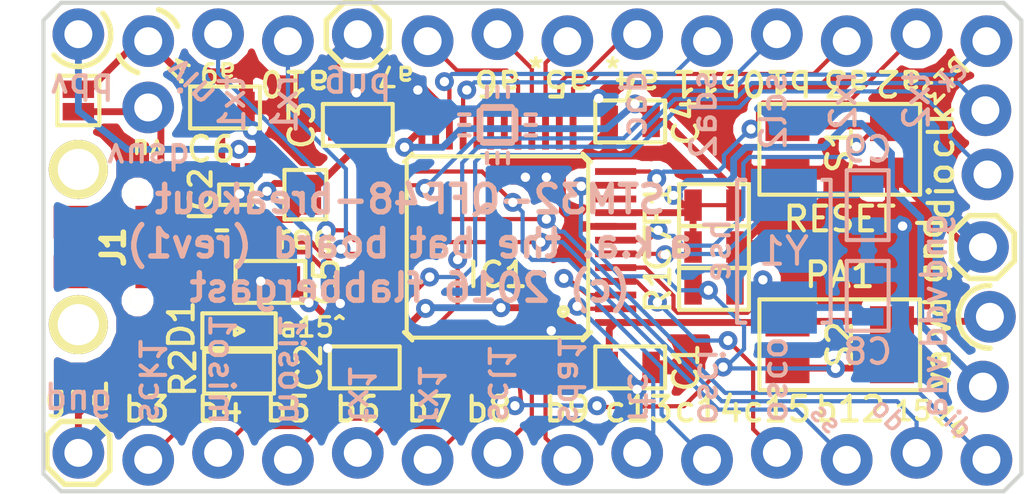
<source format=kicad_pcb>
(kicad_pcb (version 4) (host pcbnew 4.0.1-stable)

  (general
    (links 87)
    (no_connects 1)
    (area 150.338428 90.941398 189.578742 112.108742)
    (thickness 1.6)
    (drawings 105)
    (tracks 467)
    (zones 0)
    (modules 26)
    (nets 49)
  )

  (page A4)
  (layers
    (0 F.Cu signal)
    (31 B.Cu signal)
    (32 B.Adhes user)
    (33 F.Adhes user)
    (34 B.Paste user)
    (35 F.Paste user)
    (36 B.SilkS user)
    (37 F.SilkS user)
    (38 B.Mask user)
    (39 F.Mask user)
    (40 Dwgs.User user hide)
    (41 Cmts.User user hide)
    (42 Eco1.User user)
    (43 Eco2.User user)
    (44 Edge.Cuts user)
    (45 Margin user)
    (46 B.CrtYd user)
    (47 F.CrtYd user)
    (48 B.Fab user)
    (49 F.Fab user)
  )

  (setup
    (last_trace_width 0.1524)
    (user_trace_width 0.25)
    (trace_clearance 0.1524)
    (zone_clearance 0.3048)
    (zone_45_only no)
    (trace_min 0.1524)
    (segment_width 0.2)
    (edge_width 0.15)
    (via_size 0.6858)
    (via_drill 0.34)
    (via_min_size 0.6858)
    (via_min_drill 0.34)
    (uvia_size 0.3)
    (uvia_drill 0.1)
    (uvias_allowed no)
    (uvia_min_size 0.2)
    (uvia_min_drill 0.1)
    (pcb_text_width 0.3)
    (pcb_text_size 1.5 1.5)
    (mod_edge_width 0.15)
    (mod_text_size 1 1)
    (mod_text_width 0.15)
    (pad_size 1.524 1.524)
    (pad_drill 0.762)
    (pad_to_mask_clearance 0.05)
    (aux_axis_origin 0 0)
    (grid_origin 180.594 107.823)
    (visible_elements FFFFFF7F)
    (pcbplotparams
      (layerselection 0x010f0_80000001)
      (usegerberextensions true)
      (excludeedgelayer true)
      (linewidth 0.100000)
      (plotframeref false)
      (viasonmask false)
      (mode 1)
      (useauxorigin false)
      (hpglpennumber 1)
      (hpglpenspeed 20)
      (hpglpendiameter 15)
      (hpglpenoverlay 2)
      (psnegative false)
      (psa4output false)
      (plotreference true)
      (plotvalue true)
      (plotinvisibletext false)
      (padsonsilk false)
      (subtractmaskfromsilk false)
      (outputformat 1)
      (mirror false)
      (drillshape 0)
      (scaleselection 1)
      (outputdirectory ""))
  )

  (net 0 "")
  (net 1 VDD)
  (net 2 GND)
  (net 3 VIN)
  (net 4 VDDA)
  (net 5 OSC_IN)
  (net 6 OSC_OUT)
  (net 7 "Net-(D1-Pad1)")
  (net 8 C13)
  (net 9 C14)
  (net 10 C15)
  (net 11 RESET_BTN)
  (net 12 LED)
  (net 13 "A1(BOOT)")
  (net 14 A2)
  (net 15 A3)
  (net 16 A4)
  (net 17 A5)
  (net 18 A6)
  (net 19 A7)
  (net 20 "Net-(IC1-Pad18)")
  (net 21 "Net-(IC1-Pad19)")
  (net 22 "Net-(IC1-Pad20)")
  (net 23 B10)
  (net 24 B11)
  (net 25 B12)
  (net 26 B13)
  (net 27 B14)
  (net 28 B15)
  (net 29 "Net-(IC1-Pad29)")
  (net 30 A9)
  (net 31 A10)
  (net 32 SWDIO)
  (net 33 SWCLK)
  (net 34 B3)
  (net 35 B4)
  (net 36 B5)
  (net 37 B6)
  (net 38 B7)
  (net 39 B8)
  (net 40 B9)
  (net 41 "Net-(IC2-Pad3)")
  (net 42 "Net-(IC2-Pad4)")
  (net 43 "Net-(J1-Pad6)")
  (net 44 "Net-(J1-Pad4)")
  (net 45 "Net-(J1-Pad1)")
  (net 46 "Net-(IC1-Pad10)")
  (net 47 USB_D-)
  (net 48 USB_D+)

  (net_class Default "This is the default net class."
    (clearance 0.1524)
    (trace_width 0.1524)
    (via_dia 0.6858)
    (via_drill 0.34)
    (uvia_dia 0.3)
    (uvia_drill 0.1)
    (add_net "A1(BOOT)")
    (add_net A10)
    (add_net A2)
    (add_net A3)
    (add_net A4)
    (add_net A5)
    (add_net A6)
    (add_net A7)
    (add_net A9)
    (add_net B10)
    (add_net B11)
    (add_net B12)
    (add_net B13)
    (add_net B14)
    (add_net B15)
    (add_net B3)
    (add_net B4)
    (add_net B5)
    (add_net B6)
    (add_net B7)
    (add_net B8)
    (add_net B9)
    (add_net C13)
    (add_net C14)
    (add_net C15)
    (add_net GND)
    (add_net LED)
    (add_net "Net-(D1-Pad1)")
    (add_net "Net-(IC1-Pad10)")
    (add_net "Net-(IC1-Pad18)")
    (add_net "Net-(IC1-Pad19)")
    (add_net "Net-(IC1-Pad20)")
    (add_net "Net-(IC1-Pad29)")
    (add_net "Net-(IC2-Pad3)")
    (add_net "Net-(IC2-Pad4)")
    (add_net "Net-(J1-Pad1)")
    (add_net "Net-(J1-Pad4)")
    (add_net "Net-(J1-Pad6)")
    (add_net OSC_IN)
    (add_net OSC_OUT)
    (add_net RESET_BTN)
    (add_net SWCLK)
    (add_net SWDIO)
    (add_net USB_D+)
    (add_net USB_D-)
    (add_net VDD)
    (add_net VDDA)
    (add_net VIN)
  )

  (module IC_LOGO (layer B.Cu) (tedit 572485AA) (tstamp 572488A0)
    (at 168.91 97.155)
    (fp_text reference IC_LOGO (at 0 -2.286) (layer Cmts.User) hide
      (effects (font (size 1 1) (thickness 0.15)))
    )
    (fp_text value IC_LOGO (at 0 3.048) (layer Cmts.User) hide
      (effects (font (size 1 1) (thickness 0.15)))
    )
    (fp_line (start 0 1.397) (end 0 1.016) (layer B.SilkS) (width 0.15))
    (fp_line (start 0.381 1.397) (end 0.381 1.016) (layer B.SilkS) (width 0.15))
    (fp_line (start -0.381 1.397) (end -0.381 1.016) (layer B.SilkS) (width 0.15))
    (fp_line (start -0.381 -1.016) (end -0.381 -1.397) (layer B.SilkS) (width 0.15))
    (fp_line (start 0.381 -1.016) (end 0.381 -1.397) (layer B.SilkS) (width 0.15))
    (fp_line (start 0 -1.016) (end 0 -1.397) (layer B.SilkS) (width 0.15))
    (fp_line (start -1.397 0) (end -1.016 0) (layer B.SilkS) (width 0.15))
    (fp_line (start -1.397 0.381) (end -1.016 0.381) (layer B.SilkS) (width 0.15))
    (fp_line (start -1.397 -0.381) (end -1.016 -0.381) (layer B.SilkS) (width 0.15))
    (fp_line (start 1.016 -0.381) (end 1.397 -0.381) (layer B.SilkS) (width 0.15))
    (fp_line (start 1.016 0.381) (end 1.397 0.381) (layer B.SilkS) (width 0.15))
    (fp_line (start 1.016 0) (end 1.397 0) (layer B.SilkS) (width 0.15))
    (fp_line (start 0.508 -0.635) (end -0.508 -0.635) (layer B.SilkS) (width 0.25))
    (fp_line (start 0.635 0.508) (end 0.635 -0.508) (layer B.SilkS) (width 0.25))
    (fp_line (start -0.508 0.635) (end 0.508 0.635) (layer B.SilkS) (width 0.25))
    (fp_line (start -0.635 -0.508) (end -0.635 0.508) (layer B.SilkS) (width 0.25))
  )

  (module flabbergast:CRYSTAL-ABM3 (layer B.Cu) (tedit 5724561B) (tstamp 5723B755)
    (at 179.324 101.7524 90)
    (descr "Abracon Miniature Ceramic Smd Crystal http://www.abracon.com/Resonators/abm3.pdf")
    (tags "smd crystal")
    (path /57237E92)
    (attr smd)
    (fp_text reference Y1 (at 0 0 360) (layer B.SilkS)
      (effects (font (size 1 1) (thickness 0.15)) (justify mirror))
    )
    (fp_text value CRYSTAL (at 0 -3 90) (layer Cmts.User) hide
      (effects (font (size 1 1) (thickness 0.15)))
    )
    (fp_line (start -3.5 -2.1) (end -3.5 2.1) (layer B.CrtYd) (width 0.05))
    (fp_line (start 3.5 -2.1) (end -3.5 -2.1) (layer B.CrtYd) (width 0.05))
    (fp_line (start 3.5 2.1) (end 3.5 -2.1) (layer B.CrtYd) (width 0.05))
    (fp_line (start -3.5 2.1) (end 3.5 2.1) (layer B.CrtYd) (width 0.05))
    (fp_line (start 2.6 -1.7) (end 2.6 -1.4) (layer B.SilkS) (width 0.15))
    (fp_line (start -2.6 -1.7) (end -2.6 -1.4) (layer B.SilkS) (width 0.15))
    (fp_line (start -2.6 1.7) (end -2.6 1.4) (layer B.SilkS) (width 0.15))
    (fp_line (start 2.6 1.7) (end 2.6 1.4) (layer B.SilkS) (width 0.15))
    (fp_line (start -2.6 1.7) (end 2.6 1.7) (layer B.SilkS) (width 0.15))
    (fp_line (start -2.6 -1.7) (end 2.6 -1.7) (layer B.SilkS) (width 0.15))
    (pad 2 smd rect (at 2.05 0 90) (size 1.9 2.4) (layers B.Cu B.Paste B.Mask)
      (net 6 OSC_OUT))
    (pad 1 smd rect (at -2.05 0 90) (size 1.9 2.4) (layers B.Cu B.Paste B.Mask)
      (net 5 OSC_IN))
  )

  (module flabbergast:0603_JUMPERED (layer F.Cu) (tedit 5723E81E) (tstamp 5723E817)
    (at 176.784 100.076 180)
    (path /57232F31)
    (attr smd)
    (fp_text reference F1 (at 2.032 0 270) (layer F.SilkS)
      (effects (font (size 0.89916 0.89916) (thickness 0.14986)))
    )
    (fp_text value FERRITE-BEAD (at 0 0 180) (layer Cmts.User) hide
      (effects (font (size 0.89916 0.89916) (thickness 0.14986)))
    )
    (fp_line (start -1.27 -0.762) (end 1.27 -0.762) (layer F.SilkS) (width 0.14986))
    (fp_line (start 1.27 -0.762) (end 1.27 0.762) (layer F.SilkS) (width 0.14986))
    (fp_line (start 1.27 0.762) (end -1.27 0.762) (layer F.SilkS) (width 0.14986))
    (fp_line (start -1.27 0.762) (end -1.27 -0.762) (layer F.SilkS) (width 0.14986))
    (fp_line (start 0.50038 0) (end -0.50038 0) (layer F.Cu) (width 0.14986))
    (pad 1 smd rect (at -0.762 0 180) (size 0.635 1.143) (layers F.Cu F.Mask)
      (net 1 VDD))
    (pad 2 smd rect (at 0.762 0 180) (size 0.635 1.143) (layers F.Cu F.Mask)
      (net 4 VDDA))
    (pad "" smd rect (at 0 0 180) (size 0.89916 1.143) (layers F.Mask))
    (model smd\resistors\R0603.wrl
      (at (xyz 0 0 0.001))
      (scale (xyz 0.5 0.5 0.5))
      (rotate (xyz 0 0 0))
    )
  )

  (module flabbergast:0603 (layer F.Cu) (tedit 5723E467) (tstamp 5723B689)
    (at 159.004 96.52)
    (path /572328FC)
    (attr smd)
    (fp_text reference C6 (at -0.508 1.524 180) (layer F.SilkS)
      (effects (font (size 0.89916 0.89916) (thickness 0.14986)))
    )
    (fp_text value 2.2uF (at 0 0) (layer Cmts.User) hide
      (effects (font (size 0.89916 0.89916) (thickness 0.14986)))
    )
    (fp_line (start -1.27 -0.762) (end 1.27 -0.762) (layer F.SilkS) (width 0.14986))
    (fp_line (start 1.27 -0.762) (end 1.27 0.762) (layer F.SilkS) (width 0.14986))
    (fp_line (start 1.27 0.762) (end -1.27 0.762) (layer F.SilkS) (width 0.14986))
    (fp_line (start -1.27 0.762) (end -1.27 -0.762) (layer F.SilkS) (width 0.14986))
    (pad 1 smd rect (at -0.762 0) (size 0.635 1.143) (layers F.Cu F.Paste F.Mask)
      (net 3 VIN))
    (pad 2 smd rect (at 0.762 0) (size 0.635 1.143) (layers F.Cu F.Paste F.Mask)
      (net 2 GND))
    (model smd\capacitors\C0603.wrl
      (at (xyz 0 0 0.001))
      (scale (xyz 0.5 0.5 0.5))
      (rotate (xyz 0 0 0))
    )
  )

  (module flabbergast:LQFP48 (layer F.Cu) (tedit 5724570B) (tstamp 5723B6DC)
    (at 168.91 101.6 180)
    (path /57232197)
    (attr smd)
    (fp_text reference IC1 (at 0 -1.016 180) (layer F.SilkS)
      (effects (font (size 0.89916 0.89916) (thickness 0.14986)))
    )
    (fp_text value STM32L052C8T7 (at 0 1.016 180) (layer F.SilkS) hide
      (effects (font (size 0.89916 0.89916) (thickness 0.14986)))
    )
    (fp_line (start -3.0988 3.29946) (end -3.29946 3.0988) (layer F.SilkS) (width 0.14986))
    (fp_line (start -3.29946 3.0988) (end -3.29946 -3.0988) (layer F.SilkS) (width 0.14986))
    (fp_line (start -3.29946 -3.0988) (end -3.0988 -3.29946) (layer F.SilkS) (width 0.14986))
    (fp_line (start -3.0988 -3.29946) (end 3.0988 -3.29946) (layer F.SilkS) (width 0.14986))
    (fp_line (start 3.0988 -3.29946) (end 3.29946 -3.0988) (layer F.SilkS) (width 0.14986))
    (fp_line (start 3.0988 3.29946) (end -3.0988 3.29946) (layer F.SilkS) (width 0.14986))
    (fp_line (start 3.29946 -3.0988) (end 3.29946 3.0988) (layer F.SilkS) (width 0.14986))
    (fp_line (start -3.0988 3.40106) (end -3.40106 3.0988) (layer F.SilkS) (width 0.14986))
    (fp_line (start 3.40106 3.0988) (end 3.0988 3.40106) (layer F.SilkS) (width 0.14986))
    (fp_line (start 3.0988 -3.40106) (end 3.40106 -3.0988) (layer F.SilkS) (width 0.14986))
    (fp_line (start -3.0988 -3.40106) (end -3.40106 -3.0988) (layer F.SilkS) (width 0.14986))
    (fp_circle (center -2.39776 -2.3495) (end -2.49682 -2.44856) (layer F.SilkS) (width 0.19812))
    (pad 1 smd rect (at -4.29768 -2.74828 180) (size 1.4986 0.24892) (layers F.Cu F.Paste F.Mask)
      (net 1 VDD))
    (pad 2 smd rect (at -4.29768 -2.2479 180) (size 1.4986 0.24892) (layers F.Cu F.Paste F.Mask)
      (net 8 C13))
    (pad 3 smd rect (at -4.29768 -1.74752 180) (size 1.4986 0.24892) (layers F.Cu F.Paste F.Mask)
      (net 9 C14))
    (pad 4 smd rect (at -4.29768 -1.24968 180) (size 1.4986 0.24892) (layers F.Cu F.Paste F.Mask)
      (net 10 C15))
    (pad 5 smd rect (at -4.29768 -0.7493 180) (size 1.4986 0.24892) (layers F.Cu F.Paste F.Mask)
      (net 5 OSC_IN))
    (pad 6 smd rect (at -4.29768 -0.24892 180) (size 1.4986 0.24892) (layers F.Cu F.Paste F.Mask)
      (net 6 OSC_OUT))
    (pad 7 smd rect (at -4.29768 0.24892 180) (size 1.4986 0.24892) (layers F.Cu F.Paste F.Mask)
      (net 11 RESET_BTN))
    (pad 8 smd rect (at -4.29768 0.7493 180) (size 1.4986 0.24892) (layers F.Cu F.Paste F.Mask)
      (net 2 GND))
    (pad 9 smd rect (at -4.29768 1.24968 180) (size 1.4986 0.24892) (layers F.Cu F.Paste F.Mask)
      (net 4 VDDA))
    (pad 10 smd rect (at -4.29768 1.74752 180) (size 1.4986 0.24892) (layers F.Cu F.Paste F.Mask)
      (net 46 "Net-(IC1-Pad10)"))
    (pad 11 smd rect (at -4.29768 2.2479 180) (size 1.4986 0.24892) (layers F.Cu F.Paste F.Mask)
      (net 13 "A1(BOOT)"))
    (pad 12 smd rect (at -4.29768 2.74828 180) (size 1.4986 0.24892) (layers F.Cu F.Paste F.Mask)
      (net 14 A2))
    (pad 13 smd rect (at -2.74828 4.29768 180) (size 0.24892 1.4986) (layers F.Cu F.Paste F.Mask)
      (net 15 A3))
    (pad 14 smd rect (at -2.2479 4.29768 180) (size 0.24892 1.4986) (layers F.Cu F.Paste F.Mask)
      (net 16 A4))
    (pad 15 smd rect (at -1.74752 4.29768 180) (size 0.24892 1.4986) (layers F.Cu F.Paste F.Mask)
      (net 17 A5))
    (pad 16 smd rect (at -1.24968 4.29768 180) (size 0.24892 1.4986) (layers F.Cu F.Paste F.Mask)
      (net 18 A6))
    (pad 17 smd rect (at -0.7493 4.29768 180) (size 0.24892 1.4986) (layers F.Cu F.Paste F.Mask)
      (net 19 A7))
    (pad 18 smd rect (at -0.24892 4.29768 180) (size 0.24892 1.4986) (layers F.Cu F.Paste F.Mask)
      (net 20 "Net-(IC1-Pad18)"))
    (pad 19 smd rect (at 0.24892 4.29768 180) (size 0.24892 1.4986) (layers F.Cu F.Paste F.Mask)
      (net 21 "Net-(IC1-Pad19)"))
    (pad 20 smd rect (at 0.7493 4.29768 180) (size 0.24892 1.4986) (layers F.Cu F.Paste F.Mask)
      (net 22 "Net-(IC1-Pad20)"))
    (pad 21 smd rect (at 1.24968 4.29768 180) (size 0.24892 1.4986) (layers F.Cu F.Paste F.Mask)
      (net 23 B10))
    (pad 22 smd rect (at 1.74752 4.29768 180) (size 0.24892 1.4986) (layers F.Cu F.Paste F.Mask)
      (net 24 B11))
    (pad 23 smd rect (at 2.2479 4.29768 180) (size 0.24892 1.4986) (layers F.Cu F.Paste F.Mask)
      (net 2 GND))
    (pad 24 smd rect (at 2.74828 4.29768 180) (size 0.24892 1.4986) (layers F.Cu F.Paste F.Mask)
      (net 1 VDD))
    (pad 25 smd rect (at 4.29768 2.74828 180) (size 1.4986 0.24892) (layers F.Cu F.Paste F.Mask)
      (net 25 B12))
    (pad 26 smd rect (at 4.29768 2.2479 180) (size 1.4986 0.24892) (layers F.Cu F.Paste F.Mask)
      (net 26 B13))
    (pad 27 smd rect (at 4.29768 1.74752 180) (size 1.4986 0.24892) (layers F.Cu F.Paste F.Mask)
      (net 27 B14))
    (pad 28 smd rect (at 4.29768 1.24968 180) (size 1.4986 0.24892) (layers F.Cu F.Paste F.Mask)
      (net 28 B15))
    (pad 29 smd rect (at 4.29768 0.7493 180) (size 1.4986 0.24892) (layers F.Cu F.Paste F.Mask)
      (net 29 "Net-(IC1-Pad29)"))
    (pad 30 smd rect (at 4.29768 0.24892 180) (size 1.4986 0.24892) (layers F.Cu F.Paste F.Mask)
      (net 30 A9))
    (pad 31 smd rect (at 4.29768 -0.24892 180) (size 1.4986 0.24892) (layers F.Cu F.Paste F.Mask)
      (net 31 A10))
    (pad 32 smd rect (at 4.29768 -0.7493 180) (size 1.4986 0.24892) (layers F.Cu F.Paste F.Mask)
      (net 47 USB_D-))
    (pad 33 smd rect (at 4.29768 -1.24968 180) (size 1.4986 0.24892) (layers F.Cu F.Paste F.Mask)
      (net 48 USB_D+))
    (pad 34 smd rect (at 4.29768 -1.74752 180) (size 1.4986 0.24892) (layers F.Cu F.Paste F.Mask)
      (net 32 SWDIO))
    (pad 35 smd rect (at 4.29768 -2.2479 180) (size 1.4986 0.24892) (layers F.Cu F.Paste F.Mask)
      (net 2 GND))
    (pad 36 smd rect (at 4.29768 -2.74828 180) (size 1.4986 0.24892) (layers F.Cu F.Paste F.Mask)
      (net 1 VDD))
    (pad 37 smd rect (at 2.74828 -4.29768 180) (size 0.24892 1.4986) (layers F.Cu F.Paste F.Mask)
      (net 33 SWCLK))
    (pad 38 smd rect (at 2.2479 -4.29768 180) (size 0.24892 1.4986) (layers F.Cu F.Paste F.Mask)
      (net 12 LED))
    (pad 39 smd rect (at 1.74752 -4.29768 180) (size 0.24892 1.4986) (layers F.Cu F.Paste F.Mask)
      (net 34 B3))
    (pad 40 smd rect (at 1.24968 -4.29768 180) (size 0.24892 1.4986) (layers F.Cu F.Paste F.Mask)
      (net 35 B4))
    (pad 41 smd rect (at 0.7493 -4.29768 180) (size 0.24892 1.4986) (layers F.Cu F.Paste F.Mask)
      (net 36 B5))
    (pad 42 smd rect (at 0.24892 -4.29768 180) (size 0.24892 1.4986) (layers F.Cu F.Paste F.Mask)
      (net 37 B6))
    (pad 43 smd rect (at -0.24892 -4.29768 180) (size 0.24892 1.4986) (layers F.Cu F.Paste F.Mask)
      (net 38 B7))
    (pad 44 smd rect (at -0.7493 -4.29768 180) (size 0.24892 1.4986) (layers F.Cu F.Paste F.Mask)
      (net 13 "A1(BOOT)"))
    (pad 45 smd rect (at -1.24968 -4.29768 180) (size 0.24892 1.4986) (layers F.Cu F.Paste F.Mask)
      (net 39 B8))
    (pad 46 smd rect (at -1.74752 -4.29768 180) (size 0.24892 1.4986) (layers F.Cu F.Paste F.Mask)
      (net 40 B9))
    (pad 47 smd rect (at -2.2479 -4.29768 180) (size 0.24892 1.4986) (layers F.Cu F.Paste F.Mask)
      (net 2 GND))
    (pad 48 smd rect (at -2.74828 -4.29768 180) (size 0.24892 1.4986) (layers F.Cu F.Paste F.Mask)
      (net 1 VDD))
  )

  (module flabbergast:SOLDER_JUMPER_OFF (layer F.Cu) (tedit 5723BBB8) (tstamp 5723BCC5)
    (at 153.67 96.266 90)
    (path /57232B9B)
    (attr smd)
    (fp_text reference JP1 (at 0 1.524 90) (layer Cmts.User)
      (effects (font (size 0.89916 0.89916) (thickness 0.14986)))
    )
    (fp_text value USB_PWR (at -1.524 0 180) (layer Cmts.User)
      (effects (font (size 0.89916 0.89916) (thickness 0.14986)))
    )
    (fp_line (start -0.9 -0.762) (end 0.9 -0.762) (layer F.SilkS) (width 0.14986))
    (fp_line (start 0.9 -0.762) (end 0.9 0.762) (layer F.SilkS) (width 0.14986))
    (fp_line (start 0.9 0.762) (end -0.9 0.762) (layer F.SilkS) (width 0.14986))
    (fp_line (start -0.9 0.762) (end -0.9 -0.762) (layer F.SilkS) (width 0.14986))
    (pad 1 smd rect (at -0.408 0 90) (size 0.635 1.143) (layers F.Cu F.Mask)
      (net 45 "Net-(J1-Pad1)"))
    (pad 2 smd rect (at 0.408 0 90) (size 0.635 1.143) (layers F.Cu F.Mask)
      (net 3 VIN))
    (pad "" smd rect (at 0 0 90) (size 0.181 1.143) (layers F.Mask))
    (model smd\resistors\R0603.wrl
      (at (xyz 0 0 0.001))
      (scale (xyz 0.5 0.5 0.5))
      (rotate (xyz 0 0 0))
    )
  )

  (module flabbergast:0603 (layer F.Cu) (tedit 57235F06) (tstamp 5723B66B)
    (at 173.736 105.9815 180)
    (path /57233265)
    (attr smd)
    (fp_text reference C1 (at -2.032 0 270) (layer F.SilkS)
      (effects (font (size 0.89916 0.89916) (thickness 0.14986)))
    )
    (fp_text value 0.1uF (at 0 0 180) (layer Cmts.User) hide
      (effects (font (size 0.89916 0.89916) (thickness 0.14986)))
    )
    (fp_line (start -1.27 -0.762) (end 1.27 -0.762) (layer F.SilkS) (width 0.14986))
    (fp_line (start 1.27 -0.762) (end 1.27 0.762) (layer F.SilkS) (width 0.14986))
    (fp_line (start 1.27 0.762) (end -1.27 0.762) (layer F.SilkS) (width 0.14986))
    (fp_line (start -1.27 0.762) (end -1.27 -0.762) (layer F.SilkS) (width 0.14986))
    (pad 1 smd rect (at -0.762 0 180) (size 0.635 1.143) (layers F.Cu F.Paste F.Mask)
      (net 2 GND))
    (pad 2 smd rect (at 0.762 0 180) (size 0.635 1.143) (layers F.Cu F.Paste F.Mask)
      (net 1 VDD))
    (model smd\capacitors\C0603.wrl
      (at (xyz 0 0 0.001))
      (scale (xyz 0.5 0.5 0.5))
      (rotate (xyz 0 0 0))
    )
  )

  (module flabbergast:0603 (layer F.Cu) (tedit 57235F06) (tstamp 5723B671)
    (at 164.084 105.9815)
    (path /5723329C)
    (attr smd)
    (fp_text reference C2 (at -2.032 0 90) (layer F.SilkS)
      (effects (font (size 0.89916 0.89916) (thickness 0.14986)))
    )
    (fp_text value 0.1uF (at 0 0) (layer Cmts.User) hide
      (effects (font (size 0.89916 0.89916) (thickness 0.14986)))
    )
    (fp_line (start -1.27 -0.762) (end 1.27 -0.762) (layer F.SilkS) (width 0.14986))
    (fp_line (start 1.27 -0.762) (end 1.27 0.762) (layer F.SilkS) (width 0.14986))
    (fp_line (start 1.27 0.762) (end -1.27 0.762) (layer F.SilkS) (width 0.14986))
    (fp_line (start -1.27 0.762) (end -1.27 -0.762) (layer F.SilkS) (width 0.14986))
    (pad 1 smd rect (at -0.762 0) (size 0.635 1.143) (layers F.Cu F.Paste F.Mask)
      (net 2 GND))
    (pad 2 smd rect (at 0.762 0) (size 0.635 1.143) (layers F.Cu F.Paste F.Mask)
      (net 1 VDD))
    (model smd\capacitors\C0603.wrl
      (at (xyz 0 0 0.001))
      (scale (xyz 0.5 0.5 0.5))
      (rotate (xyz 0 0 0))
    )
  )

  (module flabbergast:0603 (layer F.Cu) (tedit 57235F06) (tstamp 5723B677)
    (at 163.83 97.155)
    (path /5723330A)
    (attr smd)
    (fp_text reference C3 (at -2.032 0 90) (layer F.SilkS)
      (effects (font (size 0.89916 0.89916) (thickness 0.14986)))
    )
    (fp_text value 0.1uF (at 0 0) (layer Cmts.User) hide
      (effects (font (size 0.89916 0.89916) (thickness 0.14986)))
    )
    (fp_line (start -1.27 -0.762) (end 1.27 -0.762) (layer F.SilkS) (width 0.14986))
    (fp_line (start 1.27 -0.762) (end 1.27 0.762) (layer F.SilkS) (width 0.14986))
    (fp_line (start 1.27 0.762) (end -1.27 0.762) (layer F.SilkS) (width 0.14986))
    (fp_line (start -1.27 0.762) (end -1.27 -0.762) (layer F.SilkS) (width 0.14986))
    (pad 1 smd rect (at -0.762 0) (size 0.635 1.143) (layers F.Cu F.Paste F.Mask)
      (net 2 GND))
    (pad 2 smd rect (at 0.762 0) (size 0.635 1.143) (layers F.Cu F.Paste F.Mask)
      (net 1 VDD))
    (model smd\capacitors\C0603.wrl
      (at (xyz 0 0 0.001))
      (scale (xyz 0.5 0.5 0.5))
      (rotate (xyz 0 0 0))
    )
  )

  (module flabbergast:0603 (layer F.Cu) (tedit 57235F06) (tstamp 5723B67D)
    (at 173.736 97.028 180)
    (path /572332CE)
    (attr smd)
    (fp_text reference C4 (at -2.032 0 270) (layer F.SilkS)
      (effects (font (size 0.89916 0.89916) (thickness 0.14986)))
    )
    (fp_text value 0.1uF (at 0 0 180) (layer Cmts.User) hide
      (effects (font (size 0.89916 0.89916) (thickness 0.14986)))
    )
    (fp_line (start -1.27 -0.762) (end 1.27 -0.762) (layer F.SilkS) (width 0.14986))
    (fp_line (start 1.27 -0.762) (end 1.27 0.762) (layer F.SilkS) (width 0.14986))
    (fp_line (start 1.27 0.762) (end -1.27 0.762) (layer F.SilkS) (width 0.14986))
    (fp_line (start -1.27 0.762) (end -1.27 -0.762) (layer F.SilkS) (width 0.14986))
    (pad 1 smd rect (at -0.762 0 180) (size 0.635 1.143) (layers F.Cu F.Paste F.Mask)
      (net 1 VDD))
    (pad 2 smd rect (at 0.762 0 180) (size 0.635 1.143) (layers F.Cu F.Paste F.Mask)
      (net 2 GND))
    (model smd\capacitors\C0603.wrl
      (at (xyz 0 0 0.001))
      (scale (xyz 0.5 0.5 0.5))
      (rotate (xyz 0 0 0))
    )
  )

  (module flabbergast:0603 (layer F.Cu) (tedit 57235F06) (tstamp 5723B683)
    (at 160.655 102.87 180)
    (path /57232987)
    (attr smd)
    (fp_text reference C5 (at -2.032 0 270) (layer F.SilkS)
      (effects (font (size 0.89916 0.89916) (thickness 0.14986)))
    )
    (fp_text value 2.2uF (at 0 0 180) (layer Cmts.User) hide
      (effects (font (size 0.89916 0.89916) (thickness 0.14986)))
    )
    (fp_line (start -1.27 -0.762) (end 1.27 -0.762) (layer F.SilkS) (width 0.14986))
    (fp_line (start 1.27 -0.762) (end 1.27 0.762) (layer F.SilkS) (width 0.14986))
    (fp_line (start 1.27 0.762) (end -1.27 0.762) (layer F.SilkS) (width 0.14986))
    (fp_line (start -1.27 0.762) (end -1.27 -0.762) (layer F.SilkS) (width 0.14986))
    (pad 1 smd rect (at -0.762 0 180) (size 0.635 1.143) (layers F.Cu F.Paste F.Mask)
      (net 1 VDD))
    (pad 2 smd rect (at 0.762 0 180) (size 0.635 1.143) (layers F.Cu F.Paste F.Mask)
      (net 2 GND))
    (model smd\capacitors\C0603.wrl
      (at (xyz 0 0 0.001))
      (scale (xyz 0.5 0.5 0.5))
      (rotate (xyz 0 0 0))
    )
  )

  (module flabbergast:0603 (layer F.Cu) (tedit 57235F06) (tstamp 5723B68F)
    (at 176.784 101.6)
    (path /57232FAC)
    (attr smd)
    (fp_text reference C7 (at -2.032 0 90) (layer F.SilkS)
      (effects (font (size 0.89916 0.89916) (thickness 0.14986)))
    )
    (fp_text value 1uF (at 0 0) (layer Cmts.User) hide
      (effects (font (size 0.89916 0.89916) (thickness 0.14986)))
    )
    (fp_line (start -1.27 -0.762) (end 1.27 -0.762) (layer F.SilkS) (width 0.14986))
    (fp_line (start 1.27 -0.762) (end 1.27 0.762) (layer F.SilkS) (width 0.14986))
    (fp_line (start 1.27 0.762) (end -1.27 0.762) (layer F.SilkS) (width 0.14986))
    (fp_line (start -1.27 0.762) (end -1.27 -0.762) (layer F.SilkS) (width 0.14986))
    (pad 1 smd rect (at -0.762 0) (size 0.635 1.143) (layers F.Cu F.Paste F.Mask)
      (net 4 VDDA))
    (pad 2 smd rect (at 0.762 0) (size 0.635 1.143) (layers F.Cu F.Paste F.Mask)
      (net 2 GND))
    (model smd\capacitors\C0603.wrl
      (at (xyz 0 0 0.001))
      (scale (xyz 0.5 0.5 0.5))
      (rotate (xyz 0 0 0))
    )
  )

  (module flabbergast:0603 (layer B.Cu) (tedit 57235F06) (tstamp 5723B695)
    (at 182.372 103.378 90)
    (path /572383ED)
    (attr smd)
    (fp_text reference C8 (at -2.032 0 360) (layer B.SilkS)
      (effects (font (size 0.89916 0.89916) (thickness 0.14986)) (justify mirror))
    )
    (fp_text value 18pF (at 0 0 90) (layer Cmts.User) hide
      (effects (font (size 0.89916 0.89916) (thickness 0.14986)))
    )
    (fp_line (start -1.27 0.762) (end 1.27 0.762) (layer B.SilkS) (width 0.14986))
    (fp_line (start 1.27 0.762) (end 1.27 -0.762) (layer B.SilkS) (width 0.14986))
    (fp_line (start 1.27 -0.762) (end -1.27 -0.762) (layer B.SilkS) (width 0.14986))
    (fp_line (start -1.27 -0.762) (end -1.27 0.762) (layer B.SilkS) (width 0.14986))
    (pad 1 smd rect (at -0.762 0 90) (size 0.635 1.143) (layers B.Cu B.Paste B.Mask)
      (net 5 OSC_IN))
    (pad 2 smd rect (at 0.762 0 90) (size 0.635 1.143) (layers B.Cu B.Paste B.Mask)
      (net 2 GND))
    (model smd\capacitors\C0603.wrl
      (at (xyz 0 0 0.001))
      (scale (xyz 0.5 0.5 0.5))
      (rotate (xyz 0 0 0))
    )
  )

  (module flabbergast:0603 (layer B.Cu) (tedit 57235F06) (tstamp 5723B69B)
    (at 182.372 100.076 270)
    (path /57238456)
    (attr smd)
    (fp_text reference C9 (at -2.032 0 540) (layer B.SilkS)
      (effects (font (size 0.89916 0.89916) (thickness 0.14986)) (justify mirror))
    )
    (fp_text value 18pF (at 0 0 270) (layer Cmts.User) hide
      (effects (font (size 0.89916 0.89916) (thickness 0.14986)))
    )
    (fp_line (start -1.27 0.762) (end 1.27 0.762) (layer B.SilkS) (width 0.14986))
    (fp_line (start 1.27 0.762) (end 1.27 -0.762) (layer B.SilkS) (width 0.14986))
    (fp_line (start 1.27 -0.762) (end -1.27 -0.762) (layer B.SilkS) (width 0.14986))
    (fp_line (start -1.27 -0.762) (end -1.27 0.762) (layer B.SilkS) (width 0.14986))
    (pad 1 smd rect (at -0.762 0 270) (size 0.635 1.143) (layers B.Cu B.Paste B.Mask)
      (net 6 OSC_OUT))
    (pad 2 smd rect (at 0.762 0 270) (size 0.635 1.143) (layers B.Cu B.Paste B.Mask)
      (net 2 GND))
    (model smd\capacitors\C0603.wrl
      (at (xyz 0 0 0.001))
      (scale (xyz 0.5 0.5 0.5))
      (rotate (xyz 0 0 0))
    )
  )

  (module flabbergast:LED-0603 (layer F.Cu) (tedit 57235EC0) (tstamp 5723B6A1)
    (at 159.512 104.648)
    (descr "LED 0603 smd package")
    (tags "LED led 0603 SMD smd SMT smt smdled SMDLED smtled SMTLED")
    (path /57235088)
    (attr smd)
    (fp_text reference D1 (at -2.094 -0.224 90) (layer F.SilkS)
      (effects (font (size 0.89916 0.89916) (thickness 0.14986)))
    )
    (fp_text value LED (at 0 -1.2065) (layer Cmts.User) hide
      (effects (font (size 0.89916 0.89916) (thickness 0.14986)))
    )
    (fp_line (start -0.1524 -0.1524) (end 0.1524 0) (layer F.SilkS) (width 0.14986))
    (fp_line (start 0.1524 0) (end -0.1524 0.1524) (layer F.SilkS) (width 0.14986))
    (fp_line (start -0.1524 0.1524) (end -0.1524 -0.1524) (layer F.SilkS) (width 0.14986))
    (fp_line (start -1.3335 -0.635) (end 1.3335 -0.635) (layer F.SilkS) (width 0.14986))
    (fp_line (start 1.3335 -0.635) (end 1.3335 0.635) (layer F.SilkS) (width 0.14986))
    (fp_line (start 1.3335 0.635) (end -1.3335 0.635) (layer F.SilkS) (width 0.14986))
    (fp_line (start -1.3335 0.635) (end -1.3335 -0.635) (layer F.SilkS) (width 0.14986))
    (pad 1 smd rect (at -0.7493 0) (size 0.79756 0.79756) (layers F.Cu F.Paste F.Mask)
      (net 7 "Net-(D1-Pad1)"))
    (pad 2 smd rect (at 0.7493 0) (size 0.79756 0.79756) (layers F.Cu F.Paste F.Mask)
      (net 2 GND))
  )

  (module flabbergast:SOT-563 (layer F.Cu) (tedit 5723A697) (tstamp 5723B6E6)
    (at 159.385 99.695 90)
    (path /572330F8)
    (attr smd)
    (fp_text reference IC2 (at 0 -1.27 90) (layer F.SilkS)
      (effects (font (size 0.8 0.8) (thickness 0.15)))
    )
    (fp_text value NCV8170 (at 0 1.27 90) (layer Cmts.User)
      (effects (font (size 0.8 0.8) (thickness 0.15)))
    )
    (fp_line (start 0.371 -0.596) (end -0.371 -0.596) (layer F.SilkS) (width 0.15))
    (fp_line (start -1.3 -0.7) (end -1.3 -0.3) (layer F.SilkS) (width 0.15))
    (fp_line (start 0.371 -0.596) (end 0.371 0.596) (layer F.SilkS) (width 0.15))
    (fp_line (start 0.371 0.596) (end -0.371 0.596) (layer F.SilkS) (width 0.15))
    (fp_line (start -0.371 0.596) (end -0.371 -0.596) (layer F.SilkS) (width 0.15))
    (pad 5 smd rect (at 0.9 0 270) (size 0.5 0.33) (layers F.Cu F.Paste F.Mask)
      (net 2 GND))
    (pad 1 smd rect (at -0.9 -0.5 270) (size 0.5 0.33) (layers F.Cu F.Paste F.Mask)
      (net 3 VIN))
    (pad 3 smd rect (at -0.9 0.5 270) (size 0.5 0.33) (layers F.Cu F.Paste F.Mask)
      (net 41 "Net-(IC2-Pad3)"))
    (pad 2 smd rect (at -0.9 0 270) (size 0.5 0.33) (layers F.Cu F.Paste F.Mask)
      (net 2 GND))
    (pad 4 smd rect (at 0.9 0.5 270) (size 0.5 0.33) (layers F.Cu F.Paste F.Mask)
      (net 42 "Net-(IC2-Pad4)"))
    (pad 6 smd rect (at 0.9 -0.5 270) (size 0.5 0.33) (layers F.Cu F.Paste F.Mask)
      (net 3 VIN))
    (model smd_trans/tsot-6.wrl
      (at (xyz 0 0 0))
      (scale (xyz 0.5 0.6 0.5))
      (rotate (xyz 0 0 90))
    )
  )

  (module flabbergast:M01_NOSILK (layer F.Cu) (tedit 0) (tstamp 5723B706)
    (at 156.21 96.52)
    (path /572328CF)
    (fp_text reference PAD1 (at 0 0) (layer Cmts.User) hide
      (effects (font (size 0 0) (thickness 0.000001)))
    )
    (fp_text value M01 (at 0 0) (layer Eco1.User) hide
      (effects (font (size 0 0) (thickness 0.000001)))
    )
    (fp_line (start -0.254 0.254) (end 0.254 0.254) (layer Cmts.User) (width 0.127))
    (fp_line (start 0.254 0.254) (end 0.254 -0.254) (layer Cmts.User) (width 0.127))
    (fp_line (start 0.254 -0.254) (end -0.254 -0.254) (layer Cmts.User) (width 0.127))
    (fp_line (start -0.254 -0.254) (end -0.254 0.254) (layer Cmts.User) (width 0.127))
    (pad 1 thru_hole oval (at 0 0 90) (size 1.8796 1.8796) (drill 1.016) (layers *.Cu *.Mask)
      (net 45 "Net-(J1-Pad1)"))
  )

  (module flabbergast:0603 (layer F.Cu) (tedit 57235F06) (tstamp 5723B70C)
    (at 176.784 103.124)
    (path /5723450B)
    (attr smd)
    (fp_text reference R1 (at -2.032 0 90) (layer F.SilkS)
      (effects (font (size 0.89916 0.89916) (thickness 0.14986)))
    )
    (fp_text value 10kR (at 0 0) (layer Cmts.User) hide
      (effects (font (size 0.89916 0.89916) (thickness 0.14986)))
    )
    (fp_line (start -1.27 -0.762) (end 1.27 -0.762) (layer F.SilkS) (width 0.14986))
    (fp_line (start 1.27 -0.762) (end 1.27 0.762) (layer F.SilkS) (width 0.14986))
    (fp_line (start 1.27 0.762) (end -1.27 0.762) (layer F.SilkS) (width 0.14986))
    (fp_line (start -1.27 0.762) (end -1.27 -0.762) (layer F.SilkS) (width 0.14986))
    (pad 1 smd rect (at -0.762 0) (size 0.635 1.143) (layers F.Cu F.Paste F.Mask)
      (net 13 "A1(BOOT)"))
    (pad 2 smd rect (at 0.762 0) (size 0.635 1.143) (layers F.Cu F.Paste F.Mask)
      (net 2 GND))
    (model smd\capacitors\C0603.wrl
      (at (xyz 0 0 0.001))
      (scale (xyz 0.5 0.5 0.5))
      (rotate (xyz 0 0 0))
    )
  )

  (module flabbergast:0603 (layer F.Cu) (tedit 57235F06) (tstamp 5723B712)
    (at 159.512 106.172)
    (path /57234FFE)
    (attr smd)
    (fp_text reference R2 (at -2.032 0 90) (layer F.SilkS)
      (effects (font (size 0.89916 0.89916) (thickness 0.14986)))
    )
    (fp_text value 1kR (at 0 0) (layer Cmts.User) hide
      (effects (font (size 0.89916 0.89916) (thickness 0.14986)))
    )
    (fp_line (start -1.27 -0.762) (end 1.27 -0.762) (layer F.SilkS) (width 0.14986))
    (fp_line (start 1.27 -0.762) (end 1.27 0.762) (layer F.SilkS) (width 0.14986))
    (fp_line (start 1.27 0.762) (end -1.27 0.762) (layer F.SilkS) (width 0.14986))
    (fp_line (start -1.27 0.762) (end -1.27 -0.762) (layer F.SilkS) (width 0.14986))
    (pad 1 smd rect (at -0.762 0) (size 0.635 1.143) (layers F.Cu F.Paste F.Mask)
      (net 7 "Net-(D1-Pad1)"))
    (pad 2 smd rect (at 0.762 0) (size 0.635 1.143) (layers F.Cu F.Paste F.Mask)
      (net 12 LED))
    (model smd\capacitors\C0603.wrl
      (at (xyz 0 0 0.001))
      (scale (xyz 0.5 0.5 0.5))
      (rotate (xyz 0 0 0))
    )
  )

  (module flabbergast:M14_LOCK_NOSILK (layer F.Cu) (tedit 5723A245) (tstamp 5723B734)
    (at 153.67 93.98)
    (path /572357B9)
    (attr virtual)
    (fp_text reference U1 (at 1.778 -2.032) (layer Cmts.User) hide
      (effects (font (size 0.89916 0.89916) (thickness 0.14986)))
    )
    (fp_text value M14 (at 1.778 2.032) (layer Cmts.User) hide
      (effects (font (size 0.89916 0.89916) (thickness 0.14986)))
    )
    (fp_line (start 14.986 0.254) (end 15.494 0.254) (layer Dwgs.User) (width 0.06604))
    (fp_line (start 15.494 0.254) (end 15.494 -0.254) (layer Dwgs.User) (width 0.06604))
    (fp_line (start 14.986 -0.254) (end 15.494 -0.254) (layer Dwgs.User) (width 0.06604))
    (fp_line (start 14.986 0.254) (end 14.986 -0.254) (layer Dwgs.User) (width 0.06604))
    (fp_line (start 12.446 0.254) (end 12.954 0.254) (layer Dwgs.User) (width 0.06604))
    (fp_line (start 12.954 0.254) (end 12.954 -0.254) (layer Dwgs.User) (width 0.06604))
    (fp_line (start 12.446 -0.254) (end 12.954 -0.254) (layer Dwgs.User) (width 0.06604))
    (fp_line (start 12.446 0.254) (end 12.446 -0.254) (layer Dwgs.User) (width 0.06604))
    (fp_line (start 9.906 0.254) (end 10.414 0.254) (layer Dwgs.User) (width 0.06604))
    (fp_line (start 10.414 0.254) (end 10.414 -0.254) (layer Dwgs.User) (width 0.06604))
    (fp_line (start 9.906 -0.254) (end 10.414 -0.254) (layer Dwgs.User) (width 0.06604))
    (fp_line (start 9.906 0.254) (end 9.906 -0.254) (layer Dwgs.User) (width 0.06604))
    (fp_line (start 7.366 0.254) (end 7.874 0.254) (layer Dwgs.User) (width 0.06604))
    (fp_line (start 7.874 0.254) (end 7.874 -0.254) (layer Dwgs.User) (width 0.06604))
    (fp_line (start 7.366 -0.254) (end 7.874 -0.254) (layer Dwgs.User) (width 0.06604))
    (fp_line (start 7.366 0.254) (end 7.366 -0.254) (layer Dwgs.User) (width 0.06604))
    (fp_line (start 4.826 0.254) (end 5.334 0.254) (layer Dwgs.User) (width 0.06604))
    (fp_line (start 5.334 0.254) (end 5.334 -0.254) (layer Dwgs.User) (width 0.06604))
    (fp_line (start 4.826 -0.254) (end 5.334 -0.254) (layer Dwgs.User) (width 0.06604))
    (fp_line (start 4.826 0.254) (end 4.826 -0.254) (layer Dwgs.User) (width 0.06604))
    (fp_line (start 2.286 0.254) (end 2.794 0.254) (layer Dwgs.User) (width 0.06604))
    (fp_line (start 2.794 0.254) (end 2.794 -0.254) (layer Dwgs.User) (width 0.06604))
    (fp_line (start 2.286 -0.254) (end 2.794 -0.254) (layer Dwgs.User) (width 0.06604))
    (fp_line (start 2.286 0.254) (end 2.286 -0.254) (layer Dwgs.User) (width 0.06604))
    (fp_line (start -0.254 0.254) (end 0.254 0.254) (layer Dwgs.User) (width 0.06604))
    (fp_line (start 0.254 0.254) (end 0.254 -0.254) (layer Dwgs.User) (width 0.06604))
    (fp_line (start -0.254 -0.254) (end 0.254 -0.254) (layer Dwgs.User) (width 0.06604))
    (fp_line (start -0.254 0.254) (end -0.254 -0.254) (layer Dwgs.User) (width 0.06604))
    (fp_line (start 32.766 0.254) (end 33.274 0.254) (layer Dwgs.User) (width 0.06604))
    (fp_line (start 33.274 0.254) (end 33.274 -0.254) (layer Dwgs.User) (width 0.06604))
    (fp_line (start 32.766 -0.254) (end 33.274 -0.254) (layer Dwgs.User) (width 0.06604))
    (fp_line (start 32.766 0.254) (end 32.766 -0.254) (layer Dwgs.User) (width 0.06604))
    (fp_line (start 30.226 0.254) (end 30.734 0.254) (layer Dwgs.User) (width 0.06604))
    (fp_line (start 30.734 0.254) (end 30.734 -0.254) (layer Dwgs.User) (width 0.06604))
    (fp_line (start 30.226 -0.254) (end 30.734 -0.254) (layer Dwgs.User) (width 0.06604))
    (fp_line (start 30.226 0.254) (end 30.226 -0.254) (layer Dwgs.User) (width 0.06604))
    (fp_line (start 27.686 0.254) (end 28.194 0.254) (layer Dwgs.User) (width 0.06604))
    (fp_line (start 28.194 0.254) (end 28.194 -0.254) (layer Dwgs.User) (width 0.06604))
    (fp_line (start 27.686 -0.254) (end 28.194 -0.254) (layer Dwgs.User) (width 0.06604))
    (fp_line (start 27.686 0.254) (end 27.686 -0.254) (layer Dwgs.User) (width 0.06604))
    (fp_line (start 25.146 0.254) (end 25.654 0.254) (layer Dwgs.User) (width 0.06604))
    (fp_line (start 25.654 0.254) (end 25.654 -0.254) (layer Dwgs.User) (width 0.06604))
    (fp_line (start 25.146 -0.254) (end 25.654 -0.254) (layer Dwgs.User) (width 0.06604))
    (fp_line (start 25.146 0.254) (end 25.146 -0.254) (layer Dwgs.User) (width 0.06604))
    (fp_line (start 22.606 0.254) (end 23.114 0.254) (layer Dwgs.User) (width 0.06604))
    (fp_line (start 23.114 0.254) (end 23.114 -0.254) (layer Dwgs.User) (width 0.06604))
    (fp_line (start 22.606 -0.254) (end 23.114 -0.254) (layer Dwgs.User) (width 0.06604))
    (fp_line (start 22.606 0.254) (end 22.606 -0.254) (layer Dwgs.User) (width 0.06604))
    (fp_line (start 20.066 0.254) (end 20.574 0.254) (layer Dwgs.User) (width 0.06604))
    (fp_line (start 20.574 0.254) (end 20.574 -0.254) (layer Dwgs.User) (width 0.06604))
    (fp_line (start 20.066 -0.254) (end 20.574 -0.254) (layer Dwgs.User) (width 0.06604))
    (fp_line (start 20.066 0.254) (end 20.066 -0.254) (layer Dwgs.User) (width 0.06604))
    (fp_line (start 17.52346 0.254) (end 18.034 0.254) (layer Dwgs.User) (width 0.06604))
    (fp_line (start 18.034 0.254) (end 18.034 -0.254) (layer Dwgs.User) (width 0.06604))
    (fp_line (start 17.52346 -0.254) (end 18.034 -0.254) (layer Dwgs.User) (width 0.06604))
    (fp_line (start 17.52346 0.254) (end 17.52346 -0.254) (layer Dwgs.User) (width 0.06604))
    (fp_line (start 14.605 -1.27) (end 15.875 -1.27) (layer Dwgs.User) (width 0.2032))
    (fp_line (start 15.875 -1.27) (end 16.51 -0.635) (layer Dwgs.User) (width 0.2032))
    (fp_line (start 16.51 0.635) (end 15.875 1.27) (layer Dwgs.User) (width 0.2032))
    (fp_line (start 11.43 -0.635) (end 12.065 -1.27) (layer Dwgs.User) (width 0.2032))
    (fp_line (start 12.065 -1.27) (end 13.335 -1.27) (layer Dwgs.User) (width 0.2032))
    (fp_line (start 13.335 -1.27) (end 13.97 -0.635) (layer Dwgs.User) (width 0.2032))
    (fp_line (start 13.97 0.635) (end 13.335 1.27) (layer Dwgs.User) (width 0.2032))
    (fp_line (start 13.335 1.27) (end 12.065 1.27) (layer Dwgs.User) (width 0.2032))
    (fp_line (start 12.065 1.27) (end 11.43 0.635) (layer Dwgs.User) (width 0.2032))
    (fp_line (start 14.605 -1.27) (end 13.97 -0.635) (layer Dwgs.User) (width 0.2032))
    (fp_line (start 13.97 0.635) (end 14.605 1.27) (layer Dwgs.User) (width 0.2032))
    (fp_line (start 15.875 1.27) (end 14.605 1.27) (layer Dwgs.User) (width 0.2032))
    (fp_line (start 6.985 -1.27) (end 8.255 -1.27) (layer Dwgs.User) (width 0.2032))
    (fp_line (start 8.255 -1.27) (end 8.89 -0.635) (layer Dwgs.User) (width 0.2032))
    (fp_line (start 8.89 0.635) (end 8.255 1.27) (layer Dwgs.User) (width 0.2032))
    (fp_line (start 8.89 -0.635) (end 9.525 -1.27) (layer Dwgs.User) (width 0.2032))
    (fp_line (start 9.525 -1.27) (end 10.795 -1.27) (layer Dwgs.User) (width 0.2032))
    (fp_line (start 10.795 -1.27) (end 11.43 -0.635) (layer Dwgs.User) (width 0.2032))
    (fp_line (start 11.43 0.635) (end 10.795 1.27) (layer Dwgs.User) (width 0.2032))
    (fp_line (start 10.795 1.27) (end 9.525 1.27) (layer Dwgs.User) (width 0.2032))
    (fp_line (start 9.525 1.27) (end 8.89 0.635) (layer Dwgs.User) (width 0.2032))
    (fp_line (start 3.81 -0.635) (end 4.445 -1.27) (layer Dwgs.User) (width 0.2032))
    (fp_line (start 4.445 -1.27) (end 5.715 -1.27) (layer Dwgs.User) (width 0.2032))
    (fp_line (start 5.715 -1.27) (end 6.35 -0.635) (layer Dwgs.User) (width 0.2032))
    (fp_line (start 6.35 0.635) (end 5.715 1.27) (layer Dwgs.User) (width 0.2032))
    (fp_line (start 5.715 1.27) (end 4.445 1.27) (layer Dwgs.User) (width 0.2032))
    (fp_line (start 4.445 1.27) (end 3.81 0.635) (layer Dwgs.User) (width 0.2032))
    (fp_line (start 6.985 -1.27) (end 6.35 -0.635) (layer Dwgs.User) (width 0.2032))
    (fp_line (start 6.35 0.635) (end 6.985 1.27) (layer Dwgs.User) (width 0.2032))
    (fp_line (start 8.255 1.27) (end 6.985 1.27) (layer Dwgs.User) (width 0.2032))
    (fp_line (start -0.635 -1.27) (end 0.635 -1.27) (layer Dwgs.User) (width 0.2032))
    (fp_line (start 0.635 -1.27) (end 1.27 -0.635) (layer Dwgs.User) (width 0.2032))
    (fp_line (start 1.27 0.635) (end 0.635 1.27) (layer Dwgs.User) (width 0.2032))
    (fp_line (start 1.27 -0.635) (end 1.905 -1.27) (layer Dwgs.User) (width 0.2032))
    (fp_line (start 1.905 -1.27) (end 3.175 -1.27) (layer Dwgs.User) (width 0.2032))
    (fp_line (start 3.175 -1.27) (end 3.81 -0.635) (layer Dwgs.User) (width 0.2032))
    (fp_line (start 3.81 0.635) (end 3.175 1.27) (layer Dwgs.User) (width 0.2032))
    (fp_line (start 3.175 1.27) (end 1.905 1.27) (layer Dwgs.User) (width 0.2032))
    (fp_line (start 1.905 1.27) (end 1.27 0.635) (layer Dwgs.User) (width 0.2032))
    (fp_line (start -1.27 -0.635) (end -1.27 0.635) (layer Dwgs.User) (width 0.2032))
    (fp_line (start -0.635 -1.27) (end -1.27 -0.635) (layer Dwgs.User) (width 0.2032))
    (fp_line (start -1.27 0.635) (end -0.635 1.27) (layer Dwgs.User) (width 0.2032))
    (fp_line (start 0.635 1.27) (end -0.635 1.27) (layer Dwgs.User) (width 0.2032))
    (fp_line (start 32.385 -1.27) (end 33.655 -1.27) (layer Dwgs.User) (width 0.2032))
    (fp_line (start 33.655 -1.27) (end 34.29 -0.635) (layer Dwgs.User) (width 0.2032))
    (fp_line (start 34.29 0.635) (end 33.655 1.27) (layer Dwgs.User) (width 0.2032))
    (fp_line (start 29.21 -0.635) (end 29.845 -1.27) (layer Dwgs.User) (width 0.2032))
    (fp_line (start 29.845 -1.27) (end 31.115 -1.27) (layer Dwgs.User) (width 0.2032))
    (fp_line (start 31.115 -1.27) (end 31.75 -0.635) (layer Dwgs.User) (width 0.2032))
    (fp_line (start 31.75 0.635) (end 31.115 1.27) (layer Dwgs.User) (width 0.2032))
    (fp_line (start 31.115 1.27) (end 29.845 1.27) (layer Dwgs.User) (width 0.2032))
    (fp_line (start 29.845 1.27) (end 29.21 0.635) (layer Dwgs.User) (width 0.2032))
    (fp_line (start 32.385 -1.27) (end 31.75 -0.635) (layer Dwgs.User) (width 0.2032))
    (fp_line (start 31.75 0.635) (end 32.385 1.27) (layer Dwgs.User) (width 0.2032))
    (fp_line (start 33.655 1.27) (end 32.385 1.27) (layer Dwgs.User) (width 0.2032))
    (fp_line (start 24.765 -1.27) (end 26.035 -1.27) (layer Dwgs.User) (width 0.2032))
    (fp_line (start 26.035 -1.27) (end 26.67 -0.635) (layer Dwgs.User) (width 0.2032))
    (fp_line (start 26.67 0.635) (end 26.035 1.27) (layer Dwgs.User) (width 0.2032))
    (fp_line (start 26.67 -0.635) (end 27.305 -1.27) (layer Dwgs.User) (width 0.2032))
    (fp_line (start 27.305 -1.27) (end 28.575 -1.27) (layer Dwgs.User) (width 0.2032))
    (fp_line (start 28.575 -1.27) (end 29.21 -0.635) (layer Dwgs.User) (width 0.2032))
    (fp_line (start 29.21 0.635) (end 28.575 1.27) (layer Dwgs.User) (width 0.2032))
    (fp_line (start 28.575 1.27) (end 27.305 1.27) (layer Dwgs.User) (width 0.2032))
    (fp_line (start 27.305 1.27) (end 26.67 0.635) (layer Dwgs.User) (width 0.2032))
    (fp_line (start 21.59 -0.635) (end 22.225 -1.27) (layer Dwgs.User) (width 0.2032))
    (fp_line (start 22.225 -1.27) (end 23.495 -1.27) (layer Dwgs.User) (width 0.2032))
    (fp_line (start 23.495 -1.27) (end 24.13 -0.635) (layer Dwgs.User) (width 0.2032))
    (fp_line (start 24.13 0.635) (end 23.495 1.27) (layer Dwgs.User) (width 0.2032))
    (fp_line (start 23.495 1.27) (end 22.225 1.27) (layer Dwgs.User) (width 0.2032))
    (fp_line (start 22.225 1.27) (end 21.59 0.635) (layer Dwgs.User) (width 0.2032))
    (fp_line (start 24.765 -1.27) (end 24.13 -0.635) (layer Dwgs.User) (width 0.2032))
    (fp_line (start 24.13 0.635) (end 24.765 1.27) (layer Dwgs.User) (width 0.2032))
    (fp_line (start 26.035 1.27) (end 24.765 1.27) (layer Dwgs.User) (width 0.2032))
    (fp_line (start 17.145 -1.27) (end 18.415 -1.27) (layer Dwgs.User) (width 0.2032))
    (fp_line (start 18.415 -1.27) (end 19.05 -0.635) (layer Dwgs.User) (width 0.2032))
    (fp_line (start 19.05 0.635) (end 18.415 1.27) (layer Dwgs.User) (width 0.2032))
    (fp_line (start 19.05 -0.635) (end 19.685 -1.27) (layer Dwgs.User) (width 0.2032))
    (fp_line (start 19.685 -1.27) (end 20.955 -1.27) (layer Dwgs.User) (width 0.2032))
    (fp_line (start 20.955 -1.27) (end 21.59 -0.635) (layer Dwgs.User) (width 0.2032))
    (fp_line (start 21.59 0.635) (end 20.955 1.27) (layer Dwgs.User) (width 0.2032))
    (fp_line (start 20.955 1.27) (end 19.685 1.27) (layer Dwgs.User) (width 0.2032))
    (fp_line (start 19.685 1.27) (end 19.05 0.635) (layer Dwgs.User) (width 0.2032))
    (fp_line (start 17.145 -1.27) (end 16.51 -0.635) (layer Dwgs.User) (width 0.2032))
    (fp_line (start 16.51 0.635) (end 17.145 1.27) (layer Dwgs.User) (width 0.2032))
    (fp_line (start 18.415 1.27) (end 17.145 1.27) (layer Dwgs.User) (width 0.2032))
    (fp_line (start 34.29 -0.635) (end 34.29 0.635) (layer Dwgs.User) (width 0.2032))
    (pad 1 thru_hole circle (at 0 -0.127) (size 1.8796 1.8796) (drill 1.016) (layers *.Cu *.Mask)
      (net 1 VDD))
    (pad 2 thru_hole circle (at 2.54 0.127) (size 1.8796 1.8796) (drill 1.016) (layers *.Cu *.Mask)
      (net 3 VIN))
    (pad 3 thru_hole circle (at 5.08 -0.127) (size 1.8796 1.8796) (drill 1.016) (layers *.Cu *.Mask)
      (net 30 A9))
    (pad 4 thru_hole circle (at 7.62 0.127) (size 1.8796 1.8796) (drill 1.016) (layers *.Cu *.Mask)
      (net 31 A10))
    (pad 5 thru_hole circle (at 10.16 -0.127) (size 1.8796 1.8796) (drill 1.016) (layers *.Cu *.Mask)
      (net 2 GND))
    (pad 6 thru_hole circle (at 12.7 0.127) (size 1.8796 1.8796) (drill 1.016) (layers *.Cu *.Mask)
      (net 19 A7))
    (pad 7 thru_hole circle (at 15.24 -0.127) (size 1.8796 1.8796) (drill 1.016) (layers *.Cu *.Mask)
      (net 18 A6))
    (pad 8 thru_hole circle (at 17.78 0.127) (size 1.8796 1.8796) (drill 1.016) (layers *.Cu *.Mask)
      (net 17 A5))
    (pad 9 thru_hole circle (at 20.32 -0.127) (size 1.8796 1.8796) (drill 1.016) (layers *.Cu *.Mask)
      (net 16 A4))
    (pad 10 thru_hole circle (at 22.86 0.127) (size 1.8796 1.8796) (drill 1.016) (layers *.Cu *.Mask)
      (net 24 B11))
    (pad 11 thru_hole circle (at 25.4 -0.127) (size 1.8796 1.8796) (drill 1.016) (layers *.Cu *.Mask)
      (net 23 B10))
    (pad 12 thru_hole circle (at 27.94 0.127) (size 1.8796 1.8796) (drill 1.016) (layers *.Cu *.Mask)
      (net 15 A3))
    (pad 13 thru_hole circle (at 30.48 -0.127) (size 1.8796 1.8796) (drill 1.016) (layers *.Cu *.Mask)
      (net 14 A2))
    (pad 14 thru_hole circle (at 33.02 0.127) (size 1.8796 1.8796) (drill 1.016) (layers *.Cu *.Mask)
      (net 26 B13))
  )

  (module flabbergast:M14_LOCK_NOSILK (layer F.Cu) (tedit 5723A245) (tstamp 5723B746)
    (at 186.69 109.22 180)
    (path /5723586B)
    (attr virtual)
    (fp_text reference U2 (at 1.778 -2.032 180) (layer Cmts.User) hide
      (effects (font (size 0.89916 0.89916) (thickness 0.14986)))
    )
    (fp_text value M14 (at 1.778 2.032 180) (layer Cmts.User) hide
      (effects (font (size 0.89916 0.89916) (thickness 0.14986)))
    )
    (fp_line (start 14.986 0.254) (end 15.494 0.254) (layer Dwgs.User) (width 0.06604))
    (fp_line (start 15.494 0.254) (end 15.494 -0.254) (layer Dwgs.User) (width 0.06604))
    (fp_line (start 14.986 -0.254) (end 15.494 -0.254) (layer Dwgs.User) (width 0.06604))
    (fp_line (start 14.986 0.254) (end 14.986 -0.254) (layer Dwgs.User) (width 0.06604))
    (fp_line (start 12.446 0.254) (end 12.954 0.254) (layer Dwgs.User) (width 0.06604))
    (fp_line (start 12.954 0.254) (end 12.954 -0.254) (layer Dwgs.User) (width 0.06604))
    (fp_line (start 12.446 -0.254) (end 12.954 -0.254) (layer Dwgs.User) (width 0.06604))
    (fp_line (start 12.446 0.254) (end 12.446 -0.254) (layer Dwgs.User) (width 0.06604))
    (fp_line (start 9.906 0.254) (end 10.414 0.254) (layer Dwgs.User) (width 0.06604))
    (fp_line (start 10.414 0.254) (end 10.414 -0.254) (layer Dwgs.User) (width 0.06604))
    (fp_line (start 9.906 -0.254) (end 10.414 -0.254) (layer Dwgs.User) (width 0.06604))
    (fp_line (start 9.906 0.254) (end 9.906 -0.254) (layer Dwgs.User) (width 0.06604))
    (fp_line (start 7.366 0.254) (end 7.874 0.254) (layer Dwgs.User) (width 0.06604))
    (fp_line (start 7.874 0.254) (end 7.874 -0.254) (layer Dwgs.User) (width 0.06604))
    (fp_line (start 7.366 -0.254) (end 7.874 -0.254) (layer Dwgs.User) (width 0.06604))
    (fp_line (start 7.366 0.254) (end 7.366 -0.254) (layer Dwgs.User) (width 0.06604))
    (fp_line (start 4.826 0.254) (end 5.334 0.254) (layer Dwgs.User) (width 0.06604))
    (fp_line (start 5.334 0.254) (end 5.334 -0.254) (layer Dwgs.User) (width 0.06604))
    (fp_line (start 4.826 -0.254) (end 5.334 -0.254) (layer Dwgs.User) (width 0.06604))
    (fp_line (start 4.826 0.254) (end 4.826 -0.254) (layer Dwgs.User) (width 0.06604))
    (fp_line (start 2.286 0.254) (end 2.794 0.254) (layer Dwgs.User) (width 0.06604))
    (fp_line (start 2.794 0.254) (end 2.794 -0.254) (layer Dwgs.User) (width 0.06604))
    (fp_line (start 2.286 -0.254) (end 2.794 -0.254) (layer Dwgs.User) (width 0.06604))
    (fp_line (start 2.286 0.254) (end 2.286 -0.254) (layer Dwgs.User) (width 0.06604))
    (fp_line (start -0.254 0.254) (end 0.254 0.254) (layer Dwgs.User) (width 0.06604))
    (fp_line (start 0.254 0.254) (end 0.254 -0.254) (layer Dwgs.User) (width 0.06604))
    (fp_line (start -0.254 -0.254) (end 0.254 -0.254) (layer Dwgs.User) (width 0.06604))
    (fp_line (start -0.254 0.254) (end -0.254 -0.254) (layer Dwgs.User) (width 0.06604))
    (fp_line (start 32.766 0.254) (end 33.274 0.254) (layer Dwgs.User) (width 0.06604))
    (fp_line (start 33.274 0.254) (end 33.274 -0.254) (layer Dwgs.User) (width 0.06604))
    (fp_line (start 32.766 -0.254) (end 33.274 -0.254) (layer Dwgs.User) (width 0.06604))
    (fp_line (start 32.766 0.254) (end 32.766 -0.254) (layer Dwgs.User) (width 0.06604))
    (fp_line (start 30.226 0.254) (end 30.734 0.254) (layer Dwgs.User) (width 0.06604))
    (fp_line (start 30.734 0.254) (end 30.734 -0.254) (layer Dwgs.User) (width 0.06604))
    (fp_line (start 30.226 -0.254) (end 30.734 -0.254) (layer Dwgs.User) (width 0.06604))
    (fp_line (start 30.226 0.254) (end 30.226 -0.254) (layer Dwgs.User) (width 0.06604))
    (fp_line (start 27.686 0.254) (end 28.194 0.254) (layer Dwgs.User) (width 0.06604))
    (fp_line (start 28.194 0.254) (end 28.194 -0.254) (layer Dwgs.User) (width 0.06604))
    (fp_line (start 27.686 -0.254) (end 28.194 -0.254) (layer Dwgs.User) (width 0.06604))
    (fp_line (start 27.686 0.254) (end 27.686 -0.254) (layer Dwgs.User) (width 0.06604))
    (fp_line (start 25.146 0.254) (end 25.654 0.254) (layer Dwgs.User) (width 0.06604))
    (fp_line (start 25.654 0.254) (end 25.654 -0.254) (layer Dwgs.User) (width 0.06604))
    (fp_line (start 25.146 -0.254) (end 25.654 -0.254) (layer Dwgs.User) (width 0.06604))
    (fp_line (start 25.146 0.254) (end 25.146 -0.254) (layer Dwgs.User) (width 0.06604))
    (fp_line (start 22.606 0.254) (end 23.114 0.254) (layer Dwgs.User) (width 0.06604))
    (fp_line (start 23.114 0.254) (end 23.114 -0.254) (layer Dwgs.User) (width 0.06604))
    (fp_line (start 22.606 -0.254) (end 23.114 -0.254) (layer Dwgs.User) (width 0.06604))
    (fp_line (start 22.606 0.254) (end 22.606 -0.254) (layer Dwgs.User) (width 0.06604))
    (fp_line (start 20.066 0.254) (end 20.574 0.254) (layer Dwgs.User) (width 0.06604))
    (fp_line (start 20.574 0.254) (end 20.574 -0.254) (layer Dwgs.User) (width 0.06604))
    (fp_line (start 20.066 -0.254) (end 20.574 -0.254) (layer Dwgs.User) (width 0.06604))
    (fp_line (start 20.066 0.254) (end 20.066 -0.254) (layer Dwgs.User) (width 0.06604))
    (fp_line (start 17.52346 0.254) (end 18.034 0.254) (layer Dwgs.User) (width 0.06604))
    (fp_line (start 18.034 0.254) (end 18.034 -0.254) (layer Dwgs.User) (width 0.06604))
    (fp_line (start 17.52346 -0.254) (end 18.034 -0.254) (layer Dwgs.User) (width 0.06604))
    (fp_line (start 17.52346 0.254) (end 17.52346 -0.254) (layer Dwgs.User) (width 0.06604))
    (fp_line (start 14.605 -1.27) (end 15.875 -1.27) (layer Dwgs.User) (width 0.2032))
    (fp_line (start 15.875 -1.27) (end 16.51 -0.635) (layer Dwgs.User) (width 0.2032))
    (fp_line (start 16.51 0.635) (end 15.875 1.27) (layer Dwgs.User) (width 0.2032))
    (fp_line (start 11.43 -0.635) (end 12.065 -1.27) (layer Dwgs.User) (width 0.2032))
    (fp_line (start 12.065 -1.27) (end 13.335 -1.27) (layer Dwgs.User) (width 0.2032))
    (fp_line (start 13.335 -1.27) (end 13.97 -0.635) (layer Dwgs.User) (width 0.2032))
    (fp_line (start 13.97 0.635) (end 13.335 1.27) (layer Dwgs.User) (width 0.2032))
    (fp_line (start 13.335 1.27) (end 12.065 1.27) (layer Dwgs.User) (width 0.2032))
    (fp_line (start 12.065 1.27) (end 11.43 0.635) (layer Dwgs.User) (width 0.2032))
    (fp_line (start 14.605 -1.27) (end 13.97 -0.635) (layer Dwgs.User) (width 0.2032))
    (fp_line (start 13.97 0.635) (end 14.605 1.27) (layer Dwgs.User) (width 0.2032))
    (fp_line (start 15.875 1.27) (end 14.605 1.27) (layer Dwgs.User) (width 0.2032))
    (fp_line (start 6.985 -1.27) (end 8.255 -1.27) (layer Dwgs.User) (width 0.2032))
    (fp_line (start 8.255 -1.27) (end 8.89 -0.635) (layer Dwgs.User) (width 0.2032))
    (fp_line (start 8.89 0.635) (end 8.255 1.27) (layer Dwgs.User) (width 0.2032))
    (fp_line (start 8.89 -0.635) (end 9.525 -1.27) (layer Dwgs.User) (width 0.2032))
    (fp_line (start 9.525 -1.27) (end 10.795 -1.27) (layer Dwgs.User) (width 0.2032))
    (fp_line (start 10.795 -1.27) (end 11.43 -0.635) (layer Dwgs.User) (width 0.2032))
    (fp_line (start 11.43 0.635) (end 10.795 1.27) (layer Dwgs.User) (width 0.2032))
    (fp_line (start 10.795 1.27) (end 9.525 1.27) (layer Dwgs.User) (width 0.2032))
    (fp_line (start 9.525 1.27) (end 8.89 0.635) (layer Dwgs.User) (width 0.2032))
    (fp_line (start 3.81 -0.635) (end 4.445 -1.27) (layer Dwgs.User) (width 0.2032))
    (fp_line (start 4.445 -1.27) (end 5.715 -1.27) (layer Dwgs.User) (width 0.2032))
    (fp_line (start 5.715 -1.27) (end 6.35 -0.635) (layer Dwgs.User) (width 0.2032))
    (fp_line (start 6.35 0.635) (end 5.715 1.27) (layer Dwgs.User) (width 0.2032))
    (fp_line (start 5.715 1.27) (end 4.445 1.27) (layer Dwgs.User) (width 0.2032))
    (fp_line (start 4.445 1.27) (end 3.81 0.635) (layer Dwgs.User) (width 0.2032))
    (fp_line (start 6.985 -1.27) (end 6.35 -0.635) (layer Dwgs.User) (width 0.2032))
    (fp_line (start 6.35 0.635) (end 6.985 1.27) (layer Dwgs.User) (width 0.2032))
    (fp_line (start 8.255 1.27) (end 6.985 1.27) (layer Dwgs.User) (width 0.2032))
    (fp_line (start -0.635 -1.27) (end 0.635 -1.27) (layer Dwgs.User) (width 0.2032))
    (fp_line (start 0.635 -1.27) (end 1.27 -0.635) (layer Dwgs.User) (width 0.2032))
    (fp_line (start 1.27 0.635) (end 0.635 1.27) (layer Dwgs.User) (width 0.2032))
    (fp_line (start 1.27 -0.635) (end 1.905 -1.27) (layer Dwgs.User) (width 0.2032))
    (fp_line (start 1.905 -1.27) (end 3.175 -1.27) (layer Dwgs.User) (width 0.2032))
    (fp_line (start 3.175 -1.27) (end 3.81 -0.635) (layer Dwgs.User) (width 0.2032))
    (fp_line (start 3.81 0.635) (end 3.175 1.27) (layer Dwgs.User) (width 0.2032))
    (fp_line (start 3.175 1.27) (end 1.905 1.27) (layer Dwgs.User) (width 0.2032))
    (fp_line (start 1.905 1.27) (end 1.27 0.635) (layer Dwgs.User) (width 0.2032))
    (fp_line (start -1.27 -0.635) (end -1.27 0.635) (layer Dwgs.User) (width 0.2032))
    (fp_line (start -0.635 -1.27) (end -1.27 -0.635) (layer Dwgs.User) (width 0.2032))
    (fp_line (start -1.27 0.635) (end -0.635 1.27) (layer Dwgs.User) (width 0.2032))
    (fp_line (start 0.635 1.27) (end -0.635 1.27) (layer Dwgs.User) (width 0.2032))
    (fp_line (start 32.385 -1.27) (end 33.655 -1.27) (layer Dwgs.User) (width 0.2032))
    (fp_line (start 33.655 -1.27) (end 34.29 -0.635) (layer Dwgs.User) (width 0.2032))
    (fp_line (start 34.29 0.635) (end 33.655 1.27) (layer Dwgs.User) (width 0.2032))
    (fp_line (start 29.21 -0.635) (end 29.845 -1.27) (layer Dwgs.User) (width 0.2032))
    (fp_line (start 29.845 -1.27) (end 31.115 -1.27) (layer Dwgs.User) (width 0.2032))
    (fp_line (start 31.115 -1.27) (end 31.75 -0.635) (layer Dwgs.User) (width 0.2032))
    (fp_line (start 31.75 0.635) (end 31.115 1.27) (layer Dwgs.User) (width 0.2032))
    (fp_line (start 31.115 1.27) (end 29.845 1.27) (layer Dwgs.User) (width 0.2032))
    (fp_line (start 29.845 1.27) (end 29.21 0.635) (layer Dwgs.User) (width 0.2032))
    (fp_line (start 32.385 -1.27) (end 31.75 -0.635) (layer Dwgs.User) (width 0.2032))
    (fp_line (start 31.75 0.635) (end 32.385 1.27) (layer Dwgs.User) (width 0.2032))
    (fp_line (start 33.655 1.27) (end 32.385 1.27) (layer Dwgs.User) (width 0.2032))
    (fp_line (start 24.765 -1.27) (end 26.035 -1.27) (layer Dwgs.User) (width 0.2032))
    (fp_line (start 26.035 -1.27) (end 26.67 -0.635) (layer Dwgs.User) (width 0.2032))
    (fp_line (start 26.67 0.635) (end 26.035 1.27) (layer Dwgs.User) (width 0.2032))
    (fp_line (start 26.67 -0.635) (end 27.305 -1.27) (layer Dwgs.User) (width 0.2032))
    (fp_line (start 27.305 -1.27) (end 28.575 -1.27) (layer Dwgs.User) (width 0.2032))
    (fp_line (start 28.575 -1.27) (end 29.21 -0.635) (layer Dwgs.User) (width 0.2032))
    (fp_line (start 29.21 0.635) (end 28.575 1.27) (layer Dwgs.User) (width 0.2032))
    (fp_line (start 28.575 1.27) (end 27.305 1.27) (layer Dwgs.User) (width 0.2032))
    (fp_line (start 27.305 1.27) (end 26.67 0.635) (layer Dwgs.User) (width 0.2032))
    (fp_line (start 21.59 -0.635) (end 22.225 -1.27) (layer Dwgs.User) (width 0.2032))
    (fp_line (start 22.225 -1.27) (end 23.495 -1.27) (layer Dwgs.User) (width 0.2032))
    (fp_line (start 23.495 -1.27) (end 24.13 -0.635) (layer Dwgs.User) (width 0.2032))
    (fp_line (start 24.13 0.635) (end 23.495 1.27) (layer Dwgs.User) (width 0.2032))
    (fp_line (start 23.495 1.27) (end 22.225 1.27) (layer Dwgs.User) (width 0.2032))
    (fp_line (start 22.225 1.27) (end 21.59 0.635) (layer Dwgs.User) (width 0.2032))
    (fp_line (start 24.765 -1.27) (end 24.13 -0.635) (layer Dwgs.User) (width 0.2032))
    (fp_line (start 24.13 0.635) (end 24.765 1.27) (layer Dwgs.User) (width 0.2032))
    (fp_line (start 26.035 1.27) (end 24.765 1.27) (layer Dwgs.User) (width 0.2032))
    (fp_line (start 17.145 -1.27) (end 18.415 -1.27) (layer Dwgs.User) (width 0.2032))
    (fp_line (start 18.415 -1.27) (end 19.05 -0.635) (layer Dwgs.User) (width 0.2032))
    (fp_line (start 19.05 0.635) (end 18.415 1.27) (layer Dwgs.User) (width 0.2032))
    (fp_line (start 19.05 -0.635) (end 19.685 -1.27) (layer Dwgs.User) (width 0.2032))
    (fp_line (start 19.685 -1.27) (end 20.955 -1.27) (layer Dwgs.User) (width 0.2032))
    (fp_line (start 20.955 -1.27) (end 21.59 -0.635) (layer Dwgs.User) (width 0.2032))
    (fp_line (start 21.59 0.635) (end 20.955 1.27) (layer Dwgs.User) (width 0.2032))
    (fp_line (start 20.955 1.27) (end 19.685 1.27) (layer Dwgs.User) (width 0.2032))
    (fp_line (start 19.685 1.27) (end 19.05 0.635) (layer Dwgs.User) (width 0.2032))
    (fp_line (start 17.145 -1.27) (end 16.51 -0.635) (layer Dwgs.User) (width 0.2032))
    (fp_line (start 16.51 0.635) (end 17.145 1.27) (layer Dwgs.User) (width 0.2032))
    (fp_line (start 18.415 1.27) (end 17.145 1.27) (layer Dwgs.User) (width 0.2032))
    (fp_line (start 34.29 -0.635) (end 34.29 0.635) (layer Dwgs.User) (width 0.2032))
    (pad 1 thru_hole circle (at 0 -0.127 180) (size 1.8796 1.8796) (drill 1.016) (layers *.Cu *.Mask)
      (net 27 B14))
    (pad 2 thru_hole circle (at 2.54 0.127 180) (size 1.8796 1.8796) (drill 1.016) (layers *.Cu *.Mask)
      (net 28 B15))
    (pad 3 thru_hole circle (at 5.08 -0.127 180) (size 1.8796 1.8796) (drill 1.016) (layers *.Cu *.Mask)
      (net 25 B12))
    (pad 4 thru_hole circle (at 7.62 0.127 180) (size 1.8796 1.8796) (drill 1.016) (layers *.Cu *.Mask)
      (net 10 C15))
    (pad 5 thru_hole circle (at 10.16 -0.127 180) (size 1.8796 1.8796) (drill 1.016) (layers *.Cu *.Mask)
      (net 9 C14))
    (pad 6 thru_hole circle (at 12.7 0.127 180) (size 1.8796 1.8796) (drill 1.016) (layers *.Cu *.Mask)
      (net 8 C13))
    (pad 7 thru_hole circle (at 15.24 -0.127 180) (size 1.8796 1.8796) (drill 1.016) (layers *.Cu *.Mask)
      (net 40 B9))
    (pad 8 thru_hole circle (at 17.78 0.127 180) (size 1.8796 1.8796) (drill 1.016) (layers *.Cu *.Mask)
      (net 39 B8))
    (pad 9 thru_hole circle (at 20.32 -0.127 180) (size 1.8796 1.8796) (drill 1.016) (layers *.Cu *.Mask)
      (net 38 B7))
    (pad 10 thru_hole circle (at 22.86 0.127 180) (size 1.8796 1.8796) (drill 1.016) (layers *.Cu *.Mask)
      (net 37 B6))
    (pad 11 thru_hole circle (at 25.4 -0.127 180) (size 1.8796 1.8796) (drill 1.016) (layers *.Cu *.Mask)
      (net 36 B5))
    (pad 12 thru_hole circle (at 27.94 0.127 180) (size 1.8796 1.8796) (drill 1.016) (layers *.Cu *.Mask)
      (net 35 B4))
    (pad 13 thru_hole circle (at 30.48 -0.127 180) (size 1.8796 1.8796) (drill 1.016) (layers *.Cu *.Mask)
      (net 34 B3))
    (pad 14 thru_hole circle (at 33.02 0.127 180) (size 1.8796 1.8796) (drill 1.016) (layers *.Cu *.Mask)
      (net 2 GND))
  )

  (module flabbergast:M05_LOCK_NOSILK (layer F.Cu) (tedit 5723A214) (tstamp 5723B74F)
    (at 186.69 101.6 90)
    (path /57235B5B)
    (attr virtual)
    (fp_text reference U3 (at 0 -2.032 90) (layer Cmts.User) hide
      (effects (font (size 0.89916 0.89916) (thickness 0.14986)))
    )
    (fp_text value M05 (at 0 2.032 90) (layer Cmts.User) hide
      (effects (font (size 0.89916 0.89916) (thickness 0.14986)))
    )
    (fp_line (start 4.826 0.254) (end 5.334 0.254) (layer Dwgs.User) (width 0.06604))
    (fp_line (start 5.334 0.254) (end 5.334 -0.254) (layer Dwgs.User) (width 0.06604))
    (fp_line (start 4.826 -0.254) (end 5.334 -0.254) (layer Dwgs.User) (width 0.06604))
    (fp_line (start 4.826 0.254) (end 4.826 -0.254) (layer Dwgs.User) (width 0.06604))
    (fp_line (start 2.286 0.254) (end 2.794 0.254) (layer Dwgs.User) (width 0.06604))
    (fp_line (start 2.794 0.254) (end 2.794 -0.254) (layer Dwgs.User) (width 0.06604))
    (fp_line (start 2.286 -0.254) (end 2.794 -0.254) (layer Dwgs.User) (width 0.06604))
    (fp_line (start 2.286 0.254) (end 2.286 -0.254) (layer Dwgs.User) (width 0.06604))
    (fp_line (start -0.254 0.254) (end 0.254 0.254) (layer Dwgs.User) (width 0.06604))
    (fp_line (start 0.254 0.254) (end 0.254 -0.254) (layer Dwgs.User) (width 0.06604))
    (fp_line (start -0.254 -0.254) (end 0.254 -0.254) (layer Dwgs.User) (width 0.06604))
    (fp_line (start -0.254 0.254) (end -0.254 -0.254) (layer Dwgs.User) (width 0.06604))
    (fp_line (start -2.794 0.254) (end -2.286 0.254) (layer Dwgs.User) (width 0.06604))
    (fp_line (start -2.286 0.254) (end -2.286 -0.254) (layer Dwgs.User) (width 0.06604))
    (fp_line (start -2.794 -0.254) (end -2.286 -0.254) (layer Dwgs.User) (width 0.06604))
    (fp_line (start -2.794 0.254) (end -2.794 -0.254) (layer Dwgs.User) (width 0.06604))
    (fp_line (start -5.334 0.254) (end -4.826 0.254) (layer Dwgs.User) (width 0.06604))
    (fp_line (start -4.826 0.254) (end -4.826 -0.254) (layer Dwgs.User) (width 0.06604))
    (fp_line (start -5.334 -0.254) (end -4.826 -0.254) (layer Dwgs.User) (width 0.06604))
    (fp_line (start -5.334 0.254) (end -5.334 -0.254) (layer Dwgs.User) (width 0.06604))
    (fp_line (start 1.905 -1.27) (end 3.175 -1.27) (layer Dwgs.User) (width 0.2032))
    (fp_line (start 3.175 -1.27) (end 3.81 -0.635) (layer Dwgs.User) (width 0.2032))
    (fp_line (start 3.81 0.635) (end 3.175 1.27) (layer Dwgs.User) (width 0.2032))
    (fp_line (start 3.81 -0.635) (end 4.445 -1.27) (layer Dwgs.User) (width 0.2032))
    (fp_line (start 4.445 -1.27) (end 5.715 -1.27) (layer Dwgs.User) (width 0.2032))
    (fp_line (start 5.715 -1.27) (end 6.35 -0.635) (layer Dwgs.User) (width 0.2032))
    (fp_line (start 6.35 0.635) (end 5.715 1.27) (layer Dwgs.User) (width 0.2032))
    (fp_line (start 5.715 1.27) (end 4.445 1.27) (layer Dwgs.User) (width 0.2032))
    (fp_line (start 4.445 1.27) (end 3.81 0.635) (layer Dwgs.User) (width 0.2032))
    (fp_line (start -1.27 -0.635) (end -0.635 -1.27) (layer Dwgs.User) (width 0.2032))
    (fp_line (start -0.635 -1.27) (end 0.635 -1.27) (layer Dwgs.User) (width 0.2032))
    (fp_line (start 0.635 -1.27) (end 1.27 -0.635) (layer Dwgs.User) (width 0.2032))
    (fp_line (start 1.27 0.635) (end 0.635 1.27) (layer Dwgs.User) (width 0.2032))
    (fp_line (start 0.635 1.27) (end -0.635 1.27) (layer Dwgs.User) (width 0.2032))
    (fp_line (start -0.635 1.27) (end -1.27 0.635) (layer Dwgs.User) (width 0.2032))
    (fp_line (start 1.905 -1.27) (end 1.27 -0.635) (layer Dwgs.User) (width 0.2032))
    (fp_line (start 1.27 0.635) (end 1.905 1.27) (layer Dwgs.User) (width 0.2032))
    (fp_line (start 3.175 1.27) (end 1.905 1.27) (layer Dwgs.User) (width 0.2032))
    (fp_line (start -5.715 -1.27) (end -4.445 -1.27) (layer Dwgs.User) (width 0.2032))
    (fp_line (start -4.445 -1.27) (end -3.81 -0.635) (layer Dwgs.User) (width 0.2032))
    (fp_line (start -3.81 0.635) (end -4.445 1.27) (layer Dwgs.User) (width 0.2032))
    (fp_line (start -3.81 -0.635) (end -3.175 -1.27) (layer Dwgs.User) (width 0.2032))
    (fp_line (start -3.175 -1.27) (end -1.905 -1.27) (layer Dwgs.User) (width 0.2032))
    (fp_line (start -1.905 -1.27) (end -1.27 -0.635) (layer Dwgs.User) (width 0.2032))
    (fp_line (start -1.27 0.635) (end -1.905 1.27) (layer Dwgs.User) (width 0.2032))
    (fp_line (start -1.905 1.27) (end -3.175 1.27) (layer Dwgs.User) (width 0.2032))
    (fp_line (start -3.175 1.27) (end -3.81 0.635) (layer Dwgs.User) (width 0.2032))
    (fp_line (start -6.35 -0.635) (end -6.35 0.635) (layer Dwgs.User) (width 0.2032))
    (fp_line (start -5.715 -1.27) (end -6.35 -0.635) (layer Dwgs.User) (width 0.2032))
    (fp_line (start -6.35 0.635) (end -5.715 1.27) (layer Dwgs.User) (width 0.2032))
    (fp_line (start -4.445 1.27) (end -5.715 1.27) (layer Dwgs.User) (width 0.2032))
    (fp_line (start 6.35 -0.635) (end 6.35 0.635) (layer Dwgs.User) (width 0.2032))
    (pad 1 thru_hole circle (at -5.08 -0.127 90) (size 1.8796 1.8796) (drill 1.016) (layers *.Cu *.Mask)
      (net 4 VDDA))
    (pad 2 thru_hole circle (at -2.54 0.127 90) (size 1.8796 1.8796) (drill 1.016) (layers *.Cu *.Mask)
      (net 1 VDD))
    (pad 3 thru_hole circle (at 0 -0.127 90) (size 1.8796 1.8796) (drill 1.016) (layers *.Cu *.Mask)
      (net 2 GND))
    (pad 4 thru_hole circle (at 2.6416 0.0381 90) (size 1.8796 1.8796) (drill 1.016) (layers *.Cu *.Mask)
      (net 32 SWDIO))
    (pad 5 thru_hole circle (at 4.9784 -0.0381 90) (size 1.8796 1.8796) (drill 1.016) (layers *.Cu *.Mask)
      (net 33 SWCLK))
  )

  (module flabbergast:TACTILE-SWITCH-SMT-4x3 (layer F.Cu) (tedit 5723C817) (tstamp 5723C96A)
    (at 181.356 98.044)
    (path /57234ACB)
    (attr smd)
    (fp_text reference S1 (at 0 0 90) (layer F.SilkS)
      (effects (font (size 0.89916 0.89916) (thickness 0.14986)))
    )
    (fp_text value RESET (at 0 2.54) (layer F.SilkS)
      (effects (font (size 0.89916 0.89916) (thickness 0.14986)))
    )
    (fp_line (start -2.921 -1.651) (end 2.921 -1.651) (layer F.SilkS) (width 0.14986))
    (fp_line (start 2.921 -1.651) (end 2.921 1.651) (layer F.SilkS) (width 0.14986))
    (fp_line (start 2.921 1.651) (end -2.921 1.651) (layer F.SilkS) (width 0.14986))
    (fp_line (start -2.921 1.651) (end -2.921 -1.651) (layer F.SilkS) (width 0.14986))
    (pad 1 smd rect (at -1.9 -0.8509) (size 1.6 1.1) (layers F.Cu F.Paste F.Mask)
      (net 11 RESET_BTN))
    (pad 4 smd rect (at -1.9 0.85) (size 1.6 1.1) (layers F.Cu F.Paste F.Mask)
      (net 2 GND))
    (pad 2 smd rect (at 1.9 -0.8509) (size 1.6 1.1) (layers F.Cu F.Paste F.Mask)
      (net 11 RESET_BTN))
    (pad 3 smd rect (at 1.9 0.8509) (size 1.6 1.1) (layers F.Cu F.Paste F.Mask)
      (net 2 GND))
  )

  (module flabbergast:TACTILE-SWITCH-SMT-4x3 (layer F.Cu) (tedit 5723C817) (tstamp 5723C976)
    (at 181.356 105.156 180)
    (path /5723455B)
    (attr smd)
    (fp_text reference S2 (at 0 0 270) (layer F.SilkS)
      (effects (font (size 0.89916 0.89916) (thickness 0.14986)))
    )
    (fp_text value PA1 (at 0 2.54 180) (layer F.SilkS)
      (effects (font (size 0.89916 0.89916) (thickness 0.14986)))
    )
    (fp_line (start -2.921 -1.651) (end 2.921 -1.651) (layer F.SilkS) (width 0.14986))
    (fp_line (start 2.921 -1.651) (end 2.921 1.651) (layer F.SilkS) (width 0.14986))
    (fp_line (start 2.921 1.651) (end -2.921 1.651) (layer F.SilkS) (width 0.14986))
    (fp_line (start -2.921 1.651) (end -2.921 -1.651) (layer F.SilkS) (width 0.14986))
    (pad 1 smd rect (at -1.9 -0.8509 180) (size 1.6 1.1) (layers F.Cu F.Paste F.Mask)
      (net 13 "A1(BOOT)"))
    (pad 4 smd rect (at -1.9 0.85 180) (size 1.6 1.1) (layers F.Cu F.Paste F.Mask)
      (net 1 VDD))
    (pad 2 smd rect (at 1.9 -0.8509 180) (size 1.6 1.1) (layers F.Cu F.Paste F.Mask)
      (net 13 "A1(BOOT)"))
    (pad 3 smd rect (at 1.9 0.8509 180) (size 1.6 1.1) (layers F.Cu F.Paste F.Mask)
      (net 1 VDD))
  )

  (module flabbergast:USB_microB_2TH_OSHPARK (layer F.Cu) (tedit 57247C52) (tstamp 57247F33)
    (at 153.67 101.6 270)
    (descr "USB microB 4pads THT")
    (tags "USB microB")
    (path /572321C9)
    (fp_text reference J1 (at 0 -1.27 270) (layer F.SilkS)
      (effects (font (size 0.8128 0.8128) (thickness 0.2032)))
    )
    (fp_text value USB_mini_micro_B (at 0 0 270) (layer F.SilkS) hide
      (effects (font (size 0.6 0.6) (thickness 0.15)))
    )
    (fp_text user "PCB edge" (at -0.05 1.45 270) (layer F.SilkS) hide
      (effects (font (size 0.5 0.5) (thickness 0.125)))
    )
    (fp_line (start 3.75 2.15) (end 4.25 2.75) (layer Dwgs.User) (width 0.2))
    (fp_line (start -3.75 2.15) (end -4.25 2.675) (layer Dwgs.User) (width 0.2))
    (fp_line (start -3 1.45) (end 3 1.45) (layer Dwgs.User) (width 0.2))
    (fp_line (start -3.75 2.15) (end -3.75 1.35) (layer Dwgs.User) (width 0.2))
    (fp_line (start -3.75 2.15) (end 3.75 2.15) (layer Dwgs.User) (width 0.2))
    (fp_line (start 3.75 2.15) (end 3.75 1.35) (layer Dwgs.User) (width 0.2))
    (pad 6 thru_hole circle (at 2.825 0 270) (size 2.15 2.15) (drill 1.5) (layers *.Cu *.Mask F.SilkS)
      (net 43 "Net-(J1-Pad6)"))
    (pad 5 smd rect (at 1.3 -3 90) (size 0.4 1.85) (layers F.Cu F.Paste F.Mask)
      (net 2 GND) (clearance 0.1))
    (pad 4 smd rect (at 0.65 -3 90) (size 0.4 1.85) (layers F.Cu F.Paste F.Mask)
      (net 44 "Net-(J1-Pad4)") (clearance 0.1))
    (pad 3 smd rect (at 0 -3 90) (size 0.4 1.85) (layers F.Cu F.Paste F.Mask)
      (net 48 USB_D+) (clearance 0.1))
    (pad 2 smd rect (at -0.65 -3 90) (size 0.4 1.85) (layers F.Cu F.Paste F.Mask)
      (net 47 USB_D-) (clearance 0.1))
    (pad 1 smd rect (at -1.3 -3 90) (size 0.4 1.85) (layers F.Cu F.Paste F.Mask)
      (net 45 "Net-(J1-Pad1)") (clearance 0.1))
    (pad 6 thru_hole circle (at -2.825 0 270) (size 2.15 2.15) (drill 1.5) (layers *.Cu *.Mask F.SilkS)
      (net 43 "Net-(J1-Pad6)"))
    (pad "" np_thru_hole circle (at 1.95 -2.15 90) (size 0.55 0.55) (drill 0.55) (layers *.Cu *.Mask F.SilkS))
    (pad "" np_thru_hole circle (at -1.95 -2.15 90) (size 0.55 0.55) (drill 0.55) (layers *.Cu *.Mask F.SilkS))
    (pad "" smd rect (at -0.9 0 90) (size 1.2 1.8) (layers F.Cu F.Paste F.Mask))
    (pad "" smd rect (at 0.9 0 90) (size 1.2 1.8) (layers F.Cu F.Paste F.Mask))
  )

  (module flabbergast:SOLDER_JUMPER_OFF (layer F.Cu) (tedit 5723BAED) (tstamp 57247F41)
    (at 161.925 99.695 90)
    (path /572331A3)
    (attr smd)
    (fp_text reference JP2 (at 0 1.524 90) (layer Cmts.User)
      (effects (font (size 0.89916 0.89916) (thickness 0.14986)))
    )
    (fp_text value reg (at -1.524 0 180) (layer F.SilkS)
      (effects (font (size 0.89916 0.89916) (thickness 0.14986)))
    )
    (fp_line (start -0.9 -0.762) (end 0.9 -0.762) (layer F.SilkS) (width 0.14986))
    (fp_line (start 0.9 -0.762) (end 0.9 0.762) (layer F.SilkS) (width 0.14986))
    (fp_line (start 0.9 0.762) (end -0.9 0.762) (layer F.SilkS) (width 0.14986))
    (fp_line (start -0.9 0.762) (end -0.9 -0.762) (layer F.SilkS) (width 0.14986))
    (pad 1 smd rect (at -0.408 0 90) (size 0.635 1.143) (layers F.Cu F.Mask)
      (net 41 "Net-(IC2-Pad3)"))
    (pad 2 smd rect (at 0.408 0 90) (size 0.635 1.143) (layers F.Cu F.Mask)
      (net 1 VDD))
    (pad "" smd rect (at 0 0 90) (size 0.181 1.143) (layers F.Mask))
    (model smd\resistors\R0603.wrl
      (at (xyz 0 0 0.001))
      (scale (xyz 0.5 0.5 0.5))
      (rotate (xyz 0 0 0))
    )
  )

  (gr_text a15^ (at 162.179 104.521) (layer F.SilkS)
    (effects (font (size 0.7 0.7) (thickness 0.127)))
  )
  (gr_text ss (at 180.848 107.823 315) (layer B.SilkS)
    (effects (font (size 0.7 0.7) (thickness 0.127)) (justify mirror))
  )
  (gr_text "STM32-QFP48-breakout\na.k.a. the bat board (rev1)\n(c) 2016 flabbergast" (at 165.735 101.473) (layer B.SilkS)
    (effects (font (size 1 1) (thickness 0.2)) (justify mirror))
  )
  (gr_text vu (at 156.21 98.044 180) (layer F.SilkS)
    (effects (font (size 0.7 0.7) (thickness 0.127)))
  )
  (gr_text hse (at 176.911 101.727 90) (layer B.SilkS)
    (effects (font (size 0.89916 0.89916) (thickness 0.14986)) (justify mirror))
  )
  (gr_text sda1 (at 171.577 106.426 270) (layer B.SilkS)
    (effects (font (size 0.89916 0.89916) (thickness 0.14986)) (justify mirror))
  )
  (gr_text scl1 (at 169.037 106.553 270) (layer B.SilkS)
    (effects (font (size 0.89916 0.89916) (thickness 0.14986)) (justify mirror))
  )
  (gr_text rx1 (at 166.497 106.934 270) (layer B.SilkS)
    (effects (font (size 0.89916 0.89916) (thickness 0.14986)) (justify mirror))
  )
  (gr_text tx1 (at 163.957 106.934 270) (layer B.SilkS)
    (effects (font (size 0.89916 0.89916) (thickness 0.14986)) (justify mirror))
  )
  (gr_text sck1 (at 156.337 106.426 270) (layer B.SilkS)
    (effects (font (size 0.89916 0.89916) (thickness 0.14986)) (justify mirror))
  )
  (gr_text miso1 (at 158.877 106.045 270) (layer B.SilkS)
    (effects (font (size 0.89916 0.89916) (thickness 0.14986)) (justify mirror))
  )
  (gr_text mosi1 (at 161.417 106.045 270) (layer B.SilkS)
    (effects (font (size 0.89916 0.89916) (thickness 0.14986)) (justify mirror))
  )
  (gr_text do (at 183.134 107.696 315) (layer B.SilkS)
    (effects (font (size 0.7 0.7) (thickness 0.127)) (justify mirror))
  )
  (gr_text di (at 185.674 108.077 315) (layer B.SilkS)
    (effects (font (size 0.7 0.7) (thickness 0.127)) (justify mirror))
  )
  (gr_text ck (at 185.42 95.377 45) (layer B.SilkS)
    (effects (font (size 0.7 0.7) (thickness 0.127)) (justify mirror))
  )
  (gr_text tx2 (at 184.15 96.266 90) (layer B.SilkS)
    (effects (font (size 0.89916 0.89916) (thickness 0.14986)) (justify mirror))
  )
  (gr_text rx2 (at 181.483 96.266 90) (layer B.SilkS)
    (effects (font (size 0.89916 0.89916) (thickness 0.14986)) (justify mirror))
  )
  (gr_text rtc (at 174.117 107.061 270) (layer B.SilkS)
    (effects (font (size 0.89916 0.89916) (thickness 0.14986)) (justify mirror))
  )
  (gr_text osco (at 179.197 106.426 270) (layer B.SilkS)
    (effects (font (size 0.89916 0.89916) (thickness 0.14986)) (justify mirror))
  )
  (gr_text osci (at 176.657 106.68 270) (layer B.SilkS)
    (effects (font (size 0.89916 0.89916) (thickness 0.14986)) (justify mirror))
  )
  (gr_text scl2 (at 178.943 96.647 90) (layer B.SilkS)
    (effects (font (size 0.89916 0.89916) (thickness 0.14986)) (justify mirror))
  )
  (gr_text sda2 (at 176.403 96.774 90) (layer B.SilkS)
    (effects (font (size 0.89916 0.89916) (thickness 0.14986)) (justify mirror))
  )
  (gr_text dac (at 173.863 96.393 90) (layer B.SilkS)
    (effects (font (size 0.89916 0.89916) (thickness 0.14986)) (justify mirror))
  )
  (gr_text * (at 170.307 95.123) (layer F.SilkS)
    (effects (font (size 0.75 0.75) (thickness 0.127)))
  )
  (gr_text * (at 173.101 95.123) (layer F.SilkS)
    (effects (font (size 0.75 0.75) (thickness 0.127)))
  )
  (gr_text tx1 (at 159.258 96.393 90) (layer B.SilkS)
    (effects (font (size 0.89916 0.89916) (thickness 0.14986)) (justify mirror))
  )
  (gr_text rx1 (at 161.163 96.393 90) (layer B.SilkS)
    (effects (font (size 0.89916 0.89916) (thickness 0.14986)) (justify mirror))
  )
  (gr_text vusb (at 156.21 98.298 180) (layer B.SilkS)
    (effects (font (size 0.89916 0.89916) (thickness 0.14986)) (justify mirror))
  )
  (gr_text vin (at 157.734 95.631 135) (layer B.SilkS)
    (effects (font (size 0.89916 0.89916) (thickness 0.14986)) (justify mirror))
  )
  (gr_text gnd (at 163.83 95.758 180) (layer B.SilkS)
    (effects (font (size 0.89916 0.89916) (thickness 0.14986)) (justify mirror))
  )
  (gr_text vda (at 184.785 106.68 90) (layer B.SilkS)
    (effects (font (size 0.89916 0.89916) (thickness 0.14986)) (justify mirror))
  )
  (gr_text vdd (at 184.785 104.14 90) (layer B.SilkS)
    (effects (font (size 0.89916 0.89916) (thickness 0.14986)) (justify mirror))
  )
  (gr_text gnd (at 184.785 101.6 90) (layer B.SilkS)
    (effects (font (size 0.89916 0.89916) (thickness 0.14986)) (justify mirror))
  )
  (gr_text gnd (at 153.67 107.061) (layer B.SilkS)
    (effects (font (size 0.89916 0.89916) (thickness 0.14986)) (justify mirror))
  )
  (gr_text vdd (at 153.797 95.758 180) (layer B.SilkS)
    (effects (font (size 0.89916 0.89916) (thickness 0.14986)) (justify mirror))
  )
  (gr_arc (start 156.21 94.107) (end 156.591 92.964) (angle 45) (layer F.SilkS) (width 0.2))
  (gr_arc (start 156.21 94.107) (end 155.829 95.25) (angle 45) (layer F.SilkS) (width 0.2))
  (gr_text vi (at 157.353 95.123 225) (layer F.SilkS)
    (effects (font (size 0.7 0.7) (thickness 0.127)))
  )
  (gr_text gnd (at 184.658 101.727 90) (layer F.SilkS)
    (effects (font (size 0.89916 0.89916) (thickness 0.14986)))
  )
  (gr_text clk (at 185.039 97.409 90) (layer F.SilkS)
    (effects (font (size 0.89916 0.89916) (thickness 0.14986)))
  )
  (gr_text dio (at 185.039 99.568 90) (layer F.SilkS)
    (effects (font (size 0.89916 0.89916) (thickness 0.14986)))
  )
  (gr_text va (at 184.912 106.045 90) (layer F.SilkS)
    (effects (font (size 0.89916 0.89916) (thickness 0.14986)))
  )
  (gr_text vd (at 184.912 104.14 90) (layer F.SilkS)
    (effects (font (size 0.89916 0.89916) (thickness 0.14986)))
  )
  (gr_text 15 (at 184.023 107.569) (layer F.SilkS)
    (effects (font (size 0.7 0.7) (thickness 0.127)))
  )
  (gr_text 14 (at 185.42 107.95 315) (layer F.SilkS)
    (effects (font (size 0.7 0.7) (thickness 0.127)))
  )
  (gr_arc (start 153.67 93.853) (end 154.559 93.091) (angle 180) (layer F.SilkS) (width 0.2))
  (gr_arc (start 186.817 104.14) (end 186.817 105.283) (angle 180) (layer F.SilkS) (width 0.2))
  (gr_text b13 (at 185.166 95.504 225) (layer F.SilkS)
    (effects (font (size 0.7 0.7) (thickness 0.127)))
  )
  (gr_text a2 (at 183.515 95.631 180) (layer F.SilkS)
    (effects (font (size 0.89916 0.89916) (thickness 0.14986)))
  )
  (gr_text a3 (at 181.61 95.631 180) (layer F.SilkS)
    (effects (font (size 0.89916 0.89916) (thickness 0.14986)))
  )
  (gr_text b10 (at 179.07 95.631 180) (layer F.SilkS)
    (effects (font (size 0.89916 0.89916) (thickness 0.14986)))
  )
  (gr_text b11 (at 176.53 95.631 180) (layer F.SilkS)
    (effects (font (size 0.89916 0.89916) (thickness 0.14986)))
  )
  (gr_text a4 (at 173.99 95.631 180) (layer F.SilkS)
    (effects (font (size 0.89916 0.89916) (thickness 0.14986)))
  )
  (gr_text a5 (at 171.45 95.631 180) (layer F.SilkS)
    (effects (font (size 0.89916 0.89916) (thickness 0.14986)))
  )
  (gr_text a6 (at 168.91 95.631 180) (layer F.SilkS)
    (effects (font (size 0.89916 0.89916) (thickness 0.14986)))
  )
  (gr_text a7 (at 165.227 95.377 180) (layer F.SilkS)
    (effects (font (size 0.7 0.7) (thickness 0.127)))
  )
  (gr_text a9 (at 158.75 95.25 180) (layer F.SilkS)
    (effects (font (size 0.7 0.7) (thickness 0.127)))
  )
  (gr_text a10 (at 161.544 95.631 180) (layer F.SilkS)
    (effects (font (size 0.89916 0.89916) (thickness 0.14986)))
  )
  (gr_line (start 185.42 101.092) (end 185.42 101.346) (angle 90) (layer F.SilkS) (width 0.2))
  (gr_line (start 186.055 100.457) (end 185.42 101.092) (angle 90) (layer F.SilkS) (width 0.2))
  (gr_line (start 187.071 100.457) (end 186.055 100.457) (angle 90) (layer F.SilkS) (width 0.2))
  (gr_line (start 187.706 101.092) (end 187.071 100.457) (angle 90) (layer F.SilkS) (width 0.2))
  (gr_line (start 187.706 102.108) (end 187.706 101.092) (angle 90) (layer F.SilkS) (width 0.2))
  (gr_line (start 187.071 102.743) (end 187.706 102.108) (angle 90) (layer F.SilkS) (width 0.2))
  (gr_line (start 186.055 102.743) (end 187.071 102.743) (angle 90) (layer F.SilkS) (width 0.2))
  (gr_line (start 185.42 102.108) (end 186.055 102.743) (angle 90) (layer F.SilkS) (width 0.2))
  (gr_line (start 185.42 101.346) (end 185.42 102.108) (angle 90) (layer F.SilkS) (width 0.2))
  (gr_line (start 164.973 94.361) (end 164.338 94.996) (angle 90) (layer F.SilkS) (width 0.2))
  (gr_line (start 164.973 93.345) (end 164.973 94.361) (angle 90) (layer F.SilkS) (width 0.2))
  (gr_line (start 164.338 92.71) (end 164.973 93.345) (angle 90) (layer F.SilkS) (width 0.2))
  (gr_line (start 163.322 92.71) (end 164.338 92.71) (angle 90) (layer F.SilkS) (width 0.2))
  (gr_line (start 163.195 92.837) (end 163.322 92.71) (angle 90) (layer F.SilkS) (width 0.2))
  (gr_line (start 162.687 93.345) (end 163.195 92.837) (angle 90) (layer F.SilkS) (width 0.2))
  (gr_line (start 162.687 94.361) (end 162.687 93.345) (angle 90) (layer F.SilkS) (width 0.2))
  (gr_line (start 163.322 94.996) (end 162.687 94.361) (angle 90) (layer F.SilkS) (width 0.2))
  (gr_line (start 164.338 94.996) (end 163.322 94.996) (angle 90) (layer F.SilkS) (width 0.2))
  (gr_line (start 154.305 110.236) (end 154.813 109.728) (angle 90) (layer F.SilkS) (width 0.2))
  (gr_line (start 153.162 110.236) (end 154.305 110.236) (angle 90) (layer F.SilkS) (width 0.2))
  (gr_line (start 153.035 110.109) (end 153.162 110.236) (angle 90) (layer F.SilkS) (width 0.2))
  (gr_line (start 152.527 109.601) (end 153.035 110.109) (angle 90) (layer F.SilkS) (width 0.2))
  (gr_line (start 152.527 108.458) (end 152.527 109.601) (angle 90) (layer F.SilkS) (width 0.2))
  (gr_line (start 153.035 107.95) (end 152.527 108.458) (angle 90) (layer F.SilkS) (width 0.2))
  (gr_line (start 154.305 107.95) (end 153.035 107.95) (angle 90) (layer F.SilkS) (width 0.2))
  (gr_line (start 154.813 108.458) (end 154.305 107.95) (angle 90) (layer F.SilkS) (width 0.2))
  (gr_line (start 154.813 109.728) (end 154.813 108.458) (angle 90) (layer F.SilkS) (width 0.2))
  (gr_text b12 (at 181.737 107.5055) (layer F.SilkS)
    (effects (font (size 0.89916 0.89916) (thickness 0.14986)))
  )
  (gr_text c15 (at 179.07 107.5055) (layer F.SilkS)
    (effects (font (size 0.89916 0.89916) (thickness 0.14986)))
  )
  (gr_text c14 (at 176.5935 107.5055) (layer F.SilkS)
    (effects (font (size 0.89916 0.89916) (thickness 0.14986)))
  )
  (gr_text c13 (at 174.0535 107.5055) (layer F.SilkS)
    (effects (font (size 0.89916 0.89916) (thickness 0.14986)))
  )
  (gr_text b9 (at 171.45 107.5055) (layer F.SilkS)
    (effects (font (size 0.89916 0.89916) (thickness 0.14986)))
  )
  (gr_text b8 (at 168.5925 107.5055) (layer F.SilkS)
    (effects (font (size 0.89916 0.89916) (thickness 0.14986)))
  )
  (gr_text b7 (at 166.4335 107.5055) (layer F.SilkS)
    (effects (font (size 0.89916 0.89916) (thickness 0.14986)))
  )
  (gr_text b6 (at 163.83 107.5055) (layer F.SilkS)
    (effects (font (size 0.89916 0.89916) (thickness 0.14986)))
  )
  (gr_text b5 (at 161.29 107.5055) (layer F.SilkS)
    (effects (font (size 0.89916 0.89916) (thickness 0.14986)))
  )
  (gr_text b4 (at 158.8135 107.5055) (layer F.SilkS)
    (effects (font (size 0.89916 0.89916) (thickness 0.14986)))
  )
  (gr_text b3 (at 156.1465 107.5055) (layer F.SilkS)
    (effects (font (size 0.89916 0.89916) (thickness 0.14986)))
  )
  (gr_text gnd (at 153.67 107.061) (layer F.SilkS)
    (effects (font (size 0.89916 0.89916) (thickness 0.14986)))
  )
  (gr_line (start 153.035 92.71) (end 152.4 93.345) (angle 90) (layer Edge.Cuts) (width 0.15))
  (gr_line (start 187.325 92.71) (end 153.035 92.71) (angle 90) (layer Edge.Cuts) (width 0.15))
  (gr_line (start 187.96 93.345) (end 187.325 92.71) (angle 90) (layer Edge.Cuts) (width 0.15))
  (gr_line (start 187.96 109.855) (end 187.96 93.345) (angle 90) (layer Edge.Cuts) (width 0.15))
  (gr_line (start 187.325 110.49) (end 187.96 109.855) (angle 90) (layer Edge.Cuts) (width 0.15))
  (gr_line (start 153.035 110.49) (end 187.325 110.49) (angle 90) (layer Edge.Cuts) (width 0.15))
  (gr_line (start 152.4 109.855) (end 153.035 110.49) (angle 90) (layer Edge.Cuts) (width 0.15))
  (gr_line (start 152.4 93.345) (end 152.4 109.855) (angle 90) (layer Edge.Cuts) (width 0.15))

  (segment (start 165.5318 97.9678) (end 166.920201 97.9678) (width 0.25) (layer B.Cu) (net 1))
  (segment (start 165.50132 97.93732) (end 165.5318 97.9678) (width 0.25) (layer F.Cu) (net 1) (tstamp 5723CE89))
  (via (at 165.5318 97.9678) (size 0.6858) (drill 0.34) (layers F.Cu B.Cu) (net 1))
  (segment (start 166.16172 97.30232) (end 165.50132 97.93732) (width 0.25) (layer F.Cu) (net 1))
  (segment (start 172.862885 97.291515) (end 173.9138 96.393) (width 0.25) (layer B.Cu) (net 1) (tstamp 5723D613))
  (via (at 173.9138 96.393) (size 0.6858) (drill 0.34) (layers F.Cu B.Cu) (net 1))
  (segment (start 173.9138 96.393) (end 174.498 96.8756) (width 0.25) (layer F.Cu) (net 1) (tstamp 5723D61D))
  (segment (start 167.596486 97.291515) (end 172.862885 97.291515) (width 0.25) (layer B.Cu) (net 1))
  (segment (start 166.920201 97.9678) (end 167.596486 97.291515) (width 0.25) (layer B.Cu) (net 1) (tstamp 5725010A))
  (segment (start 174.498 96.8756) (end 174.498 97.028) (width 0.25) (layer F.Cu) (net 1) (tstamp 5723D61E))
  (segment (start 171.65828 104.42448) (end 171.65828 105.89768) (width 0.25) (layer F.Cu) (net 1) (tstamp 5723D3C9))
  (segment (start 170.7896 103.8098) (end 171.65828 104.42448) (width 0.25) (layer F.Cu) (net 1) (tstamp 5723D3C6))
  (segment (start 169.037 103.8098) (end 170.7896 103.8098) (width 0.25) (layer F.Cu) (net 1))
  (via (at 169.037 103.8098) (size 0.6858) (drill 0.34) (layers F.Cu B.Cu) (net 1))
  (segment (start 166.3192 103.8098) (end 169.037 103.8098) (width 0.25) (layer B.Cu) (net 1) (tstamp 5723CF61))
  (segment (start 166.2938 103.8352) (end 166.3192 103.8098) (width 0.25) (layer B.Cu) (net 1) (tstamp 5723CF60))
  (via (at 166.2938 103.8352) (size 0.6858) (drill 0.34) (layers F.Cu B.Cu) (net 1))
  (segment (start 165.78072 104.34828) (end 166.2938 103.8352) (width 0.25) (layer F.Cu) (net 1) (tstamp 5723CF57))
  (segment (start 164.61232 104.34828) (end 165.78072 104.34828) (width 0.25) (layer F.Cu) (net 1))
  (segment (start 173.20768 104.34828) (end 179.41282 104.34828) (width 0.25) (layer F.Cu) (net 1))
  (segment (start 179.41282 104.34828) (end 179.456 104.3051) (width 0.25) (layer F.Cu) (net 1) (tstamp 5723CEF4))
  (segment (start 177.546 100.076) (end 177.546 99.5426) (width 0.25) (layer F.Cu) (net 1))
  (segment (start 177.546 99.5426) (end 175.0314 97.028) (width 0.25) (layer F.Cu) (net 1) (tstamp 5723CED2))
  (segment (start 175.0314 97.028) (end 174.498 97.028) (width 0.25) (layer F.Cu) (net 1) (tstamp 5723CED3))
  (segment (start 183.256 104.306) (end 186.651 104.306) (width 0.25) (layer F.Cu) (net 1))
  (segment (start 186.651 104.306) (end 186.817 104.14) (width 0.25) (layer F.Cu) (net 1) (tstamp 5723CD8E))
  (segment (start 172.974 106.172) (end 172.974 104.58196) (width 0.25) (layer F.Cu) (net 1))
  (segment (start 172.974 104.58196) (end 173.20768 104.34828) (width 0.25) (layer F.Cu) (net 1) (tstamp 5723CA18))
  (segment (start 172.974 106.172) (end 171.9326 106.172) (width 0.25) (layer F.Cu) (net 1))
  (segment (start 171.9326 106.172) (end 171.65828 105.89768) (width 0.25) (layer F.Cu) (net 1) (tstamp 5723CA15))
  (segment (start 179.456 104.3051) (end 183.2551 104.3051) (width 0.25) (layer F.Cu) (net 1))
  (segment (start 183.2551 104.3051) (end 183.256 104.306) (width 0.25) (layer F.Cu) (net 1) (tstamp 5723CA0D))
  (segment (start 161.417 102.997) (end 161.417 102.87) (width 0.25) (layer F.Cu) (net 1) (tstamp 5723C62F))
  (segment (start 162.052 103.632) (end 161.417 102.997) (width 0.25) (layer F.Cu) (net 1) (tstamp 5723C62E))
  (via (at 162.052 103.632) (size 0.6858) (drill 0.34) (layers F.Cu B.Cu) (net 1))
  (segment (start 162.052 101.092) (end 162.052 103.632) (width 0.25) (layer B.Cu) (net 1) (tstamp 5723C622))
  (segment (start 160.528 99.568) (end 162.052 101.092) (width 0.25) (layer B.Cu) (net 1) (tstamp 5723C621))
  (via (at 160.528 99.568) (size 0.6858) (drill 0.34) (layers F.Cu B.Cu) (net 1))
  (segment (start 160.809 99.287) (end 160.528 99.568) (width 0.25) (layer F.Cu) (net 1) (tstamp 5723C60E))
  (segment (start 161.925 99.287) (end 160.809 99.287) (width 0.25) (layer F.Cu) (net 1))
  (segment (start 161.925 99.287) (end 161.771 99.287) (width 0.25) (layer F.Cu) (net 1))
  (segment (start 161.771 99.287) (end 160.528 98.044) (width 0.25) (layer F.Cu) (net 1) (tstamp 5723C5D8))
  (segment (start 153.67 96.647) (end 153.67 93.853) (width 0.25) (layer B.Cu) (net 1) (tstamp 5723C5E4))
  (segment (start 155.448 98.044) (end 153.67 96.647) (width 0.25) (layer B.Cu) (net 1) (tstamp 5723C5E1))
  (segment (start 155.956 98.044) (end 155.448 98.044) (width 0.25) (layer B.Cu) (net 1) (tstamp 5723C5E0))
  (segment (start 159.512 98.044) (end 155.956 98.044) (width 0.25) (layer B.Cu) (net 1) (tstamp 5723C5DF))
  (via (at 159.512 98.044) (size 0.6858) (drill 0.34) (layers F.Cu B.Cu) (net 1))
  (segment (start 160.528 98.044) (end 159.512 98.044) (width 0.25) (layer F.Cu) (net 1) (tstamp 5723C5DA))
  (segment (start 164.592 97.155) (end 166.0144 97.155) (width 0.25) (layer F.Cu) (net 1))
  (segment (start 166.0144 97.155) (end 166.16172 97.30232) (width 0.25) (layer F.Cu) (net 1) (tstamp 5723C2E1))
  (segment (start 161.925 99.287) (end 162.46 99.287) (width 0.25) (layer F.Cu) (net 1))
  (segment (start 162.46 99.287) (end 164.592 97.155) (width 0.25) (layer F.Cu) (net 1) (tstamp 5723C2DD))
  (segment (start 161.417 102.87) (end 161.417 102.743) (width 0.25) (layer F.Cu) (net 1))
  (segment (start 164.61232 104.34828) (end 162.89528 104.34828) (width 0.25) (layer F.Cu) (net 1))
  (segment (start 162.89528 104.34828) (end 161.417 102.87) (width 0.25) (layer F.Cu) (net 1) (tstamp 5723C2C3))
  (segment (start 164.846 106.172) (end 164.846 104.58196) (width 0.25) (layer F.Cu) (net 1))
  (segment (start 164.846 104.58196) (end 164.61232 104.34828) (width 0.25) (layer F.Cu) (net 1) (tstamp 5723C2BE))
  (segment (start 170.688 99.06) (end 171.196 99.06) (width 0.1524) (layer F.Cu) (net 2))
  (via (at 170.688 99.06) (size 0.6858) (drill 0.34) (layers F.Cu B.Cu) (net 2))
  (segment (start 170.8658 104.648) (end 170.8658 104.0638) (width 0.1524) (layer B.Cu) (net 2))
  (via (at 169.926 99.06) (size 0.6858) (drill 0.34) (layers F.Cu B.Cu) (net 2))
  (segment (start 169.037 99.06) (end 169.926 99.06) (width 0.1524) (layer B.Cu) (net 2) (tstamp 572502C5))
  (segment (start 168.656 99.441) (end 169.037 99.06) (width 0.1524) (layer B.Cu) (net 2) (tstamp 572502C2))
  (segment (start 168.656 100.965) (end 168.656 99.441) (width 0.1524) (layer B.Cu) (net 2) (tstamp 572502C0))
  (segment (start 169.164 101.473) (end 168.656 100.965) (width 0.1524) (layer B.Cu) (net 2) (tstamp 572502BD))
  (segment (start 169.164 102.362) (end 169.164 101.473) (width 0.1524) (layer B.Cu) (net 2) (tstamp 572502BA))
  (segment (start 170.8658 104.0638) (end 169.164 102.362) (width 0.1524) (layer B.Cu) (net 2) (tstamp 572502B7))
  (segment (start 170.688 99.06) (end 169.926 99.06) (width 0.1524) (layer F.Cu) (net 2))
  (segment (start 171.196 99.06) (end 171.2722 98.9838) (width 0.1524) (layer F.Cu) (net 2) (tstamp 57250392))
  (segment (start 164.61232 103.8479) (end 163.3855 103.8479) (width 0.25) (layer F.Cu) (net 2))
  (via (at 163.195 103.6574) (size 0.6858) (drill 0.34) (layers F.Cu B.Cu) (net 2))
  (segment (start 162.7378 104.1146) (end 163.195 103.6574) (width 0.25) (layer B.Cu) (net 2) (tstamp 5723CF1F))
  (segment (start 162.7378 104.1146) (end 162.7378 105.283) (width 0.25) (layer B.Cu) (net 2))
  (segment (start 163.3855 103.8479) (end 163.195 103.6574) (width 0.25) (layer F.Cu) (net 2) (tstamp 5724E3A0))
  (segment (start 159.385 98.795) (end 159.385 99.5172) (width 0.25) (layer F.Cu) (net 2))
  (segment (start 159.385 99.5172) (end 159.5374 99.6696) (width 0.25) (layer F.Cu) (net 2) (tstamp 5723E756))
  (segment (start 179.456 98.894) (end 177.5578 98.894) (width 0.25) (layer F.Cu) (net 2))
  (segment (start 172.974 96.2152) (end 172.974 97.028) (width 0.25) (layer F.Cu) (net 2) (tstamp 5723DC89))
  (segment (start 173.534798 95.654402) (end 172.974 96.2152) (width 0.25) (layer F.Cu) (net 2) (tstamp 5723DC86))
  (segment (start 174.7774 95.654402) (end 173.534798 95.654402) (width 0.25) (layer F.Cu) (net 2) (tstamp 5723DC82))
  (segment (start 175.3108 96.187802) (end 174.7774 95.654402) (width 0.25) (layer F.Cu) (net 2) (tstamp 5723DC80))
  (segment (start 175.3108 96.647) (end 175.3108 96.187802) (width 0.25) (layer F.Cu) (net 2) (tstamp 5723DC74))
  (segment (start 177.5578 98.894) (end 175.3108 96.647) (width 0.25) (layer F.Cu) (net 2) (tstamp 5723DC6E))
  (segment (start 173.20768 100.8507) (end 171.8183 100.8507) (width 0.25) (layer F.Cu) (net 2))
  (segment (start 171.8183 100.8507) (end 171.2722 100.3046) (width 0.25) (layer F.Cu) (net 2) (tstamp 5723DBE9))
  (segment (start 171.2722 100.3046) (end 171.2722 98.9838) (width 0.25) (layer F.Cu) (net 2) (tstamp 5723DBEA))
  (segment (start 171.2722 98.9838) (end 172.974 97.282) (width 0.25) (layer F.Cu) (net 2) (tstamp 5723DBF0))
  (segment (start 172.974 97.282) (end 172.974 97.028) (width 0.25) (layer F.Cu) (net 2) (tstamp 5723DBF3))
  (segment (start 182.372 100.838) (end 183.642 100.838) (width 0.25) (layer B.Cu) (net 2))
  (segment (start 183.256 100.452) (end 183.256 98.8949) (width 0.25) (layer F.Cu) (net 2) (tstamp 5723D8DE))
  (segment (start 183.642 100.838) (end 183.256 100.452) (width 0.25) (layer F.Cu) (net 2) (tstamp 5723D8DD))
  (via (at 183.642 100.838) (size 0.6858) (drill 0.34) (layers F.Cu B.Cu) (net 2))
  (segment (start 182.372 102.616) (end 182.372 100.838) (width 0.25) (layer B.Cu) (net 2))
  (segment (start 180.0488 98.894) (end 179.456 98.894) (width 0.25) (layer F.Cu) (net 2) (tstamp 5723D84A))
  (segment (start 166.6621 97.30232) (end 166.6621 96.2533) (width 0.25) (layer F.Cu) (net 2))
  (segment (start 165.9128 95.9866) (end 165.9128 96.5708) (width 0.25) (layer B.Cu) (net 2) (tstamp 5723D298))
  (segment (start 166.0144 95.885) (end 165.9128 95.9866) (width 0.25) (layer B.Cu) (net 2) (tstamp 5723D297))
  (via (at 166.0144 95.885) (size 0.6858) (drill 0.34) (layers F.Cu B.Cu) (net 2))
  (segment (start 166.2938 95.885) (end 166.0144 95.885) (width 0.25) (layer F.Cu) (net 2) (tstamp 5723D293))
  (segment (start 166.6621 96.2533) (end 166.2938 95.885) (width 0.25) (layer F.Cu) (net 2) (tstamp 5723D28E))
  (segment (start 163.068 97.155) (end 163.068 96.6978) (width 0.25) (layer F.Cu) (net 2))
  (segment (start 163.068 96.6978) (end 163.7792 95.9866) (width 0.25) (layer F.Cu) (net 2) (tstamp 5723D06E))
  (segment (start 172.593 96.1898) (end 172.974 96.5708) (width 0.25) (layer F.Cu) (net 2) (tstamp 5723D094))
  (via (at 172.593 96.1898) (size 0.6858) (drill 0.34) (layers F.Cu B.Cu) (net 2))
  (segment (start 172.212 96.5708) (end 172.593 96.1898) (width 0.25) (layer B.Cu) (net 2) (tstamp 5723D08E))
  (segment (start 164.3634 96.5708) (end 165.9128 96.5708) (width 0.25) (layer B.Cu) (net 2) (tstamp 5723D073))
  (segment (start 165.9128 96.5708) (end 172.212 96.5708) (width 0.25) (layer B.Cu) (net 2) (tstamp 5723D29B))
  (segment (start 163.7792 95.9866) (end 164.3634 96.5708) (width 0.25) (layer B.Cu) (net 2) (tstamp 5723D072))
  (via (at 163.7792 95.9866) (size 0.6858) (drill 0.34) (layers F.Cu B.Cu) (net 2))
  (segment (start 172.974 96.5708) (end 172.974 97.028) (width 0.25) (layer F.Cu) (net 2) (tstamp 5723D095))
  (segment (start 171.1579 105.89768) (end 171.1579 104.8893) (width 0.25) (layer F.Cu) (net 2))
  (segment (start 170.688 104.8258) (end 170.688 105.283) (width 0.25) (layer B.Cu) (net 2) (tstamp 5723CF95))
  (segment (start 170.8658 104.648) (end 170.688 104.8258) (width 0.25) (layer B.Cu) (net 2) (tstamp 5723CF94))
  (via (at 170.8658 104.648) (size 0.6858) (drill 0.34) (layers F.Cu B.Cu) (net 2))
  (segment (start 171.1579 104.8893) (end 170.8658 104.648) (width 0.25) (layer F.Cu) (net 2) (tstamp 5723CF8F))
  (segment (start 162.7378 105.283) (end 170.688 105.283) (width 0.25) (layer B.Cu) (net 2))
  (segment (start 170.688 105.283) (end 172.847 105.283) (width 0.25) (layer B.Cu) (net 2) (tstamp 5723CF98))
  (segment (start 174.0662 106.8578) (end 174.498 105.9815) (width 0.25) (layer F.Cu) (net 2) (tstamp 5723CF8C))
  (segment (start 173.99 106.7816) (end 174.0662 106.8578) (width 0.25) (layer F.Cu) (net 2) (tstamp 5723CF8B))
  (via (at 173.99 106.7816) (size 0.6858) (drill 0.34) (layers F.Cu B.Cu) (net 2))
  (segment (start 172.847 105.283) (end 173.99 106.7816) (width 0.25) (layer B.Cu) (net 2) (tstamp 5723CF81))
  (segment (start 160.2994 102.8446) (end 162.7378 105.283) (width 0.25) (layer B.Cu) (net 2))
  (segment (start 162.7378 105.283) (end 163.322 105.8672) (width 0.25) (layer F.Cu) (net 2) (tstamp 5723CF19))
  (via (at 162.7378 105.283) (size 0.6858) (drill 0.34) (layers F.Cu B.Cu) (net 2))
  (segment (start 163.322 105.8672) (end 163.322 105.9815) (width 0.25) (layer F.Cu) (net 2) (tstamp 5723CF1A))
  (segment (start 186.563 101.6) (end 185.9611 101.6) (width 0.25) (layer F.Cu) (net 2))
  (segment (start 185.9611 101.6) (end 183.256 98.8949) (width 0.25) (layer F.Cu) (net 2) (tstamp 5723CD96))
  (segment (start 177.546 101.6) (end 177.7238 101.6) (width 0.25) (layer F.Cu) (net 2))
  (segment (start 177.7238 101.6) (end 179.456 99.8678) (width 0.25) (layer F.Cu) (net 2) (tstamp 5723CD82))
  (segment (start 179.456 99.8678) (end 179.456 98.894) (width 0.25) (layer F.Cu) (net 2) (tstamp 5723CD84))
  (segment (start 179.456 98.894) (end 183.2551 98.894) (width 0.25) (layer F.Cu) (net 2))
  (segment (start 183.2551 98.894) (end 183.256 98.8949) (width 0.25) (layer F.Cu) (net 2) (tstamp 5723CD7E))
  (segment (start 177.546 103.124) (end 177.546 101.6) (width 0.25) (layer F.Cu) (net 2))
  (segment (start 159.766 96.52) (end 159.766 97.1296) (width 0.25) (layer F.Cu) (net 2))
  (segment (start 160.2486 98.9584) (end 159.5374 99.6696) (width 0.25) (layer B.Cu) (net 2) (tstamp 5723CD4E))
  (segment (start 160.2486 97.6122) (end 160.2486 98.9584) (width 0.25) (layer B.Cu) (net 2) (tstamp 5723CD4A))
  (segment (start 159.9946 97.3582) (end 160.2486 97.6122) (width 0.25) (layer B.Cu) (net 2) (tstamp 5723CD49))
  (via (at 159.9946 97.3582) (size 0.6858) (drill 0.34) (layers F.Cu B.Cu) (net 2))
  (segment (start 159.766 97.1296) (end 159.9946 97.3582) (width 0.25) (layer F.Cu) (net 2) (tstamp 5723CD43))
  (segment (start 159.893 102.87) (end 160.274 102.87) (width 0.25) (layer F.Cu) (net 2))
  (segment (start 160.274 102.87) (end 160.2994 102.8446) (width 0.25) (layer F.Cu) (net 2) (tstamp 5723CD1D))
  (via (at 160.2994 102.8446) (size 0.6858) (drill 0.34) (layers F.Cu B.Cu) (net 2))
  (segment (start 160.2994 102.8446) (end 159.5374 102.0826) (width 0.25) (layer B.Cu) (net 2) (tstamp 5723CD28))
  (segment (start 159.5374 102.0826) (end 159.5374 99.6696) (width 0.25) (layer B.Cu) (net 2) (tstamp 5723CD29))
  (segment (start 159.385 99.822) (end 159.385 100.595) (width 0.25) (layer F.Cu) (net 2) (tstamp 5723CD33))
  (via (at 159.5374 99.6696) (size 0.6858) (drill 0.34) (layers F.Cu B.Cu) (net 2))
  (segment (start 159.5374 99.6696) (end 159.385 99.822) (width 0.25) (layer F.Cu) (net 2) (tstamp 5723CD32))
  (segment (start 163.068 97.155) (end 163.068 94.615) (width 0.25) (layer F.Cu) (net 2))
  (segment (start 163.068 94.615) (end 163.83 93.853) (width 0.25) (layer F.Cu) (net 2) (tstamp 5723CD07))
  (segment (start 159.766 96.52) (end 162.433 96.52) (width 0.25) (layer F.Cu) (net 2))
  (segment (start 162.433 96.52) (end 163.068 97.155) (width 0.25) (layer F.Cu) (net 2) (tstamp 5723CD03))
  (segment (start 163.322 105.9815) (end 161.5948 105.9815) (width 0.25) (layer F.Cu) (net 2))
  (segment (start 161.5948 105.9815) (end 160.2613 104.648) (width 0.25) (layer F.Cu) (net 2) (tstamp 5723CC24))
  (segment (start 153.67 109.093) (end 153.67 107.6706) (width 0.25) (layer F.Cu) (net 2))
  (segment (start 156.67 104.6706) (end 156.67 102.9) (width 0.25) (layer F.Cu) (net 2) (tstamp 5723CC20))
  (segment (start 153.67 107.6706) (end 156.67 104.6706) (width 0.25) (layer F.Cu) (net 2) (tstamp 5723CC1D))
  (segment (start 159.893 102.87) (end 159.893 104.2797) (width 0.25) (layer F.Cu) (net 2))
  (segment (start 159.893 104.2797) (end 160.2613 104.648) (width 0.25) (layer F.Cu) (net 2) (tstamp 5723CC1A))
  (segment (start 156.67 102.9) (end 159.863 102.9) (width 0.25) (layer F.Cu) (net 2))
  (segment (start 159.863 102.9) (end 159.893 102.87) (width 0.25) (layer F.Cu) (net 2) (tstamp 5723CC16))
  (segment (start 153.67 95.858) (end 154.078 95.858) (width 0.25) (layer F.Cu) (net 3))
  (segment (start 154.078 95.858) (end 155.829 94.107) (width 0.25) (layer F.Cu) (net 3) (tstamp 572483F0))
  (segment (start 155.829 94.107) (end 156.21 94.107) (width 0.25) (layer F.Cu) (net 3) (tstamp 572483F1))
  (segment (start 158.885 98.795) (end 158.885 100.595) (width 0.25) (layer F.Cu) (net 3))
  (segment (start 158.885 98.795) (end 158.885 97.163) (width 0.25) (layer F.Cu) (net 3))
  (segment (start 158.885 97.163) (end 158.242 96.52) (width 0.25) (layer F.Cu) (net 3) (tstamp 5723C28C))
  (segment (start 158.242 96.52) (end 158.242 96.139) (width 0.25) (layer F.Cu) (net 3))
  (segment (start 158.242 96.139) (end 156.21 94.107) (width 0.25) (layer F.Cu) (net 3) (tstamp 5723C279))
  (segment (start 176.022 100.076) (end 175.6664 100.076) (width 0.25) (layer F.Cu) (net 4))
  (segment (start 184.3024 104.4194) (end 186.563 106.68) (width 0.25) (layer B.Cu) (net 4) (tstamp 5723DD57))
  (segment (start 184.3024 100.5332) (end 184.3024 104.4194) (width 0.25) (layer B.Cu) (net 4) (tstamp 5723DD52))
  (segment (start 183.2356 99.4664) (end 184.3024 100.5332) (width 0.25) (layer B.Cu) (net 4) (tstamp 5723DD47))
  (segment (start 183.2356 98.1964) (end 183.2356 99.4664) (width 0.25) (layer B.Cu) (net 4) (tstamp 5723DD3F))
  (segment (start 182.1434 97.1042) (end 183.2356 98.1964) (width 0.25) (layer B.Cu) (net 4) (tstamp 5723DD3B))
  (segment (start 181.6354 97.1042) (end 182.1434 97.1042) (width 0.25) (layer B.Cu) (net 4) (tstamp 5723DD3A))
  (segment (start 180.769802 97.969798) (end 181.6354 97.1042) (width 0.25) (layer B.Cu) (net 4) (tstamp 5723DD36))
  (segment (start 177.932934 97.969798) (end 180.769802 97.969798) (width 0.25) (layer B.Cu) (net 4) (tstamp 5723DD31))
  (segment (start 177.497198 98.405534) (end 177.932934 97.969798) (width 0.25) (layer B.Cu) (net 4) (tstamp 5723DD2F))
  (segment (start 177.497198 99.0346) (end 177.497198 98.405534) (width 0.25) (layer B.Cu) (net 4) (tstamp 5723DD2D))
  (segment (start 177.319398 99.2124) (end 177.497198 99.0346) (width 0.25) (layer B.Cu) (net 4) (tstamp 5723DD2B))
  (segment (start 175.8188 99.2124) (end 177.319398 99.2124) (width 0.25) (layer B.Cu) (net 4) (tstamp 5723DD2A))
  (segment (start 175.3108 99.7204) (end 175.8188 99.2124) (width 0.25) (layer B.Cu) (net 4) (tstamp 5723DD29))
  (via (at 175.3108 99.7204) (size 0.6858) (drill 0.34) (layers F.Cu B.Cu) (net 4))
  (segment (start 175.6664 100.076) (end 175.3108 99.7204) (width 0.25) (layer F.Cu) (net 4) (tstamp 5723DD24))
  (segment (start 173.20768 100.35032) (end 175.74768 100.35032) (width 0.25) (layer F.Cu) (net 4))
  (segment (start 175.74768 100.35032) (end 176.022 100.076) (width 0.25) (layer F.Cu) (net 4) (tstamp 5723D0BD))
  (segment (start 176.022 101.6) (end 176.022 100.076) (width 0.25) (layer F.Cu) (net 4))
  (segment (start 173.20768 102.3493) (end 174.2821 102.3493) (width 0.1524) (layer F.Cu) (net 5))
  (segment (start 178.562 102.7938) (end 179.324 103.5558) (width 0.1524) (layer B.Cu) (net 5) (tstamp 5723DB18))
  (via (at 178.562 102.7938) (size 0.6858) (drill 0.34) (layers F.Cu B.Cu) (net 5))
  (segment (start 178.562 103.4288) (end 178.562 102.7938) (width 0.1524) (layer F.Cu) (net 5) (tstamp 5723DB15))
  (segment (start 177.996122 103.994678) (end 178.562 103.4288) (width 0.1524) (layer F.Cu) (net 5) (tstamp 5723DB11))
  (segment (start 175.4632 103.994678) (end 177.996122 103.994678) (width 0.1524) (layer F.Cu) (net 5) (tstamp 5723DB08))
  (segment (start 175.3108 103.842278) (end 175.4632 103.994678) (width 0.1524) (layer F.Cu) (net 5) (tstamp 5723DB06))
  (segment (start 175.3108 103.378) (end 175.3108 103.842278) (width 0.1524) (layer F.Cu) (net 5) (tstamp 5723DAFE))
  (segment (start 174.2821 102.3493) (end 175.3108 103.378) (width 0.1524) (layer F.Cu) (net 5) (tstamp 5723DAF5))
  (segment (start 179.324 103.5558) (end 179.324 103.8024) (width 0.1524) (layer B.Cu) (net 5) (tstamp 5723DB19))
  (segment (start 179.324 103.8024) (end 182.0344 103.8024) (width 0.25) (layer B.Cu) (net 5))
  (segment (start 182.0344 103.8024) (end 182.372 104.14) (width 0.25) (layer B.Cu) (net 5) (tstamp 5723D8CD))
  (segment (start 179.324 99.7024) (end 181.9836 99.7024) (width 0.25) (layer B.Cu) (net 6))
  (segment (start 181.9836 99.7024) (end 182.372 99.314) (width 0.25) (layer B.Cu) (net 6) (tstamp 5723D8D0))
  (segment (start 173.20768 101.84892) (end 174.97552 101.84892) (width 0.1524) (layer F.Cu) (net 6))
  (segment (start 177.1724 101.854) (end 179.324 99.7024) (width 0.1524) (layer B.Cu) (net 6) (tstamp 5723D54F))
  (segment (start 175.0314 101.854) (end 177.1724 101.854) (width 0.1524) (layer B.Cu) (net 6) (tstamp 5723D549))
  (segment (start 175.006 101.8794) (end 175.0314 101.854) (width 0.1524) (layer B.Cu) (net 6) (tstamp 5723D548))
  (via (at 175.006 101.8794) (size 0.6858) (drill 0.34) (layers F.Cu B.Cu) (net 6))
  (segment (start 174.97552 101.84892) (end 175.006 101.8794) (width 0.1524) (layer F.Cu) (net 6) (tstamp 5723D53E))
  (segment (start 158.7627 104.648) (end 158.7627 106.1593) (width 0.25) (layer F.Cu) (net 7))
  (segment (start 158.7627 106.1593) (end 158.75 106.172) (width 0.25) (layer F.Cu) (net 7) (tstamp 5723C2B8))
  (segment (start 173.20768 103.8479) (end 171.8945 103.8479) (width 0.1524) (layer F.Cu) (net 8))
  (segment (start 174.5742 106.426) (end 174.5742 108.5088) (width 0.1524) (layer B.Cu) (net 8) (tstamp 5723D3F4))
  (segment (start 171.8056 103.759) (end 174.5742 106.426) (width 0.1524) (layer B.Cu) (net 8) (tstamp 5723D3F3))
  (via (at 171.8056 103.759) (size 0.6858) (drill 0.34) (layers F.Cu B.Cu) (net 8))
  (segment (start 171.8945 103.8479) (end 171.8056 103.759) (width 0.1524) (layer F.Cu) (net 8) (tstamp 5723D3EB))
  (segment (start 174.5742 108.5088) (end 173.99 109.093) (width 0.1524) (layer B.Cu) (net 8) (tstamp 5723D3FC))
  (segment (start 173.20768 103.34752) (end 172.20692 103.34752) (width 0.1524) (layer F.Cu) (net 9))
  (segment (start 174.879002 107.696002) (end 176.53 109.347) (width 0.1524) (layer B.Cu) (net 9) (tstamp 5723D4CF))
  (segment (start 174.879002 105.994202) (end 174.879002 107.696002) (width 0.1524) (layer B.Cu) (net 9) (tstamp 5723D4C8))
  (segment (start 172.0088 103.124) (end 174.879002 105.994202) (width 0.1524) (layer B.Cu) (net 9) (tstamp 5723D4C5))
  (segment (start 171.5262 102.9462) (end 172.0088 103.124) (width 0.1524) (layer B.Cu) (net 9) (tstamp 5723D4C2))
  (segment (start 171.323 102.743) (end 171.5262 102.9462) (width 0.1524) (layer B.Cu) (net 9) (tstamp 5723D4C1))
  (via (at 171.323 102.743) (size 0.6858) (drill 0.34) (layers F.Cu B.Cu) (net 9))
  (segment (start 171.45 102.743) (end 171.323 102.743) (width 0.1524) (layer F.Cu) (net 9) (tstamp 5723D4BB))
  (segment (start 172.20692 103.34752) (end 171.45 102.743) (width 0.1524) (layer F.Cu) (net 9) (tstamp 5723D4AE))
  (segment (start 173.20768 102.84968) (end 173.96968 102.84968) (width 0.1524) (layer F.Cu) (net 10))
  (segment (start 178.2064 108.2294) (end 179.07 109.093) (width 0.1524) (layer F.Cu) (net 10) (tstamp 5723D693))
  (segment (start 178.2064 105.918) (end 178.2064 108.2294) (width 0.1524) (layer F.Cu) (net 10) (tstamp 5723D691))
  (segment (start 177.292 105.0036) (end 177.673 105.3846) (width 0.1524) (layer F.Cu) (net 10) (tstamp 5723D690))
  (segment (start 177.673 105.3846) (end 178.2064 105.918) (width 0.1524) (layer F.Cu) (net 10) (tstamp 5723DA9B))
  (via (at 177.292 105.0036) (size 0.6858) (drill 0.34) (layers F.Cu B.Cu) (net 10))
  (segment (start 176.1236 105.0036) (end 177.292 105.0036) (width 0.1524) (layer B.Cu) (net 10) (tstamp 5723D688))
  (segment (start 174.7266 103.6066) (end 176.1236 105.0036) (width 0.1524) (layer B.Cu) (net 10) (tstamp 5723D687))
  (via (at 174.7266 103.6066) (size 0.6858) (drill 0.34) (layers F.Cu B.Cu) (net 10))
  (segment (start 173.96968 102.84968) (end 174.7266 103.6066) (width 0.1524) (layer F.Cu) (net 10) (tstamp 5723D67F))
  (segment (start 173.20768 101.35108) (end 174.39132 101.35108) (width 0.1524) (layer F.Cu) (net 11))
  (segment (start 181.9656 97.9424) (end 182.7149 97.1931) (width 0.1524) (layer F.Cu) (net 11) (tstamp 5723DA4C))
  (via (at 181.9656 97.9424) (size 0.6858) (drill 0.34) (layers F.Cu B.Cu) (net 11))
  (segment (start 181.5846 98.3234) (end 181.9656 97.9424) (width 0.1524) (layer B.Cu) (net 11) (tstamp 5723DA48))
  (segment (start 178.0794 98.3234) (end 181.5846 98.3234) (width 0.1524) (layer B.Cu) (net 11) (tstamp 5723DA3F))
  (segment (start 177.8508 98.552) (end 178.0794 98.3234) (width 0.1524) (layer B.Cu) (net 11) (tstamp 5723DA38))
  (segment (start 177.8508 100.4824) (end 177.8508 98.552) (width 0.1524) (layer B.Cu) (net 11) (tstamp 5723DA32))
  (segment (start 176.784002 101.549198) (end 177.8508 100.4824) (width 0.1524) (layer B.Cu) (net 11) (tstamp 5723DA2D))
  (segment (start 175.6664 101.549198) (end 176.784002 101.549198) (width 0.1524) (layer B.Cu) (net 11) (tstamp 5723DA29))
  (segment (start 175.310802 101.1936) (end 175.6664 101.549198) (width 0.1524) (layer B.Cu) (net 11) (tstamp 5723DA27))
  (segment (start 174.9552 101.1936) (end 175.310802 101.1936) (width 0.1524) (layer B.Cu) (net 11) (tstamp 5723DA24))
  (segment (start 174.752 100.9904) (end 174.9552 101.1936) (width 0.1524) (layer B.Cu) (net 11) (tstamp 5723DA23))
  (via (at 174.752 100.9904) (size 0.6858) (drill 0.34) (layers F.Cu B.Cu) (net 11))
  (segment (start 174.39132 101.35108) (end 174.752 100.9904) (width 0.1524) (layer F.Cu) (net 11) (tstamp 5723DA1C))
  (segment (start 182.7149 97.1931) (end 183.256 97.1931) (width 0.1524) (layer F.Cu) (net 11) (tstamp 5723DA4D))
  (segment (start 179.456 97.1931) (end 183.256 97.1931) (width 0.25) (layer F.Cu) (net 11))
  (segment (start 161.035992 106.933992) (end 166.5732 106.933992) (width 0.1524) (layer F.Cu) (net 12))
  (segment (start 166.6621 106.845092) (end 166.5732 106.933992) (width 0.1524) (layer F.Cu) (net 12) (tstamp 5723CB90))
  (segment (start 160.274 106.172) (end 161.035992 106.933992) (width 0.1524) (layer F.Cu) (net 12) (tstamp 5723CB98))
  (segment (start 166.6621 106.845092) (end 166.6621 105.89768) (width 0.1524) (layer F.Cu) (net 12))
  (segment (start 176.5808 103.1748) (end 175.4632 103.1748) (width 0.1524) (layer B.Cu) (net 13))
  (segment (start 171.9961 99.3521) (end 173.20768 99.3521) (width 0.1524) (layer F.Cu) (net 13) (tstamp 5723DBB2))
  (segment (start 171.958 99.3902) (end 171.9961 99.3521) (width 0.1524) (layer F.Cu) (net 13) (tstamp 5723DBB1))
  (via (at 171.958 99.3902) (size 0.6858) (drill 0.34) (layers F.Cu B.Cu) (net 13))
  (segment (start 171.9326 101.1936) (end 171.958 99.3902) (width 0.1524) (layer B.Cu) (net 13) (tstamp 5723DBA9))
  (segment (start 173.379656 102.6668) (end 171.9326 101.1936) (width 0.1524) (layer B.Cu) (net 13) (tstamp 5723DB94))
  (segment (start 174.9552 102.6668) (end 173.379656 102.6668) (width 0.1524) (layer B.Cu) (net 13) (tstamp 5723DB92))
  (segment (start 175.4632 103.1748) (end 174.9552 102.6668) (width 0.1524) (layer B.Cu) (net 13) (tstamp 5723DB8D))
  (segment (start 176.022 103.124) (end 176.53 103.124) (width 0.1524) (layer F.Cu) (net 13))
  (segment (start 177.8762 105.3084) (end 177.165 106.0196) (width 0.1524) (layer B.Cu) (net 13) (tstamp 5723DB4B))
  (segment (start 177.8762 104.4702) (end 177.8762 105.3084) (width 0.1524) (layer B.Cu) (net 13) (tstamp 5723DB41))
  (segment (start 176.5808 103.1748) (end 177.8762 104.4702) (width 0.1524) (layer B.Cu) (net 13) (tstamp 5723DB40))
  (via (at 176.5808 103.1748) (size 0.6858) (drill 0.34) (layers F.Cu B.Cu) (net 13))
  (segment (start 176.53 103.124) (end 176.5808 103.1748) (width 0.1524) (layer F.Cu) (net 13) (tstamp 5723DB3A))
  (segment (start 169.6593 105.89768) (end 169.7609 107.1626) (width 0.1524) (layer F.Cu) (net 13))
  (via (at 181.2036 106.0196) (size 0.6858) (drill 0.34) (layers F.Cu B.Cu) (net 13))
  (segment (start 177.165 106.0196) (end 181.2036 106.0196) (width 0.1524) (layer B.Cu) (net 13) (tstamp 5723DA74))
  (segment (start 177.1142 105.9688) (end 177.165 106.0196) (width 0.1524) (layer B.Cu) (net 13) (tstamp 5723DA73))
  (via (at 177.1142 105.9688) (size 0.6858) (drill 0.34) (layers F.Cu B.Cu) (net 13))
  (segment (start 175.6918 107.3912) (end 177.1142 105.9688) (width 0.1524) (layer F.Cu) (net 13) (tstamp 5723DA6E))
  (segment (start 172.5803 107.4293) (end 175.6918 107.3912) (width 0.1524) (layer F.Cu) (net 13) (tstamp 5723DA66))
  (segment (start 172.5295 107.3785) (end 172.5803 107.4293) (width 0.1524) (layer F.Cu) (net 13) (tstamp 5723DA65))
  (via (at 172.5295 107.3785) (size 0.6858) (drill 0.34) (layers F.Cu B.Cu) (net 13))
  (segment (start 169.5704 107.3531) (end 172.5295 107.3785) (width 0.1524) (layer B.Cu) (net 13) (tstamp 5723DA5E))
  (segment (start 169.545 107.3785) (end 169.5704 107.3531) (width 0.1524) (layer B.Cu) (net 13) (tstamp 5723DA5D))
  (via (at 169.545 107.3785) (size 0.6858) (drill 0.34) (layers F.Cu B.Cu) (net 13))
  (segment (start 169.7609 107.1626) (end 169.545 107.3785) (width 0.1524) (layer F.Cu) (net 13) (tstamp 5723DA59))
  (segment (start 181.2036 106.0196) (end 181.2036 106.0069) (width 0.1524) (layer F.Cu) (net 13) (tstamp 5723DA7B))
  (segment (start 181.2036 106.0069) (end 181.2036 106.0196) (width 0.1524) (layer F.Cu) (net 13) (tstamp 5723DA7C))
  (segment (start 181.2036 106.0196) (end 181.2036 106.0069) (width 0.1524) (layer F.Cu) (net 13) (tstamp 5723DA7E))
  (segment (start 179.456 106.0069) (end 181.2036 106.0069) (width 0.25) (layer F.Cu) (net 13))
  (segment (start 181.2036 106.0069) (end 183.256 106.0069) (width 0.25) (layer F.Cu) (net 13) (tstamp 5723DA7F))
  (segment (start 173.20768 98.85172) (end 174.44212 98.85172) (width 0.1524) (layer F.Cu) (net 14))
  (segment (start 181.6608 96.3422) (end 184.15 93.853) (width 0.1524) (layer F.Cu) (net 14) (tstamp 5723DD94))
  (segment (start 178.562 96.3422) (end 181.6608 96.3422) (width 0.1524) (layer F.Cu) (net 14) (tstamp 5723DD8C))
  (segment (start 178.3842 96.52) (end 178.562 96.3422) (width 0.1524) (layer F.Cu) (net 14) (tstamp 5723DD8A))
  (segment (start 178.3842 97.0534) (end 178.3842 96.52) (width 0.1524) (layer F.Cu) (net 14) (tstamp 5723DD88))
  (segment (start 178.1302 97.3074) (end 178.3842 97.0534) (width 0.1524) (layer F.Cu) (net 14) (tstamp 5723DD87))
  (via (at 178.1302 97.3074) (size 0.6858) (drill 0.34) (layers F.Cu B.Cu) (net 14))
  (segment (start 178.095264 97.3074) (end 178.1302 97.3074) (width 0.1524) (layer B.Cu) (net 14) (tstamp 5723DD7F))
  (segment (start 177.143596 98.259068) (end 178.095264 97.3074) (width 0.1524) (layer B.Cu) (net 14) (tstamp 5723DD7D))
  (segment (start 177.143596 98.6536) (end 177.143596 98.259068) (width 0.1524) (layer B.Cu) (net 14) (tstamp 5723DD7B))
  (segment (start 176.940396 98.8568) (end 177.143596 98.6536) (width 0.1524) (layer B.Cu) (net 14) (tstamp 5723DD79))
  (segment (start 174.9552 98.8568) (end 176.940396 98.8568) (width 0.1524) (layer B.Cu) (net 14) (tstamp 5723DD75))
  (segment (start 174.7012 99.1108) (end 174.9552 98.8568) (width 0.1524) (layer B.Cu) (net 14) (tstamp 5723DD74))
  (via (at 174.7012 99.1108) (size 0.6858) (drill 0.34) (layers F.Cu B.Cu) (net 14))
  (segment (start 174.44212 98.85172) (end 174.7012 99.1108) (width 0.1524) (layer F.Cu) (net 14) (tstamp 5723DD6F))
  (segment (start 171.65828 97.30232) (end 171.65828 95.829122) (width 0.1524) (layer F.Cu) (net 15))
  (segment (start 180.4162 95.3008) (end 181.61 94.107) (width 0.1524) (layer F.Cu) (net 15) (tstamp 5723D045))
  (segment (start 172.592256 95.3008) (end 180.4162 95.3008) (width 0.1524) (layer F.Cu) (net 15) (tstamp 5723D03C))
  (segment (start 172.211254 95.681802) (end 172.592256 95.3008) (width 0.1524) (layer F.Cu) (net 15) (tstamp 5723D032))
  (segment (start 171.8056 95.681802) (end 172.211254 95.681802) (width 0.1524) (layer F.Cu) (net 15) (tstamp 5723D02C))
  (segment (start 171.65828 95.829122) (end 171.8056 95.681802) (width 0.1524) (layer F.Cu) (net 15) (tstamp 5723D025))
  (segment (start 171.1579 97.30232) (end 171.1579 95.6437) (width 0.1524) (layer F.Cu) (net 16))
  (segment (start 172.085 95.377) (end 173.609 93.853) (width 0.1524) (layer F.Cu) (net 16) (tstamp 5723CE0F))
  (segment (start 171.4246 95.377) (end 172.085 95.377) (width 0.1524) (layer F.Cu) (net 16) (tstamp 5723CE08))
  (segment (start 171.1579 95.6437) (end 171.4246 95.377) (width 0.1524) (layer F.Cu) (net 16) (tstamp 5723CE03))
  (segment (start 173.609 93.853) (end 173.99 93.853) (width 0.1524) (layer F.Cu) (net 16) (tstamp 5723CE15))
  (segment (start 170.65752 97.30232) (end 170.65752 94.89948) (width 0.1524) (layer F.Cu) (net 17))
  (segment (start 170.65752 94.89948) (end 171.45 94.107) (width 0.1524) (layer F.Cu) (net 17) (tstamp 5723CDF9))
  (segment (start 170.15968 97.30232) (end 170.15968 95.10268) (width 0.1524) (layer F.Cu) (net 18))
  (segment (start 170.15968 95.10268) (end 168.91 93.853) (width 0.1524) (layer F.Cu) (net 18) (tstamp 5723CDF3))
  (segment (start 169.6593 97.30232) (end 169.6593 95.5929) (width 0.1524) (layer F.Cu) (net 19))
  (segment (start 167.4368 95.1738) (end 166.37 94.107) (width 0.1524) (layer F.Cu) (net 19) (tstamp 5723CDEE))
  (segment (start 169.2402 95.1738) (end 167.4368 95.1738) (width 0.1524) (layer F.Cu) (net 19) (tstamp 5723CDE9))
  (segment (start 169.6593 95.5929) (end 169.2402 95.1738) (width 0.1524) (layer F.Cu) (net 19) (tstamp 5723CDDF))
  (segment (start 167.66032 97.30232) (end 167.66032 96.01708) (width 0.1524) (layer F.Cu) (net 23))
  (segment (start 177.317398 95.605602) (end 179.07 93.853) (width 0.1524) (layer B.Cu) (net 23) (tstamp 5723D01A))
  (segment (start 168.071798 95.605602) (end 177.317398 95.605602) (width 0.1524) (layer B.Cu) (net 23) (tstamp 5723D019))
  (segment (start 167.7924 95.885) (end 168.071798 95.605602) (width 0.1524) (layer B.Cu) (net 23) (tstamp 5723D018))
  (via (at 167.7924 95.885) (size 0.6858) (drill 0.34) (layers F.Cu B.Cu) (net 23))
  (segment (start 167.66032 96.01708) (end 167.7924 95.885) (width 0.1524) (layer F.Cu) (net 23) (tstamp 5723D00F))
  (segment (start 167.16248 97.30232) (end 167.16248 95.76308) (width 0.1524) (layer F.Cu) (net 24))
  (segment (start 175.3362 95.3008) (end 176.53 94.107) (width 0.1524) (layer B.Cu) (net 24) (tstamp 5723CFFC))
  (segment (start 167.259 95.3008) (end 175.3362 95.3008) (width 0.1524) (layer B.Cu) (net 24) (tstamp 5723CFF7))
  (segment (start 166.9796 95.5802) (end 167.259 95.3008) (width 0.1524) (layer B.Cu) (net 24) (tstamp 5723CFF6))
  (via (at 166.9796 95.5802) (size 0.6858) (drill 0.34) (layers F.Cu B.Cu) (net 24))
  (segment (start 167.16248 95.76308) (end 166.9796 95.5802) (width 0.1524) (layer F.Cu) (net 24) (tstamp 5723CFEC))
  (segment (start 164.61232 98.85172) (end 168.34612 98.85172) (width 0.1524) (layer F.Cu) (net 25))
  (segment (start 179.781204 107.518204) (end 181.61 109.347) (width 0.1524) (layer B.Cu) (net 25) (tstamp 5723D7A7))
  (segment (start 176.937892 107.518204) (end 179.781204 107.518204) (width 0.1524) (layer B.Cu) (net 25) (tstamp 5723D7A5))
  (segment (start 171.488844 102.069156) (end 176.937892 107.518204) (width 0.1524) (layer B.Cu) (net 25) (tstamp 5723D79C))
  (segment (start 170.166556 102.069156) (end 171.488844 102.069156) (width 0.1524) (layer B.Cu) (net 25) (tstamp 5723D797))
  (segment (start 169.8244 101.727) (end 170.166556 102.069156) (width 0.1524) (layer B.Cu) (net 25) (tstamp 5723D794))
  (segment (start 169.8244 100.33) (end 169.8244 101.727) (width 0.1524) (layer B.Cu) (net 25) (tstamp 5723D78F))
  (segment (start 169.4688 99.9744) (end 169.8244 100.33) (width 0.1524) (layer B.Cu) (net 25) (tstamp 5723D78E))
  (via (at 169.4688 99.9744) (size 0.6858) (drill 0.34) (layers F.Cu B.Cu) (net 25))
  (segment (start 168.34612 98.85172) (end 169.4688 99.9744) (width 0.1524) (layer F.Cu) (net 25) (tstamp 5723D785))
  (segment (start 164.61232 99.3521) (end 166.1541 99.3521) (width 0.1524) (layer F.Cu) (net 26))
  (segment (start 185.4708 95.3262) (end 186.69 94.107) (width 0.1524) (layer B.Cu) (net 26) (tstamp 5723DDDB))
  (segment (start 178.027856 95.3262) (end 185.4708 95.3262) (width 0.1524) (layer B.Cu) (net 26) (tstamp 5723DDD6))
  (segment (start 177.443652 95.910404) (end 178.027856 95.3262) (width 0.1524) (layer B.Cu) (net 26) (tstamp 5723DDCE))
  (segment (start 175.2346 95.910404) (end 177.443652 95.910404) (width 0.1524) (layer B.Cu) (net 26) (tstamp 5723DDC6))
  (segment (start 173.499887 97.645117) (end 175.2346 95.910404) (width 0.1524) (layer B.Cu) (net 26) (tstamp 5723DDBD))
  (segment (start 168.089683 97.645117) (end 173.499887 97.645117) (width 0.1524) (layer B.Cu) (net 26) (tstamp 5723DDBC))
  (segment (start 166.2684 99.4664) (end 168.089683 97.645117) (width 0.1524) (layer B.Cu) (net 26) (tstamp 5723DDBB))
  (via (at 166.2684 99.4664) (size 0.6858) (drill 0.34) (layers F.Cu B.Cu) (net 26))
  (segment (start 166.1541 99.3521) (end 166.2684 99.4664) (width 0.1524) (layer F.Cu) (net 26) (tstamp 5723DDB5))
  (segment (start 170.688 100.584) (end 166.37 100.584) (width 0.1524) (layer F.Cu) (net 27))
  (via (at 170.688 100.584) (size 0.6858) (drill 0.34) (layers F.Cu B.Cu) (net 27))
  (segment (start 170.688 100.584) (end 171.1452 101.0412) (width 0.1524) (layer B.Cu) (net 27) (tstamp 5723D6AF))
  (segment (start 171.1452 101.0412) (end 171.323 101.0412) (width 0.1524) (layer B.Cu) (net 27) (tstamp 5723D6B0))
  (segment (start 171.323 101.0412) (end 177.1904 106.9086) (width 0.1524) (layer B.Cu) (net 27) (tstamp 5723D6B9))
  (segment (start 177.1904 106.9086) (end 184.2516 106.9086) (width 0.1524) (layer B.Cu) (net 27) (tstamp 5723D6C4))
  (segment (start 186.69 109.347) (end 184.2516 106.9086) (width 0.1524) (layer B.Cu) (net 27) (tstamp 5723D6D8))
  (segment (start 165.63848 99.85248) (end 164.61232 99.85248) (width 0.1524) (layer F.Cu) (net 27) (tstamp 5723D96A))
  (segment (start 166.37 100.584) (end 165.63848 99.85248) (width 0.1524) (layer F.Cu) (net 27) (tstamp 5723D967))
  (segment (start 170.4848 101.4222) (end 166.7002 101.4222) (width 0.1524) (layer F.Cu) (net 28))
  (segment (start 184.15 107.924602) (end 183.4388 107.213402) (width 0.1524) (layer B.Cu) (net 28) (tstamp 5723D6E0))
  (segment (start 183.4388 107.213402) (end 177.064146 107.213402) (width 0.1524) (layer B.Cu) (net 28) (tstamp 5723D6EA))
  (segment (start 177.064146 107.213402) (end 171.272572 101.421828) (width 0.1524) (layer B.Cu) (net 28) (tstamp 5723D6ED))
  (segment (start 171.272572 101.421828) (end 171.246426 101.421828) (width 0.1524) (layer B.Cu) (net 28) (tstamp 5723D6F1))
  (segment (start 171.246426 101.421828) (end 171.246054 101.4222) (width 0.1524) (layer B.Cu) (net 28) (tstamp 5723D6F7))
  (segment (start 171.246054 101.4222) (end 170.4848 101.4222) (width 0.1524) (layer B.Cu) (net 28) (tstamp 5723D6F8))
  (via (at 170.4848 101.4222) (size 0.6858) (drill 0.34) (layers F.Cu B.Cu) (net 28))
  (segment (start 184.15 109.093) (end 184.15 107.924602) (width 0.1524) (layer B.Cu) (net 28))
  (segment (start 165.62832 100.35032) (end 164.61232 100.35032) (width 0.1524) (layer F.Cu) (net 28) (tstamp 5723D957))
  (segment (start 166.7002 101.4222) (end 165.62832 100.35032) (width 0.1524) (layer F.Cu) (net 28) (tstamp 5723D952))
  (segment (start 164.61232 101.35108) (end 163.70808 101.35108) (width 0.1524) (layer F.Cu) (net 30))
  (segment (start 158.75 95.25) (end 158.75 93.853) (width 0.1524) (layer B.Cu) (net 30) (tstamp 5723CCED))
  (segment (start 162.6616 99.1616) (end 158.75 95.25) (width 0.1524) (layer B.Cu) (net 30) (tstamp 5723CCE9))
  (segment (start 162.6616 100.965) (end 162.6616 99.1616) (width 0.1524) (layer B.Cu) (net 30) (tstamp 5723CCE3))
  (segment (start 162.687 100.9904) (end 162.6616 100.965) (width 0.1524) (layer B.Cu) (net 30) (tstamp 5723CCE2))
  (via (at 162.687 100.9904) (size 0.6858) (drill 0.34) (layers F.Cu B.Cu) (net 30))
  (segment (start 163.3474 100.9904) (end 162.687 100.9904) (width 0.1524) (layer F.Cu) (net 30) (tstamp 5723CCDC))
  (segment (start 163.70808 101.35108) (end 163.3474 100.9904) (width 0.1524) (layer F.Cu) (net 30) (tstamp 5723CCCF))
  (segment (start 164.61232 101.84892) (end 163.39312 101.84892) (width 0.1524) (layer F.Cu) (net 31))
  (segment (start 161.29 96.647) (end 161.29 94.107) (width 0.1524) (layer B.Cu) (net 31) (tstamp 5723CCC3))
  (segment (start 163.3982 98.7552) (end 161.29 96.647) (width 0.1524) (layer B.Cu) (net 31) (tstamp 5723CCC0))
  (segment (start 163.3982 101.4984) (end 163.3982 98.7552) (width 0.1524) (layer B.Cu) (net 31) (tstamp 5723CCB9))
  (segment (start 163.2204 101.6762) (end 163.3982 101.4984) (width 0.1524) (layer B.Cu) (net 31) (tstamp 5723CCB8))
  (via (at 163.2204 101.6762) (size 0.6858) (drill 0.34) (layers F.Cu B.Cu) (net 31))
  (segment (start 163.39312 101.84892) (end 163.2204 101.6762) (width 0.1524) (layer F.Cu) (net 31) (tstamp 5723CCAA))
  (segment (start 164.61232 103.34752) (end 165.79088 103.34752) (width 0.1524) (layer F.Cu) (net 32))
  (segment (start 185.3692 97.5995) (end 186.7281 98.9584) (width 0.1524) (layer B.Cu) (net 32) (tstamp 5723DE8B))
  (segment (start 185.3692 97.0534) (end 185.3692 97.5995) (width 0.1524) (layer B.Cu) (net 32) (tstamp 5723DE89))
  (segment (start 184.251604 95.935804) (end 185.3692 97.0534) (width 0.1524) (layer B.Cu) (net 32) (tstamp 5723DE85))
  (segment (start 178.280364 95.935804) (end 184.251604 95.935804) (width 0.1524) (layer B.Cu) (net 32) (tstamp 5723DE84))
  (segment (start 177.69616 96.520008) (end 178.280364 95.935804) (width 0.1524) (layer B.Cu) (net 32) (tstamp 5723DE83))
  (segment (start 175.487108 96.520008) (end 177.69616 96.520008) (width 0.1524) (layer B.Cu) (net 32) (tstamp 5723DE81))
  (segment (start 173.752395 98.254721) (end 175.487108 96.520008) (width 0.1524) (layer B.Cu) (net 32) (tstamp 5723DE79))
  (segment (start 168.342191 98.254721) (end 173.752395 98.254721) (width 0.1524) (layer B.Cu) (net 32) (tstamp 5723DE77))
  (segment (start 168.0972 98.499712) (end 168.342191 98.254721) (width 0.1524) (layer B.Cu) (net 32) (tstamp 5723DE75))
  (segment (start 168.0972 102.2604) (end 168.0972 98.499712) (width 0.1524) (layer B.Cu) (net 32) (tstamp 5723DE73))
  (segment (start 167.6654 102.6922) (end 168.0972 102.2604) (width 0.1524) (layer B.Cu) (net 32) (tstamp 5723DE72))
  (segment (start 166.4462 102.6922) (end 167.6654 102.6922) (width 0.1524) (layer B.Cu) (net 32) (tstamp 5723DE71))
  (via (at 166.4462 102.6922) (size 0.6858) (drill 0.34) (layers F.Cu B.Cu) (net 32))
  (segment (start 165.79088 103.34752) (end 166.4462 102.6922) (width 0.1524) (layer F.Cu) (net 32) (tstamp 5723DE6B))
  (segment (start 166.16172 105.89768) (end 166.16172 105.00868) (width 0.1524) (layer F.Cu) (net 33))
  (segment (start 185.661302 95.631002) (end 186.6519 96.6216) (width 0.1524) (layer B.Cu) (net 33) (tstamp 5723DE62))
  (segment (start 178.15411 95.631002) (end 185.661302 95.631002) (width 0.1524) (layer B.Cu) (net 33) (tstamp 5723DE60))
  (segment (start 177.569906 96.215206) (end 178.15411 95.631002) (width 0.1524) (layer B.Cu) (net 33) (tstamp 5723DE5B))
  (segment (start 175.360854 96.215206) (end 177.569906 96.215206) (width 0.1524) (layer B.Cu) (net 33) (tstamp 5723DE58))
  (segment (start 173.626141 97.949919) (end 175.360854 96.215206) (width 0.1524) (layer B.Cu) (net 33) (tstamp 5723DE56))
  (segment (start 168.215937 97.949919) (end 173.626141 97.949919) (width 0.1524) (layer B.Cu) (net 33) (tstamp 5723DE54))
  (segment (start 167.626928 98.538928) (end 168.215937 97.949919) (width 0.1524) (layer B.Cu) (net 33) (tstamp 5723DE51))
  (segment (start 167.626928 101.892472) (end 167.626928 98.538928) (width 0.1524) (layer B.Cu) (net 33) (tstamp 5723DE4F))
  (segment (start 167.4622 102.0572) (end 167.626928 101.892472) (width 0.1524) (layer B.Cu) (net 33) (tstamp 5723DE4E))
  (via (at 167.4622 102.0572) (size 0.6858) (drill 0.34) (layers F.Cu B.Cu) (net 33))
  (segment (start 167.4622 103.7082) (end 167.4622 102.0572) (width 0.1524) (layer F.Cu) (net 33) (tstamp 5723DE39))
  (segment (start 166.16172 105.00868) (end 167.4622 103.7082) (width 0.1524) (layer F.Cu) (net 33) (tstamp 5723DE34))
  (segment (start 167.16248 105.89768) (end 167.16248 106.957296) (width 0.1524) (layer F.Cu) (net 34))
  (segment (start 157.708602 107.848398) (end 156.21 109.347) (width 0.1524) (layer F.Cu) (net 34) (tstamp 5723CB55))
  (segment (start 161.92649 107.848398) (end 157.708602 107.848398) (width 0.1524) (layer F.Cu) (net 34) (tstamp 5723CB4F))
  (segment (start 162.536094 107.238794) (end 161.92649 107.848398) (width 0.1524) (layer F.Cu) (net 34) (tstamp 5723CB4C))
  (segment (start 166.880982 107.238794) (end 162.536094 107.238794) (width 0.1524) (layer F.Cu) (net 34) (tstamp 5723CB49))
  (segment (start 167.16248 106.957296) (end 166.880982 107.238794) (width 0.1524) (layer F.Cu) (net 34) (tstamp 5723CB46))
  (segment (start 167.66032 105.89768) (end 167.66032 106.890512) (width 0.1524) (layer F.Cu) (net 35))
  (segment (start 159.6898 108.1532) (end 158.75 109.093) (width 0.1524) (layer F.Cu) (net 35) (tstamp 5723CB42))
  (segment (start 162.052744 108.1532) (end 159.6898 108.1532) (width 0.1524) (layer F.Cu) (net 35) (tstamp 5723CB3C))
  (segment (start 162.662348 107.543596) (end 162.052744 108.1532) (width 0.1524) (layer F.Cu) (net 35) (tstamp 5723CB2D))
  (segment (start 167.007236 107.543596) (end 162.662348 107.543596) (width 0.1524) (layer F.Cu) (net 35) (tstamp 5723CB28))
  (segment (start 167.66032 106.890512) (end 167.007236 107.543596) (width 0.1524) (layer F.Cu) (net 35) (tstamp 5723CB26))
  (segment (start 168.1607 105.89768) (end 168.1607 106.821188) (width 0.1524) (layer F.Cu) (net 36))
  (segment (start 162.788602 107.848398) (end 161.29 109.347) (width 0.1524) (layer F.Cu) (net 36) (tstamp 5723CB1F))
  (segment (start 167.13349 107.848398) (end 162.788602 107.848398) (width 0.1524) (layer F.Cu) (net 36) (tstamp 5723CB1C))
  (segment (start 168.1607 106.821188) (end 167.13349 107.848398) (width 0.1524) (layer F.Cu) (net 36) (tstamp 5723CB19))
  (segment (start 168.66108 105.89768) (end 168.66108 106.751864) (width 0.1524) (layer F.Cu) (net 37))
  (segment (start 164.7698 108.1532) (end 163.83 109.093) (width 0.1524) (layer F.Cu) (net 37) (tstamp 5723CB13))
  (segment (start 167.259744 108.1532) (end 164.7698 108.1532) (width 0.1524) (layer F.Cu) (net 37) (tstamp 5723CAFF))
  (segment (start 168.66108 106.751864) (end 167.259744 108.1532) (width 0.1524) (layer F.Cu) (net 37) (tstamp 5723CAFC))
  (segment (start 169.15892 105.89768) (end 169.15892 106.68508) (width 0.1524) (layer F.Cu) (net 38))
  (segment (start 169.15892 106.68508) (end 166.497 109.347) (width 0.1524) (layer F.Cu) (net 38) (tstamp 5723CA29))
  (segment (start 166.497 109.347) (end 166.37 109.347) (width 0.1524) (layer F.Cu) (net 38) (tstamp 5723CA2B))
  (segment (start 170.15968 107.84332) (end 168.91 109.093) (width 0.1524) (layer F.Cu) (net 39) (tstamp 5723CA1F))
  (segment (start 170.15968 105.89768) (end 170.15968 107.84332) (width 0.1524) (layer F.Cu) (net 39))
  (segment (start 170.65752 105.89768) (end 170.65752 108.55452) (width 0.1524) (layer F.Cu) (net 40))
  (segment (start 170.65752 108.55452) (end 171.45 109.347) (width 0.1524) (layer F.Cu) (net 40) (tstamp 5723CA1B))
  (segment (start 159.885 100.595) (end 161.433 100.595) (width 0.25) (layer F.Cu) (net 41))
  (segment (start 161.433 100.595) (end 161.925 100.103) (width 0.25) (layer F.Cu) (net 41) (tstamp 5723C2A3))
  (segment (start 153.67 96.674) (end 156.056 96.674) (width 0.25) (layer F.Cu) (net 45))
  (segment (start 156.056 96.674) (end 156.21 96.52) (width 0.25) (layer F.Cu) (net 45) (tstamp 572483E5))
  (segment (start 155.802 96.928) (end 156.21 96.52) (width 0.25) (layer F.Cu) (net 45) (tstamp 5723C270))
  (segment (start 156.67 100.3) (end 156.67 96.98) (width 0.25) (layer F.Cu) (net 45))
  (segment (start 156.67 96.98) (end 156.21 96.52) (width 0.25) (layer F.Cu) (net 45) (tstamp 5723C26B))
  (segment (start 163.41818 102.41949) (end 163.48837 102.3493) (width 0.18) (layer F.Cu) (net 47))
  (segment (start 163.48837 102.3493) (end 164.61232 102.3493) (width 0.18) (layer F.Cu) (net 47))
  (segment (start 162.126558 101.42) (end 163.126048 102.41949) (width 0.18) (layer F.Cu) (net 47))
  (segment (start 163.126048 102.41949) (end 163.41818 102.41949) (width 0.18) (layer F.Cu) (net 47))
  (segment (start 158.570558 101.42) (end 162.126558 101.42) (width 0.18) (layer F.Cu) (net 47))
  (segment (start 158.245558 101.095) (end 158.570558 101.42) (width 0.18) (layer F.Cu) (net 47))
  (segment (start 156.67 100.95) (end 157.395 100.95) (width 0.18) (layer F.Cu) (net 47))
  (segment (start 157.395 100.95) (end 157.54 101.095) (width 0.18) (layer F.Cu) (net 47))
  (segment (start 157.54 101.095) (end 158.245558 101.095) (width 0.18) (layer F.Cu) (net 47))
  (segment (start 161.977442 101.78) (end 162.976932 102.77949) (width 0.18) (layer F.Cu) (net 48))
  (segment (start 162.976932 102.77949) (end 163.41818 102.77949) (width 0.18) (layer F.Cu) (net 48))
  (segment (start 163.41818 102.77949) (end 163.48837 102.84968) (width 0.18) (layer F.Cu) (net 48))
  (segment (start 163.48837 102.84968) (end 164.61232 102.84968) (width 0.18) (layer F.Cu) (net 48))
  (segment (start 158.421442 101.78) (end 161.977442 101.78) (width 0.18) (layer F.Cu) (net 48))
  (segment (start 158.096442 101.455) (end 158.421442 101.78) (width 0.18) (layer F.Cu) (net 48))
  (segment (start 156.67 101.6) (end 157.395 101.6) (width 0.18) (layer F.Cu) (net 48))
  (segment (start 157.395 101.6) (end 157.54 101.455) (width 0.18) (layer F.Cu) (net 48))
  (segment (start 157.54 101.455) (end 158.096442 101.455) (width 0.18) (layer F.Cu) (net 48))

  (zone (net 2) (net_name GND) (layer B.Cu) (tstamp 5723E0FA) (hatch edge 0.508)
    (connect_pads (clearance 0.3048))
    (min_thickness 0.254)
    (fill yes (arc_segments 16) (thermal_gap 0.508) (thermal_bridge_width 0.508))
    (polygon
      (pts
        (xy 186.69 109.22) (xy 152.4 109.22) (xy 152.4 93.98) (xy 186.69 93.98) (xy 186.69 109.22)
      )
    )
    (filled_polygon
      (pts
        (xy 162.900637 94.961968) (xy 162.991923 95.22258) (xy 163.579833 95.439045) (xy 164.205828 95.414049) (xy 164.668077 95.22258)
        (xy 164.759363 94.961968) (xy 163.904395 94.107) (xy 164.263605 94.107) (xy 164.938968 94.782363) (xy 165.136406 94.713205)
        (xy 165.206536 94.882934) (xy 165.592037 95.269108) (xy 166.095975 95.478361) (xy 166.204989 95.478456) (xy 166.204766 95.733621)
        (xy 166.322459 96.018459) (xy 166.540195 96.236576) (xy 166.824827 96.354765) (xy 167.133021 96.355034) (xy 167.157062 96.3451)
        (xy 167.352995 96.541376) (xy 167.637627 96.659565) (xy 167.945821 96.659834) (xy 168.230659 96.542141) (xy 168.448776 96.324405)
        (xy 168.536309 96.113602) (xy 173.190984 96.113602) (xy 173.139235 96.238227) (xy 173.139161 96.322736) (xy 172.657305 96.734715)
        (xy 167.596486 96.734715) (xy 167.383408 96.777099) (xy 167.202769 96.897798) (xy 166.689567 97.411) (xy 166.070607 97.411)
        (xy 165.971205 97.311424) (xy 165.686573 97.193235) (xy 165.378379 97.192966) (xy 165.093541 97.310659) (xy 164.875424 97.528395)
        (xy 164.757235 97.813027) (xy 164.756966 98.121221) (xy 164.874659 98.406059) (xy 165.092395 98.624176) (xy 165.377027 98.742365)
        (xy 165.685221 98.742634) (xy 165.970059 98.624941) (xy 166.070576 98.5246) (xy 166.49178 98.5246) (xy 166.324631 98.691749)
        (xy 166.114979 98.691566) (xy 165.830141 98.809259) (xy 165.612024 99.026995) (xy 165.493835 99.311627) (xy 165.493566 99.619821)
        (xy 165.611259 99.904659) (xy 165.828995 100.122776) (xy 166.113627 100.240965) (xy 166.421821 100.241234) (xy 166.706659 100.123541)
        (xy 166.924776 99.905805) (xy 167.042965 99.621173) (xy 167.043149 99.410071) (xy 167.118928 99.334292) (xy 167.118928 101.360811)
        (xy 167.023941 101.400059) (xy 166.805824 101.617795) (xy 166.687635 101.902427) (xy 166.68759 101.953601) (xy 166.600973 101.917635)
        (xy 166.292779 101.917366) (xy 166.007941 102.035059) (xy 165.789824 102.252795) (xy 165.671635 102.537427) (xy 165.671366 102.845621)
        (xy 165.789059 103.130459) (xy 165.846042 103.187542) (xy 165.637424 103.395795) (xy 165.519235 103.680427) (xy 165.518966 103.988621)
        (xy 165.636659 104.273459) (xy 165.854395 104.491576) (xy 166.139027 104.609765) (xy 166.447221 104.610034) (xy 166.732059 104.492341)
        (xy 166.85802 104.3666) (xy 168.498193 104.3666) (xy 168.597595 104.466176) (xy 168.882227 104.584365) (xy 169.190421 104.584634)
        (xy 169.475259 104.466941) (xy 169.693376 104.249205) (xy 169.811565 103.964573) (xy 169.811834 103.656379) (xy 169.694141 103.371541)
        (xy 169.476405 103.153424) (xy 169.191773 103.035235) (xy 168.883579 103.034966) (xy 168.598741 103.152659) (xy 168.498224 103.253)
        (xy 166.980969 103.253) (xy 167.033861 103.2002) (xy 167.6654 103.2002) (xy 167.859803 103.161531) (xy 168.02461 103.05141)
        (xy 168.45641 102.619611) (xy 168.566531 102.454804) (xy 168.580656 102.38379) (xy 168.6052 102.2604) (xy 168.6052 98.762721)
        (xy 171.490027 98.762721) (xy 171.301624 98.950795) (xy 171.183435 99.235427) (xy 171.183166 99.543621) (xy 171.300859 99.828459)
        (xy 171.441788 99.969635) (xy 171.436204 100.366129) (xy 171.345141 100.145741) (xy 171.127405 99.927624) (xy 170.842773 99.809435)
        (xy 170.534579 99.809166) (xy 170.249741 99.926859) (xy 170.243536 99.933053) (xy 170.243634 99.820979) (xy 170.125941 99.536141)
        (xy 169.908205 99.318024) (xy 169.623573 99.199835) (xy 169.315379 99.199566) (xy 169.030541 99.317259) (xy 168.812424 99.534995)
        (xy 168.694235 99.819627) (xy 168.693966 100.127821) (xy 168.811659 100.412659) (xy 169.029395 100.630776) (xy 169.314027 100.748965)
        (xy 169.3164 100.748967) (xy 169.3164 101.727) (xy 169.355069 101.921403) (xy 169.46519 102.08621) (xy 169.807346 102.428366)
        (xy 169.972153 102.538487) (xy 170.166556 102.577156) (xy 170.553032 102.577156) (xy 170.548435 102.588227) (xy 170.548166 102.896421)
        (xy 170.665859 103.181259) (xy 170.883595 103.399376) (xy 171.081904 103.481721) (xy 171.031035 103.604227) (xy 171.030766 103.912421)
        (xy 171.148459 104.197259) (xy 171.366195 104.415376) (xy 171.650827 104.533565) (xy 171.877645 104.533763) (xy 174.0662 106.642004)
        (xy 174.0662 107.721466) (xy 173.718369 107.721163) (xy 173.214066 107.929536) (xy 172.827892 108.315037) (xy 172.667388 108.701573)
        (xy 172.613464 108.571066) (xy 172.227963 108.184892) (xy 171.724025 107.975639) (xy 171.178369 107.975163) (xy 170.674066 108.183536)
        (xy 170.287892 108.569037) (xy 170.232598 108.702201) (xy 170.073464 108.317066) (xy 169.848227 108.091435) (xy 169.983259 108.035641)
        (xy 170.153077 107.86612) (xy 171.936919 107.881432) (xy 172.090095 108.034876) (xy 172.374727 108.153065) (xy 172.682921 108.153334)
        (xy 172.967759 108.035641) (xy 173.185876 107.817905) (xy 173.304065 107.533273) (xy 173.304334 107.225079) (xy 173.186641 106.940241)
        (xy 172.968905 106.722124) (xy 172.684273 106.603935) (xy 172.376079 106.603666) (xy 172.091241 106.721359) (xy 171.946867 106.86548)
        (xy 170.111787 106.849729) (xy 169.984405 106.722124) (xy 169.699773 106.603935) (xy 169.391579 106.603666) (xy 169.106741 106.721359)
        (xy 168.888624 106.939095) (xy 168.770435 107.223727) (xy 168.770166 107.531921) (xy 168.848435 107.721346) (xy 168.638369 107.721163)
        (xy 168.134066 107.929536) (xy 167.747892 108.315037) (xy 167.587388 108.701573) (xy 167.533464 108.571066) (xy 167.147963 108.184892)
        (xy 166.644025 107.975639) (xy 166.098369 107.975163) (xy 165.594066 108.183536) (xy 165.207892 108.569037) (xy 165.152598 108.702201)
        (xy 164.993464 108.317066) (xy 164.607963 107.930892) (xy 164.104025 107.721639) (xy 163.558369 107.721163) (xy 163.054066 107.929536)
        (xy 162.667892 108.315037) (xy 162.507388 108.701573) (xy 162.453464 108.571066) (xy 162.067963 108.184892) (xy 161.564025 107.975639)
        (xy 161.018369 107.975163) (xy 160.514066 108.183536) (xy 160.127892 108.569037) (xy 160.072598 108.702201) (xy 159.913464 108.317066)
        (xy 159.527963 107.930892) (xy 159.024025 107.721639) (xy 158.478369 107.721163) (xy 157.974066 107.929536) (xy 157.587892 108.315037)
        (xy 157.427388 108.701573) (xy 157.373464 108.571066) (xy 156.987963 108.184892) (xy 156.484025 107.975639) (xy 155.938369 107.975163)
        (xy 155.434066 108.183536) (xy 155.13406 108.483019) (xy 155.03958 108.254923) (xy 154.778968 108.163637) (xy 153.849605 109.093)
        (xy 153.490395 109.093) (xy 153.476253 109.078858) (xy 153.655858 108.899253) (xy 153.67 108.913395) (xy 154.599363 107.984032)
        (xy 154.508077 107.72342) (xy 153.920167 107.506955) (xy 153.294172 107.531951) (xy 152.9068 107.692405) (xy 152.9068 105.739631)
        (xy 153.368964 105.931538) (xy 153.968406 105.932061) (xy 154.522419 105.703148) (xy 154.946658 105.279648) (xy 155.176538 104.726036)
        (xy 155.177061 104.126594) (xy 154.996654 103.689974) (xy 155.113078 103.689974) (xy 155.220455 103.949847) (xy 155.419107 104.148846)
        (xy 155.678792 104.256677) (xy 155.959974 104.256922) (xy 156.219847 104.149545) (xy 156.418846 103.950893) (xy 156.526677 103.691208)
        (xy 156.526922 103.410026) (xy 156.419545 103.150153) (xy 156.220893 102.951154) (xy 155.961208 102.843323) (xy 155.680026 102.843078)
        (xy 155.420153 102.950455) (xy 155.221154 103.149107) (xy 155.113323 103.408792) (xy 155.113078 103.689974) (xy 154.996654 103.689974)
        (xy 154.948148 103.572581) (xy 154.524648 103.148342) (xy 153.971036 102.918462) (xy 153.371594 102.917939) (xy 152.9068 103.109988)
        (xy 152.9068 100.089631) (xy 153.368964 100.281538) (xy 153.968406 100.282061) (xy 154.522419 100.053148) (xy 154.786052 99.789974)
        (xy 155.113078 99.789974) (xy 155.220455 100.049847) (xy 155.419107 100.248846) (xy 155.678792 100.356677) (xy 155.959974 100.356922)
        (xy 156.219847 100.249545) (xy 156.418846 100.050893) (xy 156.526677 99.791208) (xy 156.526922 99.510026) (xy 156.419545 99.250153)
        (xy 156.220893 99.051154) (xy 155.961208 98.943323) (xy 155.680026 98.943078) (xy 155.420153 99.050455) (xy 155.221154 99.249107)
        (xy 155.113323 99.508792) (xy 155.113078 99.789974) (xy 154.786052 99.789974) (xy 154.946658 99.629648) (xy 155.176538 99.076036)
        (xy 155.177023 98.519729) (xy 155.234922 98.558416) (xy 155.267819 98.56496) (xy 155.29773 98.580139) (xy 155.373483 98.585978)
        (xy 155.448 98.6008) (xy 158.973193 98.6008) (xy 159.072595 98.700376) (xy 159.357227 98.818565) (xy 159.665421 98.818834)
        (xy 159.950259 98.701141) (xy 160.168376 98.483405) (xy 160.286565 98.198773) (xy 160.286834 97.890579) (xy 160.169141 97.605741)
        (xy 159.951405 97.387624) (xy 159.666773 97.269435) (xy 159.358579 97.269166) (xy 159.073741 97.386859) (xy 158.973224 97.4872)
        (xy 157.199605 97.4872) (xy 157.477193 97.07176) (xy 157.5816 96.546871) (xy 157.5816 96.493129) (xy 157.477193 95.96824)
        (xy 157.179868 95.523261) (xy 156.871991 95.317544) (xy 156.985934 95.270464) (xy 157.372108 94.884963) (xy 157.532612 94.498427)
        (xy 157.586536 94.628934) (xy 157.972037 95.015108) (xy 158.242 95.127206) (xy 158.242 95.25) (xy 158.280669 95.444403)
        (xy 158.39079 95.60921) (xy 162.1536 99.37202) (xy 162.1536 100.406166) (xy 161.302711 99.555277) (xy 161.302834 99.414579)
        (xy 161.185141 99.129741) (xy 160.967405 98.911624) (xy 160.682773 98.793435) (xy 160.374579 98.793166) (xy 160.089741 98.910859)
        (xy 159.871624 99.128595) (xy 159.753435 99.413227) (xy 159.753166 99.721421) (xy 159.870859 100.006259) (xy 160.088595 100.224376)
        (xy 160.373227 100.342565) (xy 160.515255 100.342689) (xy 161.4952 101.322634) (xy 161.4952 103.093193) (xy 161.395624 103.192595)
        (xy 161.277435 103.477227) (xy 161.277166 103.785421) (xy 161.394859 104.070259) (xy 161.612595 104.288376) (xy 161.897227 104.406565)
        (xy 162.205421 104.406834) (xy 162.490259 104.289141) (xy 162.708376 104.071405) (xy 162.826565 103.786773) (xy 162.826834 103.478579)
        (xy 162.709141 103.193741) (xy 162.6088 103.093224) (xy 162.6088 102.16008) (xy 162.780995 102.332576) (xy 163.065627 102.450765)
        (xy 163.373821 102.451034) (xy 163.658659 102.333341) (xy 163.876776 102.115605) (xy 163.994965 101.830973) (xy 163.995234 101.522779)
        (xy 163.9062 101.307301) (xy 163.9062 98.7552) (xy 163.867531 98.560797) (xy 163.75741 98.39599) (xy 161.798 96.43658)
        (xy 161.798 95.381172) (xy 162.065934 95.270464) (xy 162.452108 94.884963) (xy 162.523449 94.713155) (xy 162.721032 94.782363)
        (xy 163.396395 94.107) (xy 163.755605 94.107)
      )
    )
    (filled_polygon
      (pts
        (xy 181.1655 100.394191) (xy 181.1655 100.55225) (xy 181.32425 100.711) (xy 182.245 100.711) (xy 182.245 100.691)
        (xy 182.499 100.691) (xy 182.499 100.711) (xy 183.41975 100.711) (xy 183.556258 100.574492) (xy 183.7456 100.763834)
        (xy 183.7456 104.4194) (xy 183.787984 104.632478) (xy 183.908683 104.813117) (xy 185.282565 106.186999) (xy 185.191639 106.405975)
        (xy 185.191163 106.951631) (xy 185.316577 107.255157) (xy 184.61081 106.54939) (xy 184.446003 106.439269) (xy 184.2516 106.4006)
        (xy 181.884228 106.4006) (xy 181.978165 106.174373) (xy 181.978434 105.866179) (xy 181.860741 105.581341) (xy 181.643005 105.363224)
        (xy 181.358373 105.245035) (xy 181.050179 105.244766) (xy 180.765341 105.362459) (xy 180.615939 105.5116) (xy 178.339653 105.5116)
        (xy 178.345531 105.502803) (xy 178.3842 105.3084) (xy 178.3842 105.192659) (xy 180.524 105.192659) (xy 180.684015 105.16255)
        (xy 180.83098 105.067981) (xy 180.929573 104.923685) (xy 180.964259 104.7524) (xy 180.964259 104.3592) (xy 181.360241 104.3592)
        (xy 181.360241 104.4575) (xy 181.39035 104.617515) (xy 181.484919 104.76448) (xy 181.629215 104.863073) (xy 181.8005 104.897759)
        (xy 182.9435 104.897759) (xy 183.103515 104.86765) (xy 183.25048 104.773081) (xy 183.349073 104.628785) (xy 183.383759 104.4575)
        (xy 183.383759 103.8225) (xy 183.35365 103.662485) (xy 183.259081 103.51552) (xy 183.23592 103.499695) (xy 183.303199 103.471827)
        (xy 183.481827 103.293198) (xy 183.5785 103.059809) (xy 183.5785 102.90175) (xy 183.41975 102.743) (xy 182.499 102.743)
        (xy 182.499 102.763) (xy 182.245 102.763) (xy 182.245 102.743) (xy 181.32425 102.743) (xy 181.1655 102.90175)
        (xy 181.1655 103.059809) (xy 181.242457 103.2456) (xy 180.964259 103.2456) (xy 180.964259 102.8524) (xy 180.93415 102.692385)
        (xy 180.839581 102.54542) (xy 180.695285 102.446827) (xy 180.524 102.412141) (xy 179.242528 102.412141) (xy 179.219141 102.355541)
        (xy 179.001405 102.137424) (xy 178.716773 102.019235) (xy 178.408579 102.018966) (xy 178.123741 102.136659) (xy 177.905624 102.354395)
        (xy 177.834563 102.525531) (xy 177.81702 102.536819) (xy 177.718427 102.681115) (xy 177.683741 102.8524) (xy 177.683741 103.559321)
        (xy 177.355451 103.231031) (xy 177.355634 103.021379) (xy 177.237941 102.736541) (xy 177.020205 102.518424) (xy 176.735573 102.400235)
        (xy 176.427379 102.399966) (xy 176.142541 102.517659) (xy 175.993139 102.6668) (xy 175.673621 102.6668) (xy 175.493853 102.487033)
        (xy 175.619105 102.362) (xy 177.1724 102.362) (xy 177.366803 102.323331) (xy 177.53161 102.21321) (xy 178.62107 101.12375)
        (xy 181.1655 101.12375) (xy 181.1655 101.281809) (xy 181.262173 101.515198) (xy 181.440801 101.693827) (xy 181.520888 101.727)
        (xy 181.440801 101.760173) (xy 181.262173 101.938802) (xy 181.1655 102.172191) (xy 181.1655 102.33025) (xy 181.32425 102.489)
        (xy 182.245 102.489) (xy 182.245 101.82225) (xy 182.14975 101.727) (xy 182.245 101.63175) (xy 182.245 100.965)
        (xy 182.499 100.965) (xy 182.499 101.63175) (xy 182.59425 101.727) (xy 182.499 101.82225) (xy 182.499 102.489)
        (xy 183.41975 102.489) (xy 183.5785 102.33025) (xy 183.5785 102.172191) (xy 183.481827 101.938802) (xy 183.303199 101.760173)
        (xy 183.223112 101.727) (xy 183.303199 101.693827) (xy 183.481827 101.515198) (xy 183.5785 101.281809) (xy 183.5785 101.12375)
        (xy 183.41975 100.965) (xy 182.499 100.965) (xy 182.245 100.965) (xy 181.32425 100.965) (xy 181.1655 101.12375)
        (xy 178.62107 101.12375) (xy 178.652161 101.092659) (xy 180.524 101.092659) (xy 180.684015 101.06255) (xy 180.83098 100.967981)
        (xy 180.929573 100.823685) (xy 180.964259 100.6524) (xy 180.964259 100.2592) (xy 181.221415 100.2592)
      )
    )
    (filled_polygon
      (pts
        (xy 184.8612 97.263821) (xy 184.8612 97.5995) (xy 184.899869 97.793903) (xy 185.00999 97.95871) (xy 185.467914 98.416634)
        (xy 185.356739 98.684375) (xy 185.356263 99.230031) (xy 185.564636 99.734334) (xy 185.950137 100.120508) (xy 185.970181 100.128831)
        (xy 185.724923 100.23042) (xy 185.633637 100.491032) (xy 186.563 101.420395) (xy 186.563 101.779605) (xy 185.633637 102.708968)
        (xy 185.724923 102.96958) (xy 185.960971 103.056491) (xy 185.654892 103.362037) (xy 185.445639 103.865975) (xy 185.445163 104.411631)
        (xy 185.653536 104.915934) (xy 186.039037 105.302108) (xy 186.172201 105.357402) (xy 186.070046 105.399612) (xy 184.8592 104.188766)
        (xy 184.8592 101.349833) (xy 184.976955 101.349833) (xy 185.001951 101.975828) (xy 185.19342 102.438077) (xy 185.454032 102.529363)
        (xy 186.383395 101.6) (xy 185.454032 100.670637) (xy 185.19342 100.761923) (xy 184.976955 101.349833) (xy 184.8592 101.349833)
        (xy 184.8592 100.5332) (xy 184.816816 100.320122) (xy 184.696117 100.139483) (xy 183.7924 99.235766) (xy 183.7924 98.1964)
        (xy 183.750016 97.983322) (xy 183.629317 97.802683) (xy 182.537117 96.710483) (xy 182.356478 96.589784) (xy 182.1434 96.5474)
        (xy 181.6354 96.5474) (xy 181.422322 96.589784) (xy 181.241683 96.710483) (xy 180.539168 97.412998) (xy 178.904808 97.412998)
        (xy 178.905034 97.153979) (xy 178.787341 96.869141) (xy 178.569605 96.651024) (xy 178.367489 96.567099) (xy 178.490784 96.443804)
        (xy 184.041184 96.443804)
      )
    )
  )
  (zone (net 2) (net_name GND) (layer F.Cu) (tstamp 5723E0FA) (hatch edge 0.508)
    (connect_pads (clearance 0.3048))
    (min_thickness 0.254)
    (fill yes (arc_segments 16) (thermal_gap 0.508) (thermal_bridge_width 0.508))
    (polygon
      (pts
        (xy 186.69 109.22) (xy 152.4 109.22) (xy 152.4 93.98) (xy 186.69 93.98) (xy 186.69 109.22)
      )
    )
    (filled_polygon
      (pts
        (xy 155.240132 97.516739) (xy 155.685111 97.814064) (xy 156.1132 97.899216) (xy 156.1132 99.006436) (xy 155.961208 98.943323)
        (xy 155.680026 98.943078) (xy 155.420153 99.050455) (xy 155.221154 99.249107) (xy 155.113323 99.508792) (xy 155.113078 99.789974)
        (xy 155.220455 100.049847) (xy 155.304741 100.13428) (xy 155.304741 100.5) (xy 155.329125 100.629589) (xy 155.304741 100.75)
        (xy 155.304741 101.15) (xy 155.329125 101.279589) (xy 155.304741 101.4) (xy 155.304741 101.8) (xy 155.329125 101.929589)
        (xy 155.304741 102.05) (xy 155.304741 102.242233) (xy 155.206673 102.340302) (xy 155.11 102.573691) (xy 155.11 102.64125)
        (xy 155.26875 102.8) (xy 155.492381 102.8) (xy 155.573715 102.855573) (xy 155.624766 102.865911) (xy 155.420153 102.950455)
        (xy 155.370521 103) (xy 155.26875 103) (xy 155.11 103.15875) (xy 155.11 103.226309) (xy 155.1495 103.321669)
        (xy 155.113323 103.408792) (xy 155.113078 103.689974) (xy 155.220455 103.949847) (xy 155.419107 104.148846) (xy 155.678792 104.256677)
        (xy 155.959974 104.256922) (xy 156.219847 104.149545) (xy 156.418846 103.950893) (xy 156.526677 103.691208) (xy 156.526763 103.592487)
        (xy 156.543 103.57625) (xy 156.543 103) (xy 156.797 103) (xy 156.797 103.57625) (xy 156.95575 103.735)
        (xy 157.72131 103.735) (xy 157.954699 103.638327) (xy 158.133327 103.459698) (xy 158.23 103.226309) (xy 158.23 103.15875)
        (xy 158.07125 103) (xy 156.797 103) (xy 156.543 103) (xy 156.269654 103) (xy 156.220893 102.951154)
        (xy 156.074242 102.890259) (xy 157.595 102.890259) (xy 157.755015 102.86015) (xy 157.848491 102.8) (xy 158.07125 102.8)
        (xy 158.23 102.64125) (xy 158.23 102.573691) (xy 158.133327 102.340302) (xy 158.035259 102.242233) (xy 158.035259 102.131754)
        (xy 158.052473 102.148968) (xy 158.196974 102.24552) (xy 158.221758 102.26208) (xy 158.421442 102.3018) (xy 158.9405 102.3018)
        (xy 158.9405 102.58425) (xy 159.09925 102.743) (xy 159.766 102.743) (xy 159.766 102.723) (xy 160.02 102.723)
        (xy 160.02 102.743) (xy 160.04 102.743) (xy 160.04 102.997) (xy 160.02 102.997) (xy 160.02 103.017)
        (xy 159.766 103.017) (xy 159.766 102.997) (xy 159.09925 102.997) (xy 158.9405 103.15575) (xy 158.9405 103.56781)
        (xy 159.037173 103.801199) (xy 159.044935 103.808961) (xy 158.36392 103.808961) (xy 158.203905 103.83907) (xy 158.05694 103.933639)
        (xy 157.958347 104.077935) (xy 157.923661 104.24922) (xy 157.923661 105.04678) (xy 157.95377 105.206795) (xy 158.048339 105.35376)
        (xy 158.068889 105.367801) (xy 158.026927 105.429215) (xy 157.992241 105.6005) (xy 157.992241 106.7435) (xy 158.02235 106.903515)
        (xy 158.116919 107.05048) (xy 158.261215 107.149073) (xy 158.4325 107.183759) (xy 159.0675 107.183759) (xy 159.227515 107.15365)
        (xy 159.37448 107.059081) (xy 159.473073 106.914785) (xy 159.507759 106.7435) (xy 159.507759 105.6005) (xy 159.505035 105.586024)
        (xy 159.518078 105.591426) (xy 159.516241 105.6005) (xy 159.516241 106.7435) (xy 159.54635 106.903515) (xy 159.640919 107.05048)
        (xy 159.785215 107.149073) (xy 159.9565 107.183759) (xy 160.567338 107.183759) (xy 160.676781 107.293202) (xy 160.747414 107.340398)
        (xy 157.708602 107.340398) (xy 157.546452 107.372652) (xy 157.514198 107.379067) (xy 157.349392 107.489188) (xy 156.751766 108.086814)
        (xy 156.484025 107.975639) (xy 155.938369 107.975163) (xy 155.434066 108.183536) (xy 155.13406 108.483019) (xy 155.03958 108.254923)
        (xy 154.778968 108.163637) (xy 153.849605 109.093) (xy 153.490395 109.093) (xy 153.476253 109.078858) (xy 153.655858 108.899253)
        (xy 153.67 108.913395) (xy 154.599363 107.984032) (xy 154.508077 107.72342) (xy 153.920167 107.506955) (xy 153.294172 107.531951)
        (xy 152.9068 107.692405) (xy 152.9068 105.739631) (xy 153.368964 105.931538) (xy 153.968406 105.932061) (xy 154.522419 105.703148)
        (xy 154.946658 105.279648) (xy 155.176538 104.726036) (xy 155.177061 104.126594) (xy 154.948148 103.572581) (xy 154.824885 103.449103)
        (xy 154.87698 103.415581) (xy 154.975573 103.271285) (xy 155.010259 103.1) (xy 155.010259 101.9) (xy 154.98015 101.739985)
        (xy 154.888886 101.598156) (xy 154.975573 101.471285) (xy 155.010259 101.3) (xy 155.010259 100.1) (xy 154.98015 99.939985)
        (xy 154.885581 99.79302) (xy 154.824683 99.75141) (xy 154.946658 99.629648) (xy 155.176538 99.076036) (xy 155.177061 98.476594)
        (xy 154.948148 97.922581) (xy 154.524648 97.498342) (xy 154.326005 97.415858) (xy 154.401515 97.40165) (xy 154.54848 97.307081)
        (xy 154.6006 97.2308) (xy 155.049074 97.2308)
      )
    )
    (filled_polygon
      (pts
        (xy 176.517166 105.157021) (xy 176.608768 105.378715) (xy 176.457824 105.529395) (xy 176.339635 105.814027) (xy 176.339451 106.025129)
        (xy 175.47881 106.88577) (xy 175.364401 106.887171) (xy 175.4505 106.67931) (xy 175.4505 106.26725) (xy 175.29175 106.1085)
        (xy 174.625 106.1085) (xy 174.625 106.1285) (xy 174.371 106.1285) (xy 174.371 106.1085) (xy 174.351 106.1085)
        (xy 174.351 105.8545) (xy 174.371 105.8545) (xy 174.371 105.8345) (xy 174.625 105.8345) (xy 174.625 105.8545)
        (xy 175.29175 105.8545) (xy 175.4505 105.69575) (xy 175.4505 105.28369) (xy 175.353827 105.050301) (xy 175.208605 104.90508)
        (xy 176.517386 104.90508)
      )
    )
    (filled_polygon
      (pts
        (xy 161.394859 104.070259) (xy 161.612595 104.288376) (xy 161.897227 104.406565) (xy 162.166366 104.4068) (xy 162.501563 104.741997)
        (xy 162.676183 104.858674) (xy 162.644802 104.871673) (xy 162.466173 105.050301) (xy 162.3695 105.28369) (xy 162.3695 105.69575)
        (xy 162.52825 105.8545) (xy 163.195 105.8545) (xy 163.195 105.8345) (xy 163.449 105.8345) (xy 163.449 105.8545)
        (xy 163.469 105.8545) (xy 163.469 106.1085) (xy 163.449 106.1085) (xy 163.449 106.1285) (xy 163.195 106.1285)
        (xy 163.195 106.1085) (xy 162.52825 106.1085) (xy 162.3695 106.26725) (xy 162.3695 106.425992) (xy 161.246413 106.425992)
        (xy 161.031759 106.211338) (xy 161.031759 105.6005) (xy 161.027424 105.577461) (xy 161.198407 105.406479) (xy 161.29508 105.17309)
        (xy 161.29508 104.93375) (xy 161.13633 104.775) (xy 160.3883 104.775) (xy 160.3883 104.795) (xy 160.1343 104.795)
        (xy 160.1343 104.775) (xy 160.1143 104.775) (xy 160.1143 104.521) (xy 160.1343 104.521) (xy 160.1343 104.501)
        (xy 160.3883 104.501) (xy 160.3883 104.521) (xy 161.13633 104.521) (xy 161.29508 104.36225) (xy 161.29508 104.12291)
        (xy 161.198407 103.889521) (xy 161.190645 103.881759) (xy 161.316972 103.881759)
      )
    )
    (filled_polygon
      (pts
        (xy 162.743275 103.23887) (xy 162.777248 103.26157) (xy 162.976932 103.30129) (xy 163.243084 103.30129) (xy 163.285413 103.329573)
        (xy 163.288686 103.33176) (xy 163.345394 103.34304) (xy 163.324693 103.363741) (xy 163.22802 103.59713) (xy 163.22802 103.62692)
        (xy 163.321998 103.720898) (xy 163.22802 103.720898) (xy 163.22802 103.79148) (xy 163.125914 103.79148) (xy 162.826822 103.492388)
        (xy 162.826834 103.478579) (xy 162.721882 103.224576)
      )
    )
    (filled_polygon
      (pts
        (xy 185.526536 94.882934) (xy 185.912037 95.269108) (xy 186.122223 95.356385) (xy 185.875966 95.458136) (xy 185.489792 95.843637)
        (xy 185.280539 96.347575) (xy 185.280063 96.893231) (xy 185.488436 97.397534) (xy 185.873937 97.783708) (xy 185.937128 97.809947)
        (xy 185.565992 98.180437) (xy 185.356739 98.684375) (xy 185.356263 99.230031) (xy 185.564636 99.734334) (xy 185.950137 100.120508)
        (xy 185.970181 100.128831) (xy 185.724923 100.23042) (xy 185.633637 100.491032) (xy 186.563 101.420395) (xy 186.563 101.779605)
        (xy 185.633637 102.708968) (xy 185.724923 102.96958) (xy 185.960971 103.056491) (xy 185.654892 103.362037) (xy 185.494128 103.7492)
        (xy 184.494979 103.7492) (xy 184.46615 103.595985) (xy 184.371581 103.44902) (xy 184.227285 103.350427) (xy 184.056 103.315741)
        (xy 182.456 103.315741) (xy 182.295985 103.34585) (xy 182.14902 103.440419) (xy 182.050427 103.584715) (xy 182.0173 103.7483)
        (xy 180.694979 103.7483) (xy 180.66615 103.595085) (xy 180.571581 103.44812) (xy 180.427285 103.349527) (xy 180.256 103.314841)
        (xy 179.136597 103.314841) (xy 179.218376 103.233205) (xy 179.336565 102.948573) (xy 179.336834 102.640379) (xy 179.219141 102.355541)
        (xy 179.001405 102.137424) (xy 178.716773 102.019235) (xy 178.4985 102.019044) (xy 178.4985 101.88575) (xy 178.33975 101.727)
        (xy 177.673 101.727) (xy 177.673 102.997) (xy 177.693 102.997) (xy 177.693 103.251) (xy 177.673 103.251)
        (xy 177.673 103.271) (xy 177.419 103.271) (xy 177.419 103.251) (xy 177.399 103.251) (xy 177.399 102.997)
        (xy 177.419 102.997) (xy 177.419 101.727) (xy 177.399 101.727) (xy 177.399 101.473) (xy 177.419 101.473)
        (xy 177.419 101.453) (xy 177.673 101.453) (xy 177.673 101.473) (xy 178.33975 101.473) (xy 178.462917 101.349833)
        (xy 184.976955 101.349833) (xy 185.001951 101.975828) (xy 185.19342 102.438077) (xy 185.454032 102.529363) (xy 186.383395 101.6)
        (xy 185.454032 100.670637) (xy 185.19342 100.761923) (xy 184.976955 101.349833) (xy 178.462917 101.349833) (xy 178.4985 101.31425)
        (xy 178.4985 100.90219) (xy 178.401827 100.668801) (xy 178.303759 100.570734) (xy 178.303759 99.985416) (xy 178.529691 100.079)
        (xy 179.17025 100.079) (xy 179.329 99.92025) (xy 179.329 99.021) (xy 179.583 99.021) (xy 179.583 99.92025)
        (xy 179.74175 100.079) (xy 180.382309 100.079) (xy 180.615698 99.982327) (xy 180.794327 99.803699) (xy 180.891 99.57031)
        (xy 180.891 99.18065) (xy 181.821 99.18065) (xy 181.821 99.57121) (xy 181.917673 99.804599) (xy 182.096302 99.983227)
        (xy 182.329691 100.0799) (xy 182.97025 100.0799) (xy 183.129 99.92115) (xy 183.129 99.0219) (xy 183.383 99.0219)
        (xy 183.383 99.92115) (xy 183.54175 100.0799) (xy 184.182309 100.0799) (xy 184.415698 99.983227) (xy 184.594327 99.804599)
        (xy 184.691 99.57121) (xy 184.691 99.18065) (xy 184.53225 99.0219) (xy 183.383 99.0219) (xy 183.129 99.0219)
        (xy 181.97975 99.0219) (xy 181.821 99.18065) (xy 180.891 99.18065) (xy 180.891 99.17975) (xy 180.73225 99.021)
        (xy 179.583 99.021) (xy 179.329 99.021) (xy 178.17975 99.021) (xy 178.074611 99.126139) (xy 178.034785 99.098927)
        (xy 177.8635 99.064241) (xy 177.855075 99.064241) (xy 175.425117 96.634283) (xy 175.255759 96.521122) (xy 175.255759 96.4565)
        (xy 175.22565 96.296485) (xy 175.131081 96.14952) (xy 174.986785 96.050927) (xy 174.8155 96.016241) (xy 174.596352 96.016241)
        (xy 174.570941 95.954741) (xy 174.425255 95.8088) (xy 180.4162 95.8088) (xy 180.610603 95.770131) (xy 180.77541 95.66001)
        (xy 181.068234 95.367186) (xy 181.335975 95.478361) (xy 181.805809 95.478771) (xy 181.45038 95.8342) (xy 178.562 95.8342)
        (xy 178.367596 95.872869) (xy 178.20279 95.98299) (xy 178.02499 96.16079) (xy 177.914869 96.325597) (xy 177.8762 96.52)
        (xy 177.8762 96.574125) (xy 177.691941 96.650259) (xy 177.473824 96.867995) (xy 177.355635 97.152627) (xy 177.355366 97.460821)
        (xy 177.473059 97.745659) (xy 177.690795 97.963776) (xy 177.975427 98.081965) (xy 178.077182 98.082054) (xy 178.021 98.21769)
        (xy 178.021 98.60825) (xy 178.17975 98.767) (xy 179.329 98.767) (xy 179.329 98.747) (xy 179.583 98.747)
        (xy 179.583 98.767) (xy 180.73225 98.767) (xy 180.891 98.60825) (xy 180.891 98.21769) (xy 180.794327 97.984301)
        (xy 180.672155 97.86213) (xy 180.694882 97.7499) (xy 181.206701 97.7499) (xy 181.191035 97.787627) (xy 181.190766 98.095821)
        (xy 181.308459 98.380659) (xy 181.526195 98.598776) (xy 181.810827 98.716965) (xy 181.928918 98.717068) (xy 181.97975 98.7679)
        (xy 183.129 98.7679) (xy 183.129 98.7479) (xy 183.383 98.7479) (xy 183.383 98.7679) (xy 184.53225 98.7679)
        (xy 184.691 98.60915) (xy 184.691 98.21859) (xy 184.594327 97.985201) (xy 184.472003 97.862878) (xy 184.496259 97.7431)
        (xy 184.496259 96.6431) (xy 184.46615 96.483085) (xy 184.371581 96.33612) (xy 184.227285 96.237527) (xy 184.056 96.202841)
        (xy 182.518579 96.202841) (xy 183.608235 95.113186) (xy 183.875975 95.224361) (xy 184.421631 95.224837) (xy 184.925934 95.016464)
        (xy 185.312108 94.630963) (xy 185.367402 94.497799)
      )
    )
    (filled_polygon
      (pts
        (xy 173.38975 95.8215) (xy 173.25975 95.8215) (xy 173.101 95.98025) (xy 173.101 96.901) (xy 173.121 96.901)
        (xy 173.121 97.155) (xy 173.101 97.155) (xy 173.101 98.07575) (xy 173.25975 98.2345) (xy 173.417809 98.2345)
        (xy 173.651198 98.137827) (xy 173.829827 97.959199) (xy 173.856855 97.893948) (xy 173.864919 97.90648) (xy 174.009215 98.005073)
        (xy 174.1805 98.039759) (xy 174.8155 98.039759) (xy 174.975515 98.00965) (xy 175.12248 97.915081) (xy 175.125957 97.909991)
        (xy 176.280207 99.064241) (xy 175.750422 99.064241) (xy 175.750205 99.064024) (xy 175.472443 98.948688) (xy 175.358341 98.672541)
        (xy 175.140605 98.454424) (xy 174.855973 98.336235) (xy 174.547779 98.335966) (xy 174.500776 98.355387) (xy 174.44212 98.34372)
        (xy 174.160511 98.34372) (xy 174.128265 98.321687) (xy 173.95698 98.287001) (xy 172.45838 98.287001) (xy 172.298365 98.31711)
        (xy 172.1514 98.411679) (xy 172.052807 98.555975) (xy 172.040738 98.615572) (xy 171.804579 98.615366) (xy 171.519741 98.733059)
        (xy 171.301624 98.950795) (xy 171.183435 99.235427) (xy 171.183166 99.543621) (xy 171.300859 99.828459) (xy 171.518595 100.046576)
        (xy 171.803227 100.164765) (xy 172.030453 100.164963) (xy 172.018121 100.22586) (xy 172.018121 100.268474) (xy 171.920053 100.366541)
        (xy 171.82338 100.59993) (xy 171.82338 100.62972) (xy 171.98213 100.78847) (xy 172.152619 100.78847) (xy 172.244411 100.851188)
        (xy 172.1514 100.911039) (xy 172.150108 100.91293) (xy 171.98213 100.91293) (xy 171.82338 101.07168) (xy 171.82338 101.10147)
        (xy 171.920053 101.334859) (xy 172.018121 101.432926) (xy 172.018121 101.47554) (xy 172.0424 101.604569) (xy 172.018121 101.72446)
        (xy 172.018121 101.97338) (xy 172.042647 102.103725) (xy 172.018121 102.22484) (xy 172.018121 102.396659) (xy 171.980141 102.304741)
        (xy 171.762405 102.086624) (xy 171.477773 101.968435) (xy 171.169579 101.968166) (xy 170.93898 102.063448) (xy 171.141176 101.861605)
        (xy 171.259365 101.576973) (xy 171.259634 101.268779) (xy 171.212601 101.15495) (xy 171.344376 101.023405) (xy 171.462565 100.738773)
        (xy 171.462834 100.430579) (xy 171.345141 100.145741) (xy 171.127405 99.927624) (xy 170.842773 99.809435) (xy 170.534579 99.809166)
        (xy 170.249741 99.926859) (xy 170.243536 99.933053) (xy 170.243634 99.820979) (xy 170.125941 99.536141) (xy 169.908205 99.318024)
        (xy 169.623573 99.199835) (xy 169.412471 99.199651) (xy 168.70533 98.49251) (xy 168.704386 98.491879) (xy 168.78554 98.491879)
        (xy 168.914569 98.4676) (xy 169.03446 98.491879) (xy 169.28338 98.491879) (xy 169.413725 98.467353) (xy 169.53484 98.491879)
        (xy 169.78376 98.491879) (xy 169.914105 98.467353) (xy 170.03522 98.491879) (xy 170.28414 98.491879) (xy 170.413169 98.4676)
        (xy 170.53306 98.491879) (xy 170.78198 98.491879) (xy 170.912325 98.467353) (xy 171.03344 98.491879) (xy 171.28236 98.491879)
        (xy 171.412705 98.467353) (xy 171.53382 98.491879) (xy 171.78274 98.491879) (xy 171.942755 98.46177) (xy 172.08972 98.367201)
        (xy 172.188313 98.222905) (xy 172.22091 98.061935) (xy 172.296802 98.137827) (xy 172.530191 98.2345) (xy 172.68825 98.2345)
        (xy 172.847 98.07575) (xy 172.847 97.155) (xy 172.827 97.155) (xy 172.827 96.901) (xy 172.847 96.901)
        (xy 172.847 95.98025) (xy 172.739113 95.872363) (xy 172.802676 95.8088) (xy 173.402472 95.8088)
      )
    )
    (filled_polygon
      (pts
        (xy 159.62625 99.68) (xy 159.67631 99.68) (xy 159.75323 99.648139) (xy 159.753166 99.721421) (xy 159.763343 99.74605)
        (xy 159.67631 99.71) (xy 159.62625 99.71) (xy 159.512002 99.824248) (xy 159.512002 99.71) (xy 159.4418 99.71)
        (xy 159.4418 99.68) (xy 159.512002 99.68) (xy 159.512002 99.565752)
      )
    )
    (filled_polygon
      (pts
        (xy 162.900637 94.961968) (xy 162.991923 95.22258) (xy 163.579833 95.439045) (xy 164.205828 95.414049) (xy 164.668077 95.22258)
        (xy 164.759363 94.961968) (xy 163.904395 94.107) (xy 164.263605 94.107) (xy 164.938968 94.782363) (xy 165.136406 94.713205)
        (xy 165.206536 94.882934) (xy 165.592037 95.269108) (xy 166.095975 95.478361) (xy 166.204989 95.478456) (xy 166.204766 95.733621)
        (xy 166.300011 95.96413) (xy 166.177942 96.014693) (xy 166.079873 96.112761) (xy 166.03726 96.112761) (xy 165.877245 96.14287)
        (xy 165.73028 96.237439) (xy 165.631687 96.381735) (xy 165.597001 96.55302) (xy 165.597001 96.5982) (xy 165.349759 96.5982)
        (xy 165.349759 96.5835) (xy 165.31965 96.423485) (xy 165.225081 96.27652) (xy 165.080785 96.177927) (xy 164.9095 96.143241)
        (xy 164.2745 96.143241) (xy 164.114485 96.17335) (xy 163.96752 96.267919) (xy 163.951695 96.29108) (xy 163.923827 96.223801)
        (xy 163.745198 96.045173) (xy 163.511809 95.9485) (xy 163.35375 95.9485) (xy 163.195 96.10725) (xy 163.195 97.028)
        (xy 163.215 97.028) (xy 163.215 97.282) (xy 163.195 97.282) (xy 163.195 97.302) (xy 162.941 97.302)
        (xy 162.941 97.282) (xy 162.27425 97.282) (xy 162.1155 97.44075) (xy 162.1155 97.85281) (xy 162.212173 98.086199)
        (xy 162.390802 98.264827) (xy 162.605718 98.353848) (xy 162.430325 98.529241) (xy 161.800675 98.529241) (xy 160.921717 97.650283)
        (xy 160.741078 97.529584) (xy 160.576232 97.496794) (xy 160.621827 97.451199) (xy 160.7185 97.21781) (xy 160.7185 96.80575)
        (xy 160.55975 96.647) (xy 159.893 96.647) (xy 159.893 96.667) (xy 159.639 96.667) (xy 159.639 96.647)
        (xy 159.619 96.647) (xy 159.619 96.45719) (xy 162.1155 96.45719) (xy 162.1155 96.86925) (xy 162.27425 97.028)
        (xy 162.941 97.028) (xy 162.941 96.10725) (xy 162.78225 95.9485) (xy 162.624191 95.9485) (xy 162.390802 96.045173)
        (xy 162.212173 96.223801) (xy 162.1155 96.45719) (xy 159.619 96.45719) (xy 159.619 96.393) (xy 159.639 96.393)
        (xy 159.639 95.47225) (xy 159.893 95.47225) (xy 159.893 96.393) (xy 160.55975 96.393) (xy 160.7185 96.23425)
        (xy 160.7185 95.82219) (xy 160.621827 95.588801) (xy 160.443198 95.410173) (xy 160.209809 95.3135) (xy 160.05175 95.3135)
        (xy 159.893 95.47225) (xy 159.639 95.47225) (xy 159.48025 95.3135) (xy 159.322191 95.3135) (xy 159.088802 95.410173)
        (xy 158.910173 95.588801) (xy 158.883145 95.654052) (xy 158.875081 95.64152) (xy 158.730785 95.542927) (xy 158.5595 95.508241)
        (xy 158.398675 95.508241) (xy 157.490435 94.600001) (xy 157.532612 94.498427) (xy 157.586536 94.628934) (xy 157.972037 95.015108)
        (xy 158.475975 95.224361) (xy 159.021631 95.224837) (xy 159.525934 95.016464) (xy 159.912108 94.630963) (xy 159.967402 94.497799)
        (xy 160.126536 94.882934) (xy 160.512037 95.269108) (xy 161.015975 95.478361) (xy 161.561631 95.478837) (xy 162.065934 95.270464)
        (xy 162.452108 94.884963) (xy 162.523449 94.713155) (xy 162.721032 94.782363) (xy 163.396395 94.107) (xy 163.755605 94.107)
      )
    )
  )
)

</source>
